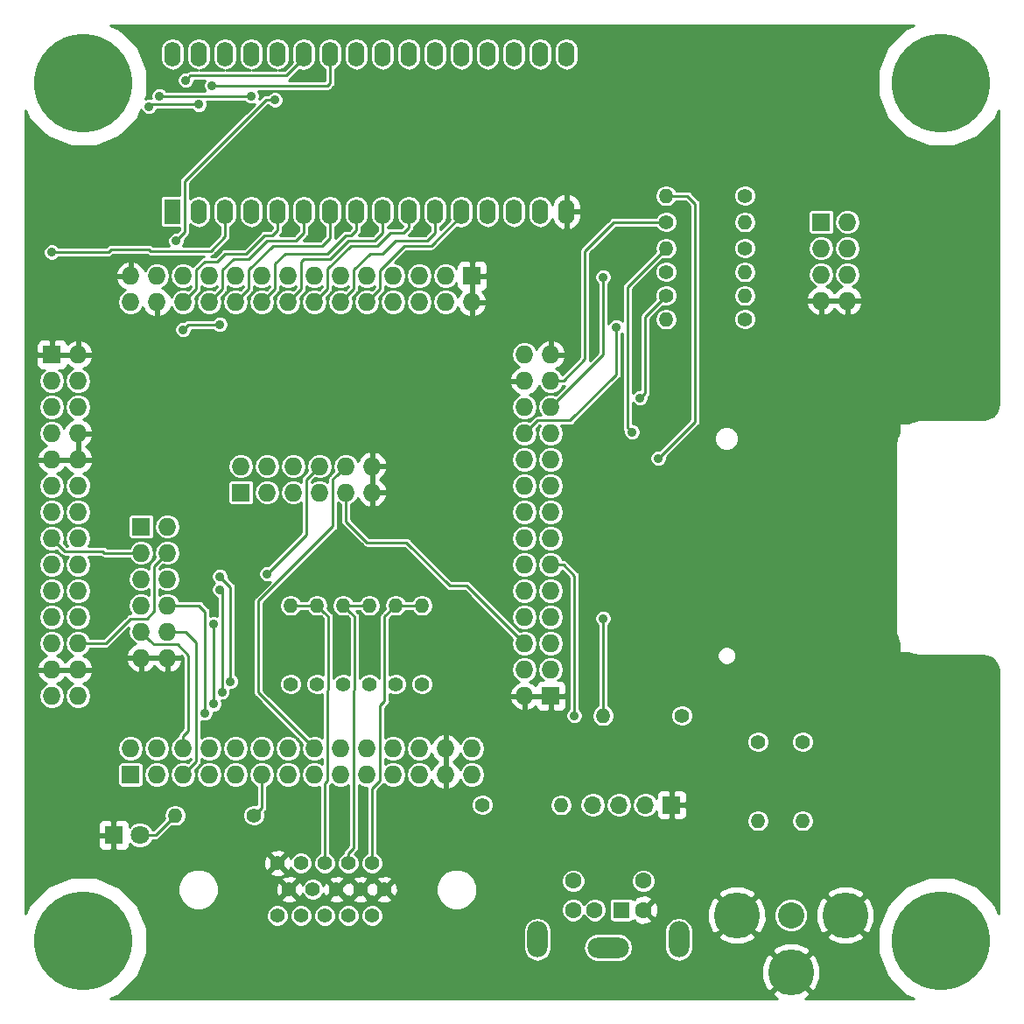
<source format=gbr>
G04 #@! TF.GenerationSoftware,KiCad,Pcbnew,(5.0.2)-1*
G04 #@! TF.CreationDate,2020-03-05T14:29:15-05:00*
G04 #@! TF.ProjectId,EP2C5-DB-TH,45503243-352d-4444-922d-54482e6b6963,X2*
G04 #@! TF.SameCoordinates,Original*
G04 #@! TF.FileFunction,Copper,L2,Bot*
G04 #@! TF.FilePolarity,Positive*
%FSLAX46Y46*%
G04 Gerber Fmt 4.6, Leading zero omitted, Abs format (unit mm)*
G04 Created by KiCad (PCBNEW (5.0.2)-1) date 3/5/2020 2:29:15 PM*
%MOMM*%
%LPD*%
G01*
G04 APERTURE LIST*
G04 #@! TA.AperFunction,ComponentPad*
%ADD10O,1.400000X1.400000*%
G04 #@! TD*
G04 #@! TA.AperFunction,ComponentPad*
%ADD11C,1.400000*%
G04 #@! TD*
G04 #@! TA.AperFunction,ComponentPad*
%ADD12R,1.800000X1.800000*%
G04 #@! TD*
G04 #@! TA.AperFunction,ComponentPad*
%ADD13C,1.800000*%
G04 #@! TD*
G04 #@! TA.AperFunction,ComponentPad*
%ADD14O,2.000000X3.500000*%
G04 #@! TD*
G04 #@! TA.AperFunction,ComponentPad*
%ADD15R,1.600000X1.600000*%
G04 #@! TD*
G04 #@! TA.AperFunction,ComponentPad*
%ADD16C,1.600000*%
G04 #@! TD*
G04 #@! TA.AperFunction,ComponentPad*
%ADD17O,4.000000X2.000000*%
G04 #@! TD*
G04 #@! TA.AperFunction,ComponentPad*
%ADD18C,4.445000*%
G04 #@! TD*
G04 #@! TA.AperFunction,ComponentPad*
%ADD19C,2.540000*%
G04 #@! TD*
G04 #@! TA.AperFunction,ComponentPad*
%ADD20C,9.525000*%
G04 #@! TD*
G04 #@! TA.AperFunction,ComponentPad*
%ADD21R,1.727200X1.727200*%
G04 #@! TD*
G04 #@! TA.AperFunction,ComponentPad*
%ADD22O,1.727200X1.727200*%
G04 #@! TD*
G04 #@! TA.AperFunction,ComponentPad*
%ADD23C,1.397000*%
G04 #@! TD*
G04 #@! TA.AperFunction,ComponentPad*
%ADD24R,1.700000X1.700000*%
G04 #@! TD*
G04 #@! TA.AperFunction,ComponentPad*
%ADD25O,1.700000X1.700000*%
G04 #@! TD*
G04 #@! TA.AperFunction,ComponentPad*
%ADD26R,1.600000X2.400000*%
G04 #@! TD*
G04 #@! TA.AperFunction,ComponentPad*
%ADD27O,1.600000X2.400000*%
G04 #@! TD*
G04 #@! TA.AperFunction,ViaPad*
%ADD28C,0.889000*%
G04 #@! TD*
G04 #@! TA.AperFunction,Conductor*
%ADD29C,0.254000*%
G04 #@! TD*
G04 APERTURE END LIST*
D10*
G04 #@! TO.P,R8,2*
G04 #@! TO.N,/P86*
X66294000Y-77216000D03*
D11*
G04 #@! TO.P,R8,1*
G04 #@! TO.N,VCC*
X73914000Y-77216000D03*
G04 #@! TD*
D12*
G04 #@! TO.P,DS1,1*
G04 #@! TO.N,GND*
X18923000Y-88773000D03*
D13*
G04 #@! TO.P,DS1,2*
G04 #@! TO.N,Net-(DS1-Pad2)*
X21463000Y-88773000D03*
G04 #@! TD*
D14*
G04 #@! TO.P,J7,7*
G04 #@! TO.N,N/C*
X59922000Y-98862000D03*
X73622000Y-98862000D03*
D15*
G04 #@! TO.P,J7,1*
G04 #@! TO.N,/P87*
X68072000Y-96012000D03*
D16*
G04 #@! TO.P,J7,2*
G04 #@! TO.N,N/C*
X65472000Y-96012000D03*
G04 #@! TO.P,J7,3*
G04 #@! TO.N,GND*
X70172000Y-96012000D03*
G04 #@! TO.P,J7,4*
G04 #@! TO.N,VCC*
X63372000Y-96012000D03*
G04 #@! TO.P,J7,5*
G04 #@! TO.N,/P86*
X70172000Y-93212000D03*
G04 #@! TO.P,J7,6*
G04 #@! TO.N,N/C*
X63372000Y-93212000D03*
D17*
G04 #@! TO.P,J7,7*
X66772000Y-99662000D03*
G04 #@! TD*
D18*
G04 #@! TO.P,J2,1*
G04 #@! TO.N,GND*
X84455000Y-102031800D03*
G04 #@! TO.P,J2,2*
X89700100Y-96520000D03*
G04 #@! TO.P,J2,3*
X79209900Y-96520000D03*
D19*
G04 #@! TO.P,J2,4*
G04 #@! TO.N,Net-(J2-Pad4)*
X84455000Y-96520000D03*
G04 #@! TD*
D20*
G04 #@! TO.P,MTG3,1*
G04 #@! TO.N,N/C*
X99000000Y-16000000D03*
G04 #@! TD*
G04 #@! TO.P,MTG1,1*
G04 #@! TO.N,N/C*
X99000000Y-99000000D03*
G04 #@! TD*
D21*
G04 #@! TO.P,P1,1*
G04 #@! TO.N,/P40*
X20574000Y-82931000D03*
D22*
G04 #@! TO.P,P1,2*
G04 #@! TO.N,/P41*
X20574000Y-80391000D03*
G04 #@! TO.P,P1,3*
G04 #@! TO.N,/P42*
X23114000Y-82931000D03*
G04 #@! TO.P,P1,4*
G04 #@! TO.N,/P43*
X23114000Y-80391000D03*
G04 #@! TO.P,P1,5*
G04 #@! TO.N,/P44*
X25654000Y-82931000D03*
G04 #@! TO.P,P1,6*
G04 #@! TO.N,/P45*
X25654000Y-80391000D03*
G04 #@! TO.P,P1,7*
G04 #@! TO.N,/P47*
X28194000Y-82931000D03*
G04 #@! TO.P,P1,8*
G04 #@! TO.N,/P48*
X28194000Y-80391000D03*
G04 #@! TO.P,P1,9*
G04 #@! TO.N,/P51*
X30734000Y-82931000D03*
G04 #@! TO.P,P1,10*
G04 #@! TO.N,/P52*
X30734000Y-80391000D03*
G04 #@! TO.P,P1,11*
G04 #@! TO.N,/P53*
X33274000Y-82931000D03*
G04 #@! TO.P,P1,12*
G04 #@! TO.N,/P55*
X33274000Y-80391000D03*
G04 #@! TO.P,P1,13*
G04 #@! TO.N,N/C*
X35814000Y-82931000D03*
G04 #@! TO.P,P1,14*
G04 #@! TO.N,/P58*
X35814000Y-80391000D03*
G04 #@! TO.P,P1,15*
G04 #@! TO.N,N/C*
X38354000Y-82931000D03*
G04 #@! TO.P,P1,16*
G04 #@! TO.N,/P60*
X38354000Y-80391000D03*
G04 #@! TO.P,P1,17*
G04 #@! TO.N,/P63*
X40894000Y-82931000D03*
G04 #@! TO.P,P1,18*
G04 #@! TO.N,/P64*
X40894000Y-80391000D03*
G04 #@! TO.P,P1,19*
G04 #@! TO.N,/P65*
X43434000Y-82931000D03*
G04 #@! TO.P,P1,20*
G04 #@! TO.N,/P67*
X43434000Y-80391000D03*
G04 #@! TO.P,P1,21*
G04 #@! TO.N,/P69*
X45974000Y-82931000D03*
G04 #@! TO.P,P1,22*
G04 #@! TO.N,/P70*
X45974000Y-80391000D03*
G04 #@! TO.P,P1,23*
G04 #@! TO.N,/P71*
X48514000Y-82931000D03*
G04 #@! TO.P,P1,24*
G04 #@! TO.N,/P72*
X48514000Y-80391000D03*
G04 #@! TO.P,P1,25*
G04 #@! TO.N,GND*
X51054000Y-82931000D03*
G04 #@! TO.P,P1,26*
X51054000Y-80391000D03*
G04 #@! TO.P,P1,27*
G04 #@! TO.N,VCC*
X53594000Y-82931000D03*
G04 #@! TO.P,P1,28*
X53594000Y-80391000D03*
G04 #@! TD*
D21*
G04 #@! TO.P,P2,1*
G04 #@! TO.N,GND*
X61214000Y-75311000D03*
D22*
G04 #@! TO.P,P2,2*
X58674000Y-75311000D03*
G04 #@! TO.P,P2,3*
G04 #@! TO.N,N/C*
X61214000Y-72771000D03*
G04 #@! TO.P,P2,4*
G04 #@! TO.N,/P74*
X58674000Y-72771000D03*
G04 #@! TO.P,P2,5*
G04 #@! TO.N,/P75*
X61214000Y-70231000D03*
G04 #@! TO.P,P2,6*
G04 #@! TO.N,/P76*
X58674000Y-70231000D03*
G04 #@! TO.P,P2,7*
G04 #@! TO.N,N/C*
X61214000Y-67691000D03*
G04 #@! TO.P,P2,8*
X58674000Y-67691000D03*
G04 #@! TO.P,P2,9*
X61214000Y-65151000D03*
G04 #@! TO.P,P2,10*
G04 #@! TO.N,/P86*
X58674000Y-65151000D03*
G04 #@! TO.P,P2,11*
G04 #@! TO.N,/P87*
X61214000Y-62611000D03*
G04 #@! TO.P,P2,12*
G04 #@! TO.N,N/C*
X58674000Y-62611000D03*
G04 #@! TO.P,P2,13*
X61214000Y-60071000D03*
G04 #@! TO.P,P2,14*
X58674000Y-60071000D03*
G04 #@! TO.P,P2,15*
X61214000Y-57531000D03*
G04 #@! TO.P,P2,16*
G04 #@! TO.N,/P92*
X58674000Y-57531000D03*
G04 #@! TO.P,P2,17*
G04 #@! TO.N,/P93*
X61214000Y-54991000D03*
G04 #@! TO.P,P2,18*
G04 #@! TO.N,/P94*
X58674000Y-54991000D03*
G04 #@! TO.P,P2,19*
G04 #@! TO.N,/P96*
X61214000Y-52451000D03*
G04 #@! TO.P,P2,20*
G04 #@! TO.N,/P97*
X58674000Y-52451000D03*
G04 #@! TO.P,P2,21*
G04 #@! TO.N,/P99*
X61214000Y-49911000D03*
G04 #@! TO.P,P2,22*
G04 #@! TO.N,/P100*
X58674000Y-49911000D03*
G04 #@! TO.P,P2,23*
G04 #@! TO.N,/P101*
X61214000Y-47371000D03*
G04 #@! TO.P,P2,24*
G04 #@! TO.N,/P103*
X58674000Y-47371000D03*
G04 #@! TO.P,P2,25*
G04 #@! TO.N,/P104*
X61214000Y-44831000D03*
G04 #@! TO.P,P2,26*
G04 #@! TO.N,GND*
X58674000Y-44831000D03*
G04 #@! TO.P,P2,27*
X61214000Y-42291000D03*
G04 #@! TO.P,P2,28*
G04 #@! TO.N,VCC*
X58674000Y-42291000D03*
G04 #@! TD*
D21*
G04 #@! TO.P,P3,1*
G04 #@! TO.N,GND*
X53594000Y-34671000D03*
D22*
G04 #@! TO.P,P3,2*
X53594000Y-37211000D03*
G04 #@! TO.P,P3,3*
G04 #@! TO.N,/P112*
X51054000Y-34671000D03*
G04 #@! TO.P,P3,4*
G04 #@! TO.N,/P113*
X51054000Y-37211000D03*
G04 #@! TO.P,P3,5*
G04 #@! TO.N,/P114*
X48514000Y-34671000D03*
G04 #@! TO.P,P3,6*
G04 #@! TO.N,/P115*
X48514000Y-37211000D03*
G04 #@! TO.P,P3,7*
G04 #@! TO.N,/P118*
X45974000Y-34671000D03*
G04 #@! TO.P,P3,8*
G04 #@! TO.N,/P119*
X45974000Y-37211000D03*
G04 #@! TO.P,P3,9*
G04 #@! TO.N,/P120*
X43434000Y-34671000D03*
G04 #@! TO.P,P3,10*
G04 #@! TO.N,/P121*
X43434000Y-37211000D03*
G04 #@! TO.P,P3,11*
G04 #@! TO.N,/P122*
X40894000Y-34671000D03*
G04 #@! TO.P,P3,12*
G04 #@! TO.N,/P125*
X40894000Y-37211000D03*
G04 #@! TO.P,P3,13*
G04 #@! TO.N,/P126*
X38354000Y-34671000D03*
G04 #@! TO.P,P3,14*
G04 #@! TO.N,/P129*
X38354000Y-37211000D03*
G04 #@! TO.P,P3,15*
G04 #@! TO.N,/P132*
X35814000Y-34671000D03*
G04 #@! TO.P,P3,16*
G04 #@! TO.N,/P133*
X35814000Y-37211000D03*
G04 #@! TO.P,P3,17*
G04 #@! TO.N,/P134*
X33274000Y-34671000D03*
G04 #@! TO.P,P3,18*
G04 #@! TO.N,/P135*
X33274000Y-37211000D03*
G04 #@! TO.P,P3,19*
G04 #@! TO.N,/P136*
X30734000Y-34671000D03*
G04 #@! TO.P,P3,20*
G04 #@! TO.N,/P137*
X30734000Y-37211000D03*
G04 #@! TO.P,P3,21*
G04 #@! TO.N,/P139*
X28194000Y-34671000D03*
G04 #@! TO.P,P3,22*
G04 #@! TO.N,/P141*
X28194000Y-37211000D03*
G04 #@! TO.P,P3,23*
G04 #@! TO.N,/P142*
X25654000Y-34671000D03*
G04 #@! TO.P,P3,24*
G04 #@! TO.N,/P143*
X25654000Y-37211000D03*
G04 #@! TO.P,P3,25*
G04 #@! TO.N,N/C*
X23114000Y-34671000D03*
G04 #@! TO.P,P3,26*
G04 #@! TO.N,GND*
X23114000Y-37211000D03*
G04 #@! TO.P,P3,27*
X20574000Y-34671000D03*
G04 #@! TO.P,P3,28*
G04 #@! TO.N,VCC*
X20574000Y-37211000D03*
G04 #@! TD*
D21*
G04 #@! TO.P,P4,1*
G04 #@! TO.N,GND*
X12954000Y-42291000D03*
D22*
G04 #@! TO.P,P4,2*
X15494000Y-42291000D03*
G04 #@! TO.P,P4,3*
G04 #@! TO.N,N/C*
X12954000Y-44831000D03*
G04 #@! TO.P,P4,4*
G04 #@! TO.N,/P4*
X15494000Y-44831000D03*
G04 #@! TO.P,P4,5*
G04 #@! TO.N,N/C*
X12954000Y-47371000D03*
G04 #@! TO.P,P4,6*
G04 #@! TO.N,/P8*
X15494000Y-47371000D03*
G04 #@! TO.P,P4,7*
G04 #@! TO.N,N/C*
X12954000Y-49911000D03*
G04 #@! TO.P,P4,8*
G04 #@! TO.N,GND*
X15494000Y-49911000D03*
G04 #@! TO.P,P4,9*
X12954000Y-52451000D03*
G04 #@! TO.P,P4,10*
X15494000Y-52451000D03*
G04 #@! TO.P,P4,11*
G04 #@! TO.N,N/C*
X12954000Y-54991000D03*
G04 #@! TO.P,P4,12*
X15494000Y-54991000D03*
G04 #@! TO.P,P4,13*
X12954000Y-57531000D03*
G04 #@! TO.P,P4,14*
X15494000Y-57531000D03*
G04 #@! TO.P,P4,15*
G04 #@! TO.N,/P25*
X12954000Y-60071000D03*
G04 #@! TO.P,P4,16*
G04 #@! TO.N,/P24*
X15494000Y-60071000D03*
G04 #@! TO.P,P4,17*
G04 #@! TO.N,N/C*
X12954000Y-62611000D03*
G04 #@! TO.P,P4,18*
X15494000Y-62611000D03*
G04 #@! TO.P,P4,19*
X12954000Y-65151000D03*
G04 #@! TO.P,P4,20*
X15494000Y-65151000D03*
G04 #@! TO.P,P4,21*
G04 #@! TO.N,/P30*
X12954000Y-67691000D03*
G04 #@! TO.P,P4,22*
G04 #@! TO.N,/P28*
X15494000Y-67691000D03*
G04 #@! TO.P,P4,23*
G04 #@! TO.N,/P32*
X12954000Y-70231000D03*
G04 #@! TO.P,P4,24*
G04 #@! TO.N,/P31*
X15494000Y-70231000D03*
G04 #@! TO.P,P4,25*
G04 #@! TO.N,GND*
X12954000Y-72771000D03*
G04 #@! TO.P,P4,26*
X15494000Y-72771000D03*
G04 #@! TO.P,P4,27*
G04 #@! TO.N,VCC*
X12954000Y-75311000D03*
G04 #@! TO.P,P4,28*
X15494000Y-75311000D03*
G04 #@! TD*
D21*
G04 #@! TO.P,J6,1*
G04 #@! TO.N,VCC*
X21590000Y-58928000D03*
D22*
G04 #@! TO.P,J6,2*
X24130000Y-58928000D03*
G04 #@! TO.P,J6,3*
G04 #@! TO.N,/P25*
X21590000Y-61468000D03*
G04 #@! TO.P,J6,4*
G04 #@! TO.N,/P31*
X24130000Y-61468000D03*
G04 #@! TO.P,J6,5*
G04 #@! TO.N,/P41*
X21590000Y-64008000D03*
G04 #@! TO.P,J6,6*
G04 #@! TO.N,/P40*
X24130000Y-64008000D03*
G04 #@! TO.P,J6,7*
G04 #@! TO.N,/P43*
X21590000Y-66548000D03*
G04 #@! TO.P,J6,8*
G04 #@! TO.N,/P42*
X24130000Y-66548000D03*
G04 #@! TO.P,J6,9*
G04 #@! TO.N,/P45*
X21590000Y-69088000D03*
G04 #@! TO.P,J6,10*
G04 #@! TO.N,/P44*
X24130000Y-69088000D03*
G04 #@! TO.P,J6,11*
G04 #@! TO.N,GND*
X21590000Y-71628000D03*
G04 #@! TO.P,J6,12*
X24130000Y-71628000D03*
G04 #@! TD*
D21*
G04 #@! TO.P,J5,1*
G04 #@! TO.N,/RTS1*
X87376000Y-29464000D03*
D22*
G04 #@! TO.P,J5,2*
G04 #@! TO.N,/RTS2*
X89916000Y-29464000D03*
G04 #@! TO.P,J5,3*
G04 #@! TO.N,/RX1*
X87376000Y-32004000D03*
G04 #@! TO.P,J5,4*
G04 #@! TO.N,/RX2*
X89916000Y-32004000D03*
G04 #@! TO.P,J5,5*
G04 #@! TO.N,/TX1*
X87376000Y-34544000D03*
G04 #@! TO.P,J5,6*
G04 #@! TO.N,/TX2*
X89916000Y-34544000D03*
G04 #@! TO.P,J5,7*
G04 #@! TO.N,GND*
X87376000Y-37084000D03*
G04 #@! TO.P,J5,8*
X89916000Y-37084000D03*
G04 #@! TD*
D20*
G04 #@! TO.P,MTG2,1*
G04 #@! TO.N,N/C*
X16000000Y-99000000D03*
G04 #@! TD*
D21*
G04 #@! TO.P,J8,1*
G04 #@! TO.N,VCC*
X31242000Y-55626000D03*
D22*
G04 #@! TO.P,J8,2*
X31242000Y-53086000D03*
G04 #@! TO.P,J8,3*
G04 #@! TO.N,/P48*
X33782000Y-55626000D03*
G04 #@! TO.P,J8,4*
G04 #@! TO.N,/P47*
X33782000Y-53086000D03*
G04 #@! TO.P,J8,5*
G04 #@! TO.N,/P52*
X36322000Y-55626000D03*
G04 #@! TO.P,J8,6*
G04 #@! TO.N,/P51*
X36322000Y-53086000D03*
G04 #@! TO.P,J8,7*
G04 #@! TO.N,/P58*
X38862000Y-55626000D03*
G04 #@! TO.P,J8,8*
G04 #@! TO.N,/P55*
X38862000Y-53086000D03*
G04 #@! TO.P,J8,9*
G04 #@! TO.N,/P76*
X41402000Y-55626000D03*
G04 #@! TO.P,J8,10*
G04 #@! TO.N,/P60*
X41402000Y-53086000D03*
G04 #@! TO.P,J8,11*
G04 #@! TO.N,GND*
X43942000Y-55626000D03*
G04 #@! TO.P,J8,12*
X43942000Y-53086000D03*
G04 #@! TD*
D23*
G04 #@! TO.P,J1,3*
G04 #@! TO.N,Net-(J1-Pad3)*
X39357300Y-91493340D03*
G04 #@! TO.P,J1,2*
G04 #@! TO.N,Net-(J1-Pad2)*
X41643300Y-91493340D03*
G04 #@! TO.P,J1,1*
G04 #@! TO.N,Net-(J1-Pad1)*
X43934380Y-91493340D03*
G04 #@! TO.P,J1,4*
G04 #@! TO.N,N/C*
X37063680Y-91493340D03*
G04 #@! TO.P,J1,5*
G04 #@! TO.N,GND*
X34775140Y-91493340D03*
G04 #@! TO.P,J1,9*
G04 #@! TO.N,N/C*
X38209220Y-94033340D03*
G04 #@! TO.P,J1,8*
G04 #@! TO.N,GND*
X40497760Y-94033340D03*
G04 #@! TO.P,J1,7*
X42788840Y-94033340D03*
G04 #@! TO.P,J1,6*
X45079920Y-94033340D03*
G04 #@! TO.P,J1,10*
X35918140Y-94033340D03*
G04 #@! TO.P,J1,11*
G04 #@! TO.N,N/C*
X43934380Y-96573340D03*
G04 #@! TO.P,J1,12*
X41643300Y-96573340D03*
G04 #@! TO.P,J1,13*
G04 #@! TO.N,/P71*
X39354760Y-96570800D03*
G04 #@! TO.P,J1,14*
G04 #@! TO.N,/P72*
X37063680Y-96573340D03*
G04 #@! TO.P,J1,15*
G04 #@! TO.N,N/C*
X34775140Y-96573340D03*
G04 #@! TD*
D20*
G04 #@! TO.P,MTG4,1*
G04 #@! TO.N,N/C*
X16000000Y-16000000D03*
G04 #@! TD*
D24*
G04 #@! TO.P,J3,1*
G04 #@! TO.N,GND*
X72898000Y-85852000D03*
D25*
G04 #@! TO.P,J3,2*
G04 #@! TO.N,VCC*
X70358000Y-85852000D03*
G04 #@! TO.P,J3,3*
G04 #@! TO.N,/P86*
X67818000Y-85852000D03*
G04 #@! TO.P,J3,4*
G04 #@! TO.N,/P87*
X65278000Y-85852000D03*
G04 #@! TD*
D10*
G04 #@! TO.P,R1,2*
G04 #@! TO.N,/RTS1*
X80010000Y-29464000D03*
D11*
G04 #@! TO.P,R1,1*
G04 #@! TO.N,/P104*
X72390000Y-29464000D03*
G04 #@! TD*
G04 #@! TO.P,R2,1*
G04 #@! TO.N,/P103*
X72390000Y-36576000D03*
D10*
G04 #@! TO.P,R2,2*
G04 #@! TO.N,/TX1*
X80010000Y-36576000D03*
G04 #@! TD*
G04 #@! TO.P,R3,2*
G04 #@! TO.N,/RX1*
X80010000Y-34290000D03*
D11*
G04 #@! TO.P,R3,1*
G04 #@! TO.N,/P101*
X72390000Y-34290000D03*
G04 #@! TD*
D10*
G04 #@! TO.P,R4,2*
G04 #@! TO.N,/P100*
X72390000Y-38862000D03*
D11*
G04 #@! TO.P,R4,1*
G04 #@! TO.N,/TX2*
X80010000Y-38862000D03*
G04 #@! TD*
G04 #@! TO.P,R5,1*
G04 #@! TO.N,/RX2*
X80010000Y-32004000D03*
D10*
G04 #@! TO.P,R5,2*
G04 #@! TO.N,/P99*
X72390000Y-32004000D03*
G04 #@! TD*
G04 #@! TO.P,R6,2*
G04 #@! TO.N,/P96*
X72390000Y-26924000D03*
D11*
G04 #@! TO.P,R6,1*
G04 #@! TO.N,/RTS2*
X80010000Y-26924000D03*
G04 #@! TD*
G04 #@! TO.P,R7,1*
G04 #@! TO.N,VCC*
X54610000Y-85852000D03*
D10*
G04 #@! TO.P,R7,2*
G04 #@! TO.N,/P87*
X62230000Y-85852000D03*
G04 #@! TD*
D11*
G04 #@! TO.P,R9,1*
G04 #@! TO.N,/P75*
X85598000Y-79756000D03*
D10*
G04 #@! TO.P,R9,2*
G04 #@! TO.N,Net-(J2-Pad4)*
X85598000Y-87376000D03*
G04 #@! TD*
G04 #@! TO.P,R10,2*
G04 #@! TO.N,Net-(J2-Pad4)*
X81280000Y-87376000D03*
D11*
G04 #@! TO.P,R10,1*
G04 #@! TO.N,/P74*
X81280000Y-79756000D03*
G04 #@! TD*
G04 #@! TO.P,R11,1*
G04 #@! TO.N,/P63*
X36068000Y-74168000D03*
D10*
G04 #@! TO.P,R11,2*
G04 #@! TO.N,Net-(J1-Pad3)*
X36068000Y-66548000D03*
G04 #@! TD*
D11*
G04 #@! TO.P,R12,1*
G04 #@! TO.N,/P64*
X38608000Y-74168000D03*
D10*
G04 #@! TO.P,R12,2*
G04 #@! TO.N,Net-(J1-Pad3)*
X38608000Y-66548000D03*
G04 #@! TD*
D11*
G04 #@! TO.P,R13,1*
G04 #@! TO.N,/P65*
X41148000Y-74168000D03*
D10*
G04 #@! TO.P,R13,2*
G04 #@! TO.N,Net-(J1-Pad2)*
X41148000Y-66548000D03*
G04 #@! TD*
G04 #@! TO.P,R14,2*
G04 #@! TO.N,Net-(J1-Pad2)*
X43688000Y-66548000D03*
D11*
G04 #@! TO.P,R14,1*
G04 #@! TO.N,/P67*
X43688000Y-74168000D03*
G04 #@! TD*
G04 #@! TO.P,R15,1*
G04 #@! TO.N,/P69*
X48768000Y-74168000D03*
D10*
G04 #@! TO.P,R15,2*
G04 #@! TO.N,Net-(J1-Pad1)*
X48768000Y-66548000D03*
G04 #@! TD*
G04 #@! TO.P,R16,2*
G04 #@! TO.N,Net-(J1-Pad1)*
X46228000Y-66548000D03*
D11*
G04 #@! TO.P,R16,1*
G04 #@! TO.N,/P70*
X46228000Y-74168000D03*
G04 #@! TD*
D26*
G04 #@! TO.P,U1,1*
G04 #@! TO.N,N/C*
X24638000Y-28448000D03*
D27*
G04 #@! TO.P,U1,17*
G04 #@! TO.N,/P112*
X62738000Y-13208000D03*
G04 #@! TO.P,U1,2*
G04 #@! TO.N,/P32*
X27178000Y-28448000D03*
G04 #@! TO.P,U1,18*
G04 #@! TO.N,/P114*
X60198000Y-13208000D03*
G04 #@! TO.P,U1,3*
G04 #@! TO.N,/P30*
X29718000Y-28448000D03*
G04 #@! TO.P,U1,19*
G04 #@! TO.N,/P118*
X57658000Y-13208000D03*
G04 #@! TO.P,U1,4*
G04 #@! TO.N,/P28*
X32258000Y-28448000D03*
G04 #@! TO.P,U1,20*
G04 #@! TO.N,/P120*
X55118000Y-13208000D03*
G04 #@! TO.P,U1,5*
G04 #@! TO.N,/P143*
X34798000Y-28448000D03*
G04 #@! TO.P,U1,21*
G04 #@! TO.N,/P122*
X52578000Y-13208000D03*
G04 #@! TO.P,U1,6*
G04 #@! TO.N,/P141*
X37338000Y-28448000D03*
G04 #@! TO.P,U1,22*
G04 #@! TO.N,/P126*
X50038000Y-13208000D03*
G04 #@! TO.P,U1,7*
G04 #@! TO.N,/P137*
X39878000Y-28448000D03*
G04 #@! TO.P,U1,23*
G04 #@! TO.N,/P132*
X47498000Y-13208000D03*
G04 #@! TO.P,U1,8*
G04 #@! TO.N,/P135*
X42418000Y-28448000D03*
G04 #@! TO.P,U1,24*
G04 #@! TO.N,/P134*
X44958000Y-13208000D03*
G04 #@! TO.P,U1,9*
G04 #@! TO.N,/P133*
X44958000Y-28448000D03*
G04 #@! TO.P,U1,25*
G04 #@! TO.N,/P136*
X42418000Y-13208000D03*
G04 #@! TO.P,U1,10*
G04 #@! TO.N,/P129*
X47498000Y-28448000D03*
G04 #@! TO.P,U1,26*
G04 #@! TO.N,/P139*
X39878000Y-13208000D03*
G04 #@! TO.P,U1,11*
G04 #@! TO.N,/P125*
X50038000Y-28448000D03*
G04 #@! TO.P,U1,27*
G04 #@! TO.N,/P142*
X37338000Y-13208000D03*
G04 #@! TO.P,U1,12*
G04 #@! TO.N,/P121*
X52578000Y-28448000D03*
G04 #@! TO.P,U1,28*
G04 #@! TO.N,/P24*
X34798000Y-13208000D03*
G04 #@! TO.P,U1,13*
G04 #@! TO.N,/P119*
X55118000Y-28448000D03*
G04 #@! TO.P,U1,29*
G04 #@! TO.N,/P4*
X32258000Y-13208000D03*
G04 #@! TO.P,U1,14*
G04 #@! TO.N,/P115*
X57658000Y-28448000D03*
G04 #@! TO.P,U1,30*
G04 #@! TO.N,VCC*
X29718000Y-13208000D03*
G04 #@! TO.P,U1,15*
G04 #@! TO.N,/P113*
X60198000Y-28448000D03*
G04 #@! TO.P,U1,31*
G04 #@! TO.N,/P8*
X27178000Y-13208000D03*
G04 #@! TO.P,U1,16*
G04 #@! TO.N,GND*
X62738000Y-28448000D03*
G04 #@! TO.P,U1,32*
G04 #@! TO.N,VCC*
X24638000Y-13208000D03*
G04 #@! TD*
D11*
G04 #@! TO.P,R17,1*
G04 #@! TO.N,/P53*
X32512000Y-86868000D03*
D10*
G04 #@! TO.P,R17,2*
G04 #@! TO.N,Net-(DS1-Pad2)*
X24892000Y-86868000D03*
G04 #@! TD*
D28*
G04 #@! TO.N,GND*
X46609000Y-25654000D03*
X74041000Y-65532000D03*
X73660000Y-58039000D03*
X77216000Y-46990000D03*
X77343000Y-75184000D03*
G04 #@! TO.N,/P139*
X28448000Y-16256000D03*
G04 #@! TO.N,/P142*
X25908000Y-15748000D03*
G04 #@! TO.N,/P8*
X27178000Y-18097500D03*
X22352000Y-18288000D03*
G04 #@! TO.N,/P24*
X24967142Y-31292095D03*
X34544000Y-17653000D03*
G04 #@! TO.N,/P30*
X12954000Y-32385000D03*
G04 #@! TO.N,/P28*
X25654000Y-39878000D03*
X29210000Y-39370000D03*
G04 #@! TO.N,/P4*
X32258000Y-17272000D03*
X23368000Y-17272000D03*
G04 #@! TO.N,/P86*
X66294000Y-67818000D03*
G04 #@! TO.N,/P87*
X63500000Y-77216000D03*
G04 #@! TO.N,/P96*
X71628000Y-52324000D03*
G04 #@! TO.N,/P99*
X69088000Y-49784000D03*
G04 #@! TO.N,/P100*
X67564000Y-39624000D03*
G04 #@! TO.N,/P101*
X66294000Y-34798000D03*
G04 #@! TO.N,/P103*
X69850000Y-46482000D03*
G04 #@! TO.N,/P40*
X30251399Y-73914000D03*
X29210000Y-63754000D03*
G04 #@! TO.N,/P41*
X29425899Y-74930000D03*
X29210000Y-65024000D03*
G04 #@! TO.N,/P42*
X27774899Y-76962000D03*
G04 #@! TO.N,/P43*
X28600399Y-76105351D03*
X28600399Y-68326000D03*
G04 #@! TO.N,/P55*
X33782000Y-63500000D03*
G04 #@! TD*
D29*
G04 #@! TO.N,/P121*
X52578000Y-28848000D02*
X52578000Y-28448000D01*
X49676000Y-31750000D02*
X52578000Y-28848000D01*
X47052990Y-31750000D02*
X49676000Y-31750000D01*
X44678601Y-34124389D02*
X47052990Y-31750000D01*
X44678601Y-35966399D02*
X44678601Y-34124389D01*
X43434000Y-37211000D02*
X44678601Y-35966399D01*
G04 #@! TO.N,/P125*
X42189399Y-34073591D02*
X42189399Y-35915601D01*
X50038000Y-30480000D02*
X49276000Y-31242000D01*
X50038000Y-28448000D02*
X50038000Y-30480000D01*
X49276000Y-31242000D02*
X46228000Y-31242000D01*
X46228000Y-31242000D02*
X44958000Y-32512000D01*
X44958000Y-32512000D02*
X43750990Y-32512000D01*
X42189399Y-35915601D02*
X40894000Y-37211000D01*
X43750990Y-32512000D02*
X42189399Y-34073591D01*
G04 #@! TO.N,/P129*
X39649399Y-35915601D02*
X39649399Y-34010601D01*
X38354000Y-37211000D02*
X39649399Y-35915601D01*
X39649399Y-34010601D02*
X41910000Y-31750000D01*
X41910000Y-31750000D02*
X44450000Y-31750000D01*
X44450000Y-31750000D02*
X45720000Y-30480000D01*
X45720000Y-30480000D02*
X46990000Y-30480000D01*
X47498000Y-29972000D02*
X47498000Y-28448000D01*
X46990000Y-30480000D02*
X47498000Y-29972000D01*
G04 #@! TO.N,/P133*
X37058601Y-35966399D02*
X37058601Y-33299399D01*
X35814000Y-37211000D02*
X37058601Y-35966399D01*
X37058601Y-33299399D02*
X37338000Y-33020000D01*
X37338000Y-33020000D02*
X39878000Y-33020000D01*
X39878000Y-33020000D02*
X41656000Y-31242000D01*
X41656000Y-31242000D02*
X44196000Y-31242000D01*
X44958000Y-30480000D02*
X44958000Y-28448000D01*
X44196000Y-31242000D02*
X44958000Y-30480000D01*
G04 #@! TO.N,/P135*
X34569399Y-35915601D02*
X34569399Y-33502601D01*
X33274000Y-37211000D02*
X34569399Y-35915601D01*
X34569399Y-33502601D02*
X35560000Y-32512000D01*
X35560000Y-32512000D02*
X39624000Y-32512000D01*
X39624000Y-32512000D02*
X41402000Y-30734000D01*
X41402000Y-30734000D02*
X41910000Y-30734000D01*
X42418000Y-30226000D02*
X42418000Y-28448000D01*
X41910000Y-30734000D02*
X42418000Y-30226000D01*
G04 #@! TO.N,/P137*
X32029399Y-34073591D02*
X34352990Y-31750000D01*
X30734000Y-37211000D02*
X32029399Y-35915601D01*
X32029399Y-35915601D02*
X32029399Y-34073591D01*
X34352990Y-31750000D02*
X39116000Y-31750000D01*
X39878000Y-30988000D02*
X39878000Y-28448000D01*
X39116000Y-31750000D02*
X39878000Y-30988000D01*
G04 #@! TO.N,/P139*
X28448000Y-16256000D02*
X39624000Y-16256000D01*
X39878000Y-16002000D02*
X39878000Y-13208000D01*
X39624000Y-16256000D02*
X39878000Y-16002000D01*
G04 #@! TO.N,/P141*
X29489399Y-34073591D02*
X30542990Y-33020000D01*
X28194000Y-37211000D02*
X29489399Y-35915601D01*
X29489399Y-35915601D02*
X29489399Y-34073591D01*
X30542990Y-33020000D02*
X32004000Y-33020000D01*
X32004000Y-33020000D02*
X33782000Y-31242000D01*
X33782000Y-31242000D02*
X36576000Y-31242000D01*
X37338000Y-30480000D02*
X37338000Y-28448000D01*
X36576000Y-31242000D02*
X37338000Y-30480000D01*
G04 #@! TO.N,/P142*
X37338000Y-13608000D02*
X37338000Y-13208000D01*
X35642499Y-15303501D02*
X37338000Y-13608000D01*
X26352499Y-15303501D02*
X35642499Y-15303501D01*
X25908000Y-15748000D02*
X26352499Y-15303501D01*
G04 #@! TO.N,/P143*
X25654000Y-37211000D02*
X26924000Y-35941000D01*
X26924000Y-34098990D02*
X27748990Y-33274000D01*
X26924000Y-35941000D02*
X26924000Y-34098990D01*
X27748990Y-33274000D02*
X28956000Y-33274000D01*
X28956000Y-33274000D02*
X29718000Y-32512000D01*
X29718000Y-32512000D02*
X31750000Y-32512000D01*
X31750000Y-32512000D02*
X33528000Y-30734000D01*
X33528000Y-30734000D02*
X34290000Y-30734000D01*
X34798000Y-30226000D02*
X34798000Y-28448000D01*
X34290000Y-30734000D02*
X34798000Y-30226000D01*
G04 #@! TO.N,/P8*
X27178000Y-18097500D02*
X22542500Y-18097500D01*
X22542500Y-18097500D02*
X22352000Y-18288000D01*
G04 #@! TO.N,/P24*
X25819001Y-30440236D02*
X25819001Y-25488999D01*
X24967142Y-31292095D02*
X25819001Y-30440236D01*
X25819001Y-25488999D02*
X33655000Y-17653000D01*
X33655000Y-17653000D02*
X34544000Y-17653000D01*
G04 #@! TO.N,/P30*
X29718000Y-28448000D02*
X29718000Y-28848000D01*
X29718000Y-28848000D02*
X29718000Y-30861000D01*
X29718000Y-30861000D02*
X28321000Y-32258000D01*
X28321000Y-32258000D02*
X22479000Y-32258000D01*
X22479000Y-32258000D02*
X22352000Y-32131000D01*
X22352000Y-32131000D02*
X18669000Y-32131000D01*
X18415000Y-32385000D02*
X18669000Y-32131000D01*
X12954000Y-32385000D02*
X18415000Y-32385000D01*
G04 #@! TO.N,/P28*
X25654000Y-39878000D02*
X26162000Y-39370000D01*
X26162000Y-39370000D02*
X29210000Y-39370000D01*
G04 #@! TO.N,/P4*
X32258000Y-17272000D02*
X23368000Y-17272000D01*
G04 #@! TO.N,/P86*
X66294000Y-67818000D02*
X66294000Y-77216000D01*
G04 #@! TO.N,/P87*
X63500000Y-63675686D02*
X63500000Y-77216000D01*
X62435314Y-62611000D02*
X63500000Y-63675686D01*
X61214000Y-62611000D02*
X62435314Y-62611000D01*
G04 #@! TO.N,/P96*
X71628000Y-52324000D02*
X75184000Y-48768000D01*
X75184000Y-48768000D02*
X75184000Y-27686000D01*
X74422000Y-26924000D02*
X72390000Y-26924000D01*
X75184000Y-27686000D02*
X74422000Y-26924000D01*
G04 #@! TO.N,/P99*
X71690001Y-32703999D02*
X72390000Y-32004000D01*
X68643501Y-35750499D02*
X71690001Y-32703999D01*
X68643501Y-49339501D02*
X68643501Y-35750499D01*
X69088000Y-49784000D02*
X68643501Y-49339501D01*
G04 #@! TO.N,/P100*
X59918601Y-48666399D02*
X63093601Y-48666399D01*
X58674000Y-49911000D02*
X59918601Y-48666399D01*
X63093601Y-48666399D02*
X67564000Y-44196000D01*
X67564000Y-44196000D02*
X67564000Y-39624000D01*
G04 #@! TO.N,/P101*
X61214000Y-47371000D02*
X66294000Y-42291000D01*
X66294000Y-42291000D02*
X66294000Y-34798000D01*
G04 #@! TO.N,/P103*
X69850000Y-46482000D02*
X70358000Y-45974000D01*
X70358000Y-38608000D02*
X72390000Y-36576000D01*
X70358000Y-45974000D02*
X70358000Y-38608000D01*
G04 #@! TO.N,/P104*
X62435314Y-44831000D02*
X64516000Y-42750314D01*
X61214000Y-44831000D02*
X62435314Y-44831000D01*
X64516000Y-42750314D02*
X64516000Y-32258000D01*
X67310000Y-29464000D02*
X72390000Y-29464000D01*
X64516000Y-32258000D02*
X67310000Y-29464000D01*
G04 #@! TO.N,/P40*
X30251399Y-64843657D02*
X30226000Y-64818258D01*
X30251399Y-73914000D02*
X30251399Y-64843657D01*
X30226000Y-64818258D02*
X30226000Y-64770000D01*
X30226000Y-64770000D02*
X29210000Y-63754000D01*
G04 #@! TO.N,/P41*
X29425899Y-74930000D02*
X29425899Y-65239899D01*
X29425899Y-65239899D02*
X29210000Y-65024000D01*
G04 #@! TO.N,/P42*
X27774899Y-76962000D02*
X27774899Y-67144899D01*
X27178000Y-66548000D02*
X24130000Y-66548000D01*
X27774899Y-67144899D02*
X27178000Y-66548000D01*
G04 #@! TO.N,/P43*
X28600399Y-76105351D02*
X28600399Y-68326000D01*
G04 #@! TO.N,/P44*
X26949399Y-81635601D02*
X26949399Y-70129399D01*
X25654000Y-82931000D02*
X26949399Y-81635601D01*
X25908000Y-69088000D02*
X24130000Y-69088000D01*
X26949399Y-70129399D02*
X25908000Y-69088000D01*
G04 #@! TO.N,/P45*
X25654000Y-79169686D02*
X26162000Y-78661686D01*
X25654000Y-80391000D02*
X25654000Y-79169686D01*
X26162000Y-78661686D02*
X26162000Y-71374000D01*
X22453599Y-69951599D02*
X21590000Y-69088000D01*
X22834601Y-70332601D02*
X22453599Y-69951599D01*
X25120601Y-70332601D02*
X22834601Y-70332601D01*
X26162000Y-71374000D02*
X25120601Y-70332601D01*
G04 #@! TO.N,/P48*
X27940000Y-80645000D02*
X27940000Y-80518000D01*
G04 #@! TO.N,/RTS2*
X89916000Y-29464000D02*
X89916000Y-29591000D01*
G04 #@! TO.N,Net-(J1-Pad3)*
X39307999Y-67247999D02*
X38608000Y-66548000D01*
X39689001Y-67629001D02*
X39307999Y-67247999D01*
X39689001Y-74686881D02*
X39689001Y-67629001D01*
X39598601Y-74777281D02*
X39689001Y-74686881D01*
X39598601Y-83528409D02*
X39598601Y-74777281D01*
X39357300Y-83769710D02*
X39598601Y-83528409D01*
X39357300Y-91493340D02*
X39357300Y-83769710D01*
X36068000Y-66548000D02*
X38608000Y-66548000D01*
G04 #@! TO.N,Net-(J1-Pad2)*
X41847999Y-67247999D02*
X41148000Y-66548000D01*
X42229001Y-67629001D02*
X41847999Y-67247999D01*
X42229001Y-74686881D02*
X42229001Y-67629001D01*
X42138601Y-74777281D02*
X42229001Y-74686881D01*
X42138601Y-90010211D02*
X42138601Y-74777281D01*
X41643300Y-90505512D02*
X42138601Y-90010211D01*
X41643300Y-91493340D02*
X41643300Y-90505512D01*
X41148000Y-66548000D02*
X43688000Y-66548000D01*
G04 #@! TO.N,Net-(J1-Pad1)*
X46228000Y-66548000D02*
X48768000Y-66548000D01*
X45146999Y-75811121D02*
X45146999Y-67629001D01*
X44704000Y-76254120D02*
X45146999Y-75811121D01*
X44704000Y-83503010D02*
X44704000Y-76254120D01*
X43934380Y-91493340D02*
X43934380Y-84272630D01*
X43934380Y-84272630D02*
X44704000Y-83503010D01*
X45146999Y-67629001D02*
X46228000Y-66548000D01*
G04 #@! TO.N,/P52*
X30480000Y-80645000D02*
X30480000Y-80518000D01*
G04 #@! TO.N,/P25*
X14198601Y-61315601D02*
X12954000Y-60071000D01*
X17881601Y-61315601D02*
X14198601Y-61315601D01*
X18034000Y-61468000D02*
X17881601Y-61315601D01*
X21590000Y-61468000D02*
X18034000Y-61468000D01*
G04 #@! TO.N,/P31*
X22162010Y-67818000D02*
X22860000Y-67120010D01*
X22860000Y-62738000D02*
X24130000Y-61468000D01*
X22860000Y-67120010D02*
X22860000Y-62738000D01*
X15494000Y-70231000D02*
X18161000Y-70231000D01*
X18161000Y-70231000D02*
X20574000Y-67818000D01*
X20574000Y-67818000D02*
X22162010Y-67818000D01*
G04 #@! TO.N,/P53*
X33274000Y-86106000D02*
X32512000Y-86868000D01*
X33274000Y-82931000D02*
X33274000Y-86106000D01*
G04 #@! TO.N,/P55*
X37998401Y-53949599D02*
X38862000Y-53086000D01*
X37566601Y-54381399D02*
X37998401Y-53949599D01*
X37566601Y-59715399D02*
X37566601Y-54381399D01*
X33782000Y-63500000D02*
X37566601Y-59715399D01*
G04 #@! TO.N,/P60*
X32956499Y-74993499D02*
X32956499Y-66103501D01*
X38354000Y-80391000D02*
X32956499Y-74993499D01*
X40538401Y-53949599D02*
X41402000Y-53086000D01*
X40157399Y-54330601D02*
X40538401Y-53949599D01*
X40157399Y-58902601D02*
X40157399Y-54330601D01*
X32956499Y-66103501D02*
X40157399Y-58902601D01*
G04 #@! TO.N,/P76*
X58674000Y-70231000D02*
X53086000Y-64643000D01*
X53086000Y-64643000D02*
X51435000Y-64643000D01*
X51435000Y-64643000D02*
X47244000Y-60452000D01*
X47244000Y-60452000D02*
X43434000Y-60452000D01*
X41402000Y-58420000D02*
X41402000Y-55626000D01*
X43434000Y-60452000D02*
X41402000Y-58420000D01*
G04 #@! TO.N,Net-(DS1-Pad2)*
X22987000Y-88773000D02*
X24892000Y-86868000D01*
X21463000Y-88773000D02*
X22987000Y-88773000D01*
G04 #@! TD*
G04 #@! TO.N,GND*
G36*
X95510923Y-10778228D02*
X93778228Y-12510923D01*
X92840500Y-14774799D01*
X92840500Y-17225201D01*
X93778228Y-19489077D01*
X95510923Y-21221772D01*
X97774799Y-22159500D01*
X100225201Y-22159500D01*
X102489077Y-21221772D01*
X104221772Y-19489077D01*
X104569001Y-18650792D01*
X104569000Y-46969296D01*
X104501714Y-47439133D01*
X104318104Y-47842962D01*
X104028532Y-48179027D01*
X103656274Y-48420312D01*
X103216988Y-48551687D01*
X102984006Y-48569000D01*
X96957555Y-48569000D01*
X96941780Y-48572138D01*
X96672441Y-48592153D01*
X96629495Y-48601595D01*
X96585943Y-48607561D01*
X96580888Y-48609039D01*
X96037604Y-48771516D01*
X95984511Y-48796048D01*
X95931108Y-48819936D01*
X95926672Y-48822773D01*
X95849181Y-48873000D01*
X95000000Y-48873000D01*
X94951399Y-48882667D01*
X94910197Y-48910197D01*
X94882667Y-48951399D01*
X94873000Y-49000000D01*
X94873000Y-49853479D01*
X94688040Y-50260277D01*
X94671624Y-50316416D01*
X94654520Y-50372358D01*
X94653742Y-50377567D01*
X94575003Y-50927376D01*
X94569000Y-50957556D01*
X94569001Y-69042445D01*
X94572137Y-69058212D01*
X94592153Y-69327559D01*
X94601593Y-69370493D01*
X94607560Y-69414057D01*
X94609039Y-69419111D01*
X94771516Y-69962396D01*
X94796041Y-70015474D01*
X94819936Y-70068892D01*
X94822773Y-70073328D01*
X94873000Y-70150819D01*
X94873000Y-71000000D01*
X94882667Y-71048601D01*
X94910197Y-71089803D01*
X94951399Y-71117333D01*
X95000000Y-71127000D01*
X95853478Y-71127000D01*
X96260276Y-71311960D01*
X96316428Y-71328380D01*
X96372358Y-71345480D01*
X96377566Y-71346258D01*
X96927372Y-71424996D01*
X96957555Y-71431000D01*
X102969295Y-71431000D01*
X103439133Y-71498286D01*
X103842963Y-71681897D01*
X104179027Y-71971468D01*
X104420312Y-72343727D01*
X104551687Y-72783012D01*
X104569000Y-73015994D01*
X104569001Y-96349208D01*
X104221772Y-95510923D01*
X102489077Y-93778228D01*
X100225201Y-92840500D01*
X97774799Y-92840500D01*
X95510923Y-93778228D01*
X93778228Y-95510923D01*
X92840500Y-97774799D01*
X92840500Y-100225201D01*
X93778228Y-102489077D01*
X95510923Y-104221772D01*
X96349206Y-104569000D01*
X85803033Y-104569000D01*
X86063129Y-104461265D01*
X86311016Y-104067421D01*
X84455000Y-102211405D01*
X82598984Y-104067421D01*
X82846871Y-104461265D01*
X83110189Y-104569000D01*
X18650794Y-104569000D01*
X19489077Y-104221772D01*
X21221772Y-102489077D01*
X21641485Y-101475798D01*
X81595063Y-101475798D01*
X81599991Y-102612572D01*
X82025535Y-103639929D01*
X82419379Y-103887816D01*
X84275395Y-102031800D01*
X84634605Y-102031800D01*
X86490621Y-103887816D01*
X86884465Y-103639929D01*
X87314937Y-102587802D01*
X87310009Y-101451028D01*
X86884465Y-100423671D01*
X86490621Y-100175784D01*
X84634605Y-102031800D01*
X84275395Y-102031800D01*
X82419379Y-100175784D01*
X82025535Y-100423671D01*
X81595063Y-101475798D01*
X21641485Y-101475798D01*
X22159500Y-100225201D01*
X22159500Y-97975987D01*
X58541000Y-97975987D01*
X58541000Y-99748014D01*
X58621128Y-100150839D01*
X58926356Y-100607645D01*
X59383162Y-100912873D01*
X59922000Y-101020055D01*
X60460839Y-100912873D01*
X60917645Y-100607645D01*
X61222873Y-100150839D01*
X61303000Y-99748014D01*
X61303000Y-99662000D01*
X64363945Y-99662000D01*
X64471127Y-100200839D01*
X64776355Y-100657645D01*
X65233161Y-100962873D01*
X65635986Y-101043000D01*
X67908014Y-101043000D01*
X68310839Y-100962873D01*
X68767645Y-100657645D01*
X69072873Y-100200839D01*
X69180055Y-99662000D01*
X69072873Y-99123161D01*
X68767645Y-98666355D01*
X68310839Y-98361127D01*
X67908014Y-98281000D01*
X65635986Y-98281000D01*
X65233161Y-98361127D01*
X64776355Y-98666355D01*
X64471127Y-99123161D01*
X64363945Y-99662000D01*
X61303000Y-99662000D01*
X61303000Y-97975987D01*
X72241000Y-97975987D01*
X72241000Y-99748014D01*
X72321128Y-100150839D01*
X72626356Y-100607645D01*
X73083162Y-100912873D01*
X73622000Y-101020055D01*
X74160839Y-100912873D01*
X74617645Y-100607645D01*
X74922873Y-100150839D01*
X74953636Y-99996179D01*
X82598984Y-99996179D01*
X84455000Y-101852195D01*
X86311016Y-99996179D01*
X86063129Y-99602335D01*
X85011002Y-99171863D01*
X83874228Y-99176791D01*
X82846871Y-99602335D01*
X82598984Y-99996179D01*
X74953636Y-99996179D01*
X75003000Y-99748014D01*
X75003000Y-98555621D01*
X77353884Y-98555621D01*
X77601771Y-98949465D01*
X78653898Y-99379937D01*
X79790672Y-99375009D01*
X80818029Y-98949465D01*
X81065916Y-98555621D01*
X87844084Y-98555621D01*
X88091971Y-98949465D01*
X89144098Y-99379937D01*
X90280872Y-99375009D01*
X91308229Y-98949465D01*
X91556116Y-98555621D01*
X89700100Y-96699605D01*
X87844084Y-98555621D01*
X81065916Y-98555621D01*
X79209900Y-96699605D01*
X77353884Y-98555621D01*
X75003000Y-98555621D01*
X75003000Y-97975986D01*
X74922873Y-97573161D01*
X74617644Y-97116355D01*
X74160838Y-96811127D01*
X73622000Y-96703945D01*
X73083161Y-96811127D01*
X72626355Y-97116356D01*
X72321127Y-97573162D01*
X72241000Y-97975987D01*
X61303000Y-97975987D01*
X61303000Y-97975986D01*
X61222873Y-97573161D01*
X60917644Y-97116355D01*
X60460838Y-96811127D01*
X59922000Y-96703945D01*
X59383161Y-96811127D01*
X58926355Y-97116356D01*
X58621127Y-97573162D01*
X58541000Y-97975987D01*
X22159500Y-97975987D01*
X22159500Y-97774799D01*
X21572898Y-96358614D01*
X33695640Y-96358614D01*
X33695640Y-96788066D01*
X33859984Y-97184828D01*
X34163652Y-97488496D01*
X34560414Y-97652840D01*
X34989866Y-97652840D01*
X35386628Y-97488496D01*
X35690296Y-97184828D01*
X35854640Y-96788066D01*
X35854640Y-96358614D01*
X35984180Y-96358614D01*
X35984180Y-96788066D01*
X36148524Y-97184828D01*
X36452192Y-97488496D01*
X36848954Y-97652840D01*
X37278406Y-97652840D01*
X37675168Y-97488496D01*
X37978836Y-97184828D01*
X38143180Y-96788066D01*
X38143180Y-96358614D01*
X38142128Y-96356074D01*
X38275260Y-96356074D01*
X38275260Y-96785526D01*
X38439604Y-97182288D01*
X38743272Y-97485956D01*
X39140034Y-97650300D01*
X39569486Y-97650300D01*
X39966248Y-97485956D01*
X40269916Y-97182288D01*
X40434260Y-96785526D01*
X40434260Y-96358614D01*
X40563800Y-96358614D01*
X40563800Y-96788066D01*
X40728144Y-97184828D01*
X41031812Y-97488496D01*
X41428574Y-97652840D01*
X41858026Y-97652840D01*
X42254788Y-97488496D01*
X42558456Y-97184828D01*
X42722800Y-96788066D01*
X42722800Y-96358614D01*
X42854880Y-96358614D01*
X42854880Y-96788066D01*
X43019224Y-97184828D01*
X43322892Y-97488496D01*
X43719654Y-97652840D01*
X44149106Y-97652840D01*
X44545868Y-97488496D01*
X44849536Y-97184828D01*
X45013880Y-96788066D01*
X45013880Y-96358614D01*
X44849536Y-95961852D01*
X44545868Y-95658184D01*
X44149106Y-95493840D01*
X43719654Y-95493840D01*
X43322892Y-95658184D01*
X43019224Y-95961852D01*
X42854880Y-96358614D01*
X42722800Y-96358614D01*
X42558456Y-95961852D01*
X42254788Y-95658184D01*
X41858026Y-95493840D01*
X41428574Y-95493840D01*
X41031812Y-95658184D01*
X40728144Y-95961852D01*
X40563800Y-96358614D01*
X40434260Y-96358614D01*
X40434260Y-96356074D01*
X40269916Y-95959312D01*
X39966248Y-95655644D01*
X39569486Y-95491300D01*
X39140034Y-95491300D01*
X38743272Y-95655644D01*
X38439604Y-95959312D01*
X38275260Y-96356074D01*
X38142128Y-96356074D01*
X37978836Y-95961852D01*
X37675168Y-95658184D01*
X37278406Y-95493840D01*
X36848954Y-95493840D01*
X36452192Y-95658184D01*
X36148524Y-95961852D01*
X35984180Y-96358614D01*
X35854640Y-96358614D01*
X35690296Y-95961852D01*
X35386628Y-95658184D01*
X34989866Y-95493840D01*
X34560414Y-95493840D01*
X34163652Y-95658184D01*
X33859984Y-95961852D01*
X33695640Y-96358614D01*
X21572898Y-96358614D01*
X21221772Y-95510923D01*
X19489077Y-93778228D01*
X19153664Y-93639295D01*
X25148740Y-93639295D01*
X25148740Y-94427385D01*
X25450329Y-95155486D01*
X26007594Y-95712751D01*
X26735695Y-96014340D01*
X27523785Y-96014340D01*
X28251886Y-95712751D01*
X28809151Y-95155486D01*
X28887005Y-94967528D01*
X35163557Y-94967528D01*
X35225211Y-95203140D01*
X35725620Y-95379267D01*
X36255339Y-95350488D01*
X36611069Y-95203140D01*
X36672723Y-94967528D01*
X35918140Y-94212945D01*
X35163557Y-94967528D01*
X28887005Y-94967528D01*
X29110740Y-94427385D01*
X29110740Y-93840820D01*
X34572213Y-93840820D01*
X34600992Y-94370539D01*
X34748340Y-94726269D01*
X34983952Y-94787923D01*
X35738535Y-94033340D01*
X36097745Y-94033340D01*
X36852328Y-94787923D01*
X37087940Y-94726269D01*
X37198126Y-94413212D01*
X37294064Y-94644828D01*
X37597732Y-94948496D01*
X37994494Y-95112840D01*
X38423946Y-95112840D01*
X38774760Y-94967528D01*
X39743177Y-94967528D01*
X39804831Y-95203140D01*
X40305240Y-95379267D01*
X40834959Y-95350488D01*
X41190689Y-95203140D01*
X41252343Y-94967528D01*
X42034257Y-94967528D01*
X42095911Y-95203140D01*
X42596320Y-95379267D01*
X43126039Y-95350488D01*
X43481769Y-95203140D01*
X43543423Y-94967528D01*
X44325337Y-94967528D01*
X44386991Y-95203140D01*
X44887400Y-95379267D01*
X45417119Y-95350488D01*
X45772849Y-95203140D01*
X45834503Y-94967528D01*
X45079920Y-94212945D01*
X44325337Y-94967528D01*
X43543423Y-94967528D01*
X42788840Y-94212945D01*
X42034257Y-94967528D01*
X41252343Y-94967528D01*
X40497760Y-94212945D01*
X39743177Y-94967528D01*
X38774760Y-94967528D01*
X38820708Y-94948496D01*
X39124376Y-94644828D01*
X39209301Y-94439801D01*
X39327960Y-94726269D01*
X39563572Y-94787923D01*
X40318155Y-94033340D01*
X40677365Y-94033340D01*
X41431948Y-94787923D01*
X41643300Y-94732617D01*
X41854652Y-94787923D01*
X42609235Y-94033340D01*
X42968445Y-94033340D01*
X43723028Y-94787923D01*
X43934380Y-94732617D01*
X44145732Y-94787923D01*
X44900315Y-94033340D01*
X45259525Y-94033340D01*
X46014108Y-94787923D01*
X46249720Y-94726269D01*
X46425847Y-94225860D01*
X46397068Y-93696141D01*
X46373522Y-93639295D01*
X50137260Y-93639295D01*
X50137260Y-94427385D01*
X50438849Y-95155486D01*
X50996114Y-95712751D01*
X51724215Y-96014340D01*
X52512305Y-96014340D01*
X53085089Y-95777085D01*
X62191000Y-95777085D01*
X62191000Y-96246915D01*
X62370797Y-96680983D01*
X62703017Y-97013203D01*
X63137085Y-97193000D01*
X63606915Y-97193000D01*
X64040983Y-97013203D01*
X64373203Y-96680983D01*
X64422000Y-96563177D01*
X64470797Y-96680983D01*
X64803017Y-97013203D01*
X65237085Y-97193000D01*
X65706915Y-97193000D01*
X66140983Y-97013203D01*
X66473203Y-96680983D01*
X66653000Y-96246915D01*
X66653000Y-95777085D01*
X66473203Y-95343017D01*
X66342186Y-95212000D01*
X66883536Y-95212000D01*
X66883536Y-96812000D01*
X66913106Y-96960659D01*
X66997314Y-97086686D01*
X67123341Y-97170894D01*
X67272000Y-97200464D01*
X68872000Y-97200464D01*
X69020659Y-97170894D01*
X69146686Y-97086686D01*
X69160450Y-97066086D01*
X69228986Y-97134622D01*
X69343861Y-97019747D01*
X69417995Y-97265864D01*
X69955223Y-97458965D01*
X70525454Y-97431778D01*
X70926005Y-97265864D01*
X71000139Y-97019745D01*
X70172000Y-96191605D01*
X70157858Y-96205748D01*
X69978252Y-96026142D01*
X69992395Y-96012000D01*
X70351605Y-96012000D01*
X71179745Y-96840139D01*
X71425864Y-96766005D01*
X71618965Y-96228777D01*
X71606342Y-95963998D01*
X76349963Y-95963998D01*
X76354891Y-97100772D01*
X76780435Y-98128129D01*
X77174279Y-98376016D01*
X79030295Y-96520000D01*
X79389505Y-96520000D01*
X81245521Y-98376016D01*
X81639365Y-98128129D01*
X82069837Y-97076002D01*
X82066004Y-96191596D01*
X82804000Y-96191596D01*
X82804000Y-96848404D01*
X83055350Y-97455216D01*
X83519784Y-97919650D01*
X84126596Y-98171000D01*
X84783404Y-98171000D01*
X85390216Y-97919650D01*
X85854650Y-97455216D01*
X86106000Y-96848404D01*
X86106000Y-96191596D01*
X86011726Y-95963998D01*
X86840163Y-95963998D01*
X86845091Y-97100772D01*
X87270635Y-98128129D01*
X87664479Y-98376016D01*
X89520495Y-96520000D01*
X89879705Y-96520000D01*
X91735721Y-98376016D01*
X92129565Y-98128129D01*
X92560037Y-97076002D01*
X92555109Y-95939228D01*
X92129565Y-94911871D01*
X91735721Y-94663984D01*
X89879705Y-96520000D01*
X89520495Y-96520000D01*
X87664479Y-94663984D01*
X87270635Y-94911871D01*
X86840163Y-95963998D01*
X86011726Y-95963998D01*
X85854650Y-95584784D01*
X85390216Y-95120350D01*
X84783404Y-94869000D01*
X84126596Y-94869000D01*
X83519784Y-95120350D01*
X83055350Y-95584784D01*
X82804000Y-96191596D01*
X82066004Y-96191596D01*
X82064909Y-95939228D01*
X81639365Y-94911871D01*
X81245521Y-94663984D01*
X79389505Y-96520000D01*
X79030295Y-96520000D01*
X77174279Y-94663984D01*
X76780435Y-94911871D01*
X76349963Y-95963998D01*
X71606342Y-95963998D01*
X71591778Y-95658546D01*
X71425864Y-95257995D01*
X71179745Y-95183861D01*
X70351605Y-96012000D01*
X69992395Y-96012000D01*
X69978252Y-95997858D01*
X70157858Y-95818252D01*
X70172000Y-95832395D01*
X71000139Y-95004255D01*
X70926005Y-94758136D01*
X70388777Y-94565035D01*
X69818546Y-94592222D01*
X69417995Y-94758136D01*
X69343861Y-95004253D01*
X69228986Y-94889378D01*
X69160450Y-94957914D01*
X69146686Y-94937314D01*
X69020659Y-94853106D01*
X68872000Y-94823536D01*
X67272000Y-94823536D01*
X67123341Y-94853106D01*
X66997314Y-94937314D01*
X66913106Y-95063341D01*
X66883536Y-95212000D01*
X66342186Y-95212000D01*
X66140983Y-95010797D01*
X65706915Y-94831000D01*
X65237085Y-94831000D01*
X64803017Y-95010797D01*
X64470797Y-95343017D01*
X64422000Y-95460823D01*
X64373203Y-95343017D01*
X64040983Y-95010797D01*
X63606915Y-94831000D01*
X63137085Y-94831000D01*
X62703017Y-95010797D01*
X62370797Y-95343017D01*
X62191000Y-95777085D01*
X53085089Y-95777085D01*
X53240406Y-95712751D01*
X53797671Y-95155486D01*
X54075652Y-94484379D01*
X77353884Y-94484379D01*
X79209900Y-96340395D01*
X81065916Y-94484379D01*
X87844084Y-94484379D01*
X89700100Y-96340395D01*
X91556116Y-94484379D01*
X91308229Y-94090535D01*
X90256102Y-93660063D01*
X89119328Y-93664991D01*
X88091971Y-94090535D01*
X87844084Y-94484379D01*
X81065916Y-94484379D01*
X80818029Y-94090535D01*
X79765902Y-93660063D01*
X78629128Y-93664991D01*
X77601771Y-94090535D01*
X77353884Y-94484379D01*
X54075652Y-94484379D01*
X54099260Y-94427385D01*
X54099260Y-93639295D01*
X53824964Y-92977085D01*
X62191000Y-92977085D01*
X62191000Y-93446915D01*
X62370797Y-93880983D01*
X62703017Y-94213203D01*
X63137085Y-94393000D01*
X63606915Y-94393000D01*
X64040983Y-94213203D01*
X64373203Y-93880983D01*
X64553000Y-93446915D01*
X64553000Y-92977085D01*
X68991000Y-92977085D01*
X68991000Y-93446915D01*
X69170797Y-93880983D01*
X69503017Y-94213203D01*
X69937085Y-94393000D01*
X70406915Y-94393000D01*
X70840983Y-94213203D01*
X71173203Y-93880983D01*
X71353000Y-93446915D01*
X71353000Y-92977085D01*
X71173203Y-92543017D01*
X70840983Y-92210797D01*
X70406915Y-92031000D01*
X69937085Y-92031000D01*
X69503017Y-92210797D01*
X69170797Y-92543017D01*
X68991000Y-92977085D01*
X64553000Y-92977085D01*
X64373203Y-92543017D01*
X64040983Y-92210797D01*
X63606915Y-92031000D01*
X63137085Y-92031000D01*
X62703017Y-92210797D01*
X62370797Y-92543017D01*
X62191000Y-92977085D01*
X53824964Y-92977085D01*
X53797671Y-92911194D01*
X53240406Y-92353929D01*
X52512305Y-92052340D01*
X51724215Y-92052340D01*
X50996114Y-92353929D01*
X50438849Y-92911194D01*
X50137260Y-93639295D01*
X46373522Y-93639295D01*
X46249720Y-93340411D01*
X46014108Y-93278757D01*
X45259525Y-94033340D01*
X44900315Y-94033340D01*
X44145732Y-93278757D01*
X43934380Y-93334063D01*
X43723028Y-93278757D01*
X42968445Y-94033340D01*
X42609235Y-94033340D01*
X41854652Y-93278757D01*
X41643300Y-93334063D01*
X41431948Y-93278757D01*
X40677365Y-94033340D01*
X40318155Y-94033340D01*
X39563572Y-93278757D01*
X39327960Y-93340411D01*
X39218941Y-93650153D01*
X39124376Y-93421852D01*
X38820708Y-93118184D01*
X38774761Y-93099152D01*
X39743177Y-93099152D01*
X40497760Y-93853735D01*
X41252343Y-93099152D01*
X42034257Y-93099152D01*
X42788840Y-93853735D01*
X43543423Y-93099152D01*
X44325337Y-93099152D01*
X45079920Y-93853735D01*
X45834503Y-93099152D01*
X45772849Y-92863540D01*
X45272440Y-92687413D01*
X44742721Y-92716192D01*
X44386991Y-92863540D01*
X44325337Y-93099152D01*
X43543423Y-93099152D01*
X43481769Y-92863540D01*
X42981360Y-92687413D01*
X42451641Y-92716192D01*
X42095911Y-92863540D01*
X42034257Y-93099152D01*
X41252343Y-93099152D01*
X41190689Y-92863540D01*
X40690280Y-92687413D01*
X40160561Y-92716192D01*
X39804831Y-92863540D01*
X39743177Y-93099152D01*
X38774761Y-93099152D01*
X38423946Y-92953840D01*
X37994494Y-92953840D01*
X37597732Y-93118184D01*
X37294064Y-93421852D01*
X37207869Y-93629945D01*
X37087940Y-93340411D01*
X36852328Y-93278757D01*
X36097745Y-94033340D01*
X35738535Y-94033340D01*
X34983952Y-93278757D01*
X34748340Y-93340411D01*
X34572213Y-93840820D01*
X29110740Y-93840820D01*
X29110740Y-93639295D01*
X28887006Y-93099152D01*
X35163557Y-93099152D01*
X35918140Y-93853735D01*
X36672723Y-93099152D01*
X36611069Y-92863540D01*
X36110660Y-92687413D01*
X35580941Y-92716192D01*
X35225211Y-92863540D01*
X35163557Y-93099152D01*
X28887006Y-93099152D01*
X28809151Y-92911194D01*
X28325485Y-92427528D01*
X34020557Y-92427528D01*
X34082211Y-92663140D01*
X34582620Y-92839267D01*
X35112339Y-92810488D01*
X35468069Y-92663140D01*
X35529723Y-92427528D01*
X34775140Y-91672945D01*
X34020557Y-92427528D01*
X28325485Y-92427528D01*
X28251886Y-92353929D01*
X27523785Y-92052340D01*
X26735695Y-92052340D01*
X26007594Y-92353929D01*
X25450329Y-92911194D01*
X25148740Y-93639295D01*
X19153664Y-93639295D01*
X17225201Y-92840500D01*
X14774799Y-92840500D01*
X12510923Y-93778228D01*
X10778228Y-95510923D01*
X10431000Y-96349206D01*
X10431000Y-91300820D01*
X33429213Y-91300820D01*
X33457992Y-91830539D01*
X33605340Y-92186269D01*
X33840952Y-92247923D01*
X34595535Y-91493340D01*
X34954745Y-91493340D01*
X35709328Y-92247923D01*
X35944940Y-92186269D01*
X36053959Y-91876527D01*
X36148524Y-92104828D01*
X36452192Y-92408496D01*
X36848954Y-92572840D01*
X37278406Y-92572840D01*
X37675168Y-92408496D01*
X37978836Y-92104828D01*
X38143180Y-91708066D01*
X38143180Y-91278614D01*
X37978836Y-90881852D01*
X37675168Y-90578184D01*
X37278406Y-90413840D01*
X36848954Y-90413840D01*
X36452192Y-90578184D01*
X36148524Y-90881852D01*
X36063599Y-91086879D01*
X35944940Y-90800411D01*
X35709328Y-90738757D01*
X34954745Y-91493340D01*
X34595535Y-91493340D01*
X33840952Y-90738757D01*
X33605340Y-90800411D01*
X33429213Y-91300820D01*
X10431000Y-91300820D01*
X10431000Y-90559152D01*
X34020557Y-90559152D01*
X34775140Y-91313735D01*
X35529723Y-90559152D01*
X35468069Y-90323540D01*
X34967660Y-90147413D01*
X34437941Y-90176192D01*
X34082211Y-90323540D01*
X34020557Y-90559152D01*
X10431000Y-90559152D01*
X10431000Y-89058750D01*
X17388000Y-89058750D01*
X17388000Y-89799310D01*
X17484673Y-90032699D01*
X17663302Y-90211327D01*
X17896691Y-90308000D01*
X18637250Y-90308000D01*
X18796000Y-90149250D01*
X18796000Y-88900000D01*
X17546750Y-88900000D01*
X17388000Y-89058750D01*
X10431000Y-89058750D01*
X10431000Y-87746690D01*
X17388000Y-87746690D01*
X17388000Y-88487250D01*
X17546750Y-88646000D01*
X18796000Y-88646000D01*
X18796000Y-87396750D01*
X19050000Y-87396750D01*
X19050000Y-88646000D01*
X19070000Y-88646000D01*
X19070000Y-88900000D01*
X19050000Y-88900000D01*
X19050000Y-90149250D01*
X19208750Y-90308000D01*
X19949309Y-90308000D01*
X20182698Y-90211327D01*
X20361327Y-90032699D01*
X20458000Y-89799310D01*
X20458000Y-89579607D01*
X20737372Y-89858979D01*
X21208193Y-90054000D01*
X21717807Y-90054000D01*
X22188628Y-89858979D01*
X22548979Y-89498628D01*
X22639124Y-89281000D01*
X22936972Y-89281000D01*
X22987000Y-89290951D01*
X23037028Y-89281000D01*
X23037032Y-89281000D01*
X23185212Y-89251525D01*
X23353247Y-89139247D01*
X23381588Y-89096832D01*
X24571912Y-87906509D01*
X24785531Y-87949000D01*
X24998469Y-87949000D01*
X25313785Y-87886280D01*
X25671358Y-87647358D01*
X25910280Y-87289785D01*
X25994178Y-86868000D01*
X25951408Y-86652976D01*
X31431000Y-86652976D01*
X31431000Y-87083024D01*
X31595572Y-87480337D01*
X31899663Y-87784428D01*
X32296976Y-87949000D01*
X32727024Y-87949000D01*
X33124337Y-87784428D01*
X33428428Y-87480337D01*
X33593000Y-87083024D01*
X33593000Y-86652976D01*
X33549782Y-86548639D01*
X33597835Y-86500586D01*
X33640247Y-86472247D01*
X33668586Y-86429835D01*
X33668588Y-86429833D01*
X33752525Y-86304212D01*
X33762182Y-86255663D01*
X33782000Y-86156032D01*
X33782000Y-86156028D01*
X33791951Y-86106000D01*
X33782000Y-86055972D01*
X33782000Y-84088432D01*
X34171306Y-83828306D01*
X34446387Y-83416619D01*
X34542983Y-82931000D01*
X34545017Y-82931000D01*
X34641613Y-83416619D01*
X34916694Y-83828306D01*
X35328381Y-84103387D01*
X35691419Y-84175600D01*
X35936581Y-84175600D01*
X36299619Y-84103387D01*
X36711306Y-83828306D01*
X36986387Y-83416619D01*
X37082983Y-82931000D01*
X36986387Y-82445381D01*
X36711306Y-82033694D01*
X36299619Y-81758613D01*
X35936581Y-81686400D01*
X35691419Y-81686400D01*
X35328381Y-81758613D01*
X34916694Y-82033694D01*
X34641613Y-82445381D01*
X34545017Y-82931000D01*
X34542983Y-82931000D01*
X34446387Y-82445381D01*
X34171306Y-82033694D01*
X33759619Y-81758613D01*
X33396581Y-81686400D01*
X33151419Y-81686400D01*
X32788381Y-81758613D01*
X32376694Y-82033694D01*
X32101613Y-82445381D01*
X32005017Y-82931000D01*
X32101613Y-83416619D01*
X32376694Y-83828306D01*
X32766000Y-84088433D01*
X32766001Y-85803145D01*
X32727024Y-85787000D01*
X32296976Y-85787000D01*
X31899663Y-85951572D01*
X31595572Y-86255663D01*
X31431000Y-86652976D01*
X25951408Y-86652976D01*
X25910280Y-86446215D01*
X25671358Y-86088642D01*
X25313785Y-85849720D01*
X24998469Y-85787000D01*
X24785531Y-85787000D01*
X24470215Y-85849720D01*
X24112642Y-86088642D01*
X23873720Y-86446215D01*
X23789822Y-86868000D01*
X23853491Y-87188088D01*
X22776580Y-88265000D01*
X22639124Y-88265000D01*
X22548979Y-88047372D01*
X22188628Y-87687021D01*
X21717807Y-87492000D01*
X21208193Y-87492000D01*
X20737372Y-87687021D01*
X20458000Y-87966393D01*
X20458000Y-87746690D01*
X20361327Y-87513301D01*
X20182698Y-87334673D01*
X19949309Y-87238000D01*
X19208750Y-87238000D01*
X19050000Y-87396750D01*
X18796000Y-87396750D01*
X18637250Y-87238000D01*
X17896691Y-87238000D01*
X17663302Y-87334673D01*
X17484673Y-87513301D01*
X17388000Y-87746690D01*
X10431000Y-87746690D01*
X10431000Y-82067400D01*
X19321936Y-82067400D01*
X19321936Y-83794600D01*
X19351506Y-83943259D01*
X19435714Y-84069286D01*
X19561741Y-84153494D01*
X19710400Y-84183064D01*
X21437600Y-84183064D01*
X21586259Y-84153494D01*
X21712286Y-84069286D01*
X21796494Y-83943259D01*
X21826064Y-83794600D01*
X21826064Y-82931000D01*
X21845017Y-82931000D01*
X21941613Y-83416619D01*
X22216694Y-83828306D01*
X22628381Y-84103387D01*
X22991419Y-84175600D01*
X23236581Y-84175600D01*
X23599619Y-84103387D01*
X24011306Y-83828306D01*
X24286387Y-83416619D01*
X24382983Y-82931000D01*
X24286387Y-82445381D01*
X24011306Y-82033694D01*
X23599619Y-81758613D01*
X23236581Y-81686400D01*
X22991419Y-81686400D01*
X22628381Y-81758613D01*
X22216694Y-82033694D01*
X21941613Y-82445381D01*
X21845017Y-82931000D01*
X21826064Y-82931000D01*
X21826064Y-82067400D01*
X21796494Y-81918741D01*
X21712286Y-81792714D01*
X21586259Y-81708506D01*
X21437600Y-81678936D01*
X19710400Y-81678936D01*
X19561741Y-81708506D01*
X19435714Y-81792714D01*
X19351506Y-81918741D01*
X19321936Y-82067400D01*
X10431000Y-82067400D01*
X10431000Y-80391000D01*
X19305017Y-80391000D01*
X19401613Y-80876619D01*
X19676694Y-81288306D01*
X20088381Y-81563387D01*
X20451419Y-81635600D01*
X20696581Y-81635600D01*
X21059619Y-81563387D01*
X21471306Y-81288306D01*
X21746387Y-80876619D01*
X21842983Y-80391000D01*
X21845017Y-80391000D01*
X21941613Y-80876619D01*
X22216694Y-81288306D01*
X22628381Y-81563387D01*
X22991419Y-81635600D01*
X23236581Y-81635600D01*
X23599619Y-81563387D01*
X24011306Y-81288306D01*
X24286387Y-80876619D01*
X24382983Y-80391000D01*
X24286387Y-79905381D01*
X24011306Y-79493694D01*
X23599619Y-79218613D01*
X23236581Y-79146400D01*
X22991419Y-79146400D01*
X22628381Y-79218613D01*
X22216694Y-79493694D01*
X21941613Y-79905381D01*
X21845017Y-80391000D01*
X21842983Y-80391000D01*
X21746387Y-79905381D01*
X21471306Y-79493694D01*
X21059619Y-79218613D01*
X20696581Y-79146400D01*
X20451419Y-79146400D01*
X20088381Y-79218613D01*
X19676694Y-79493694D01*
X19401613Y-79905381D01*
X19305017Y-80391000D01*
X10431000Y-80391000D01*
X10431000Y-73130026D01*
X11499042Y-73130026D01*
X11671312Y-73545947D01*
X12065510Y-73977821D01*
X12443730Y-74155084D01*
X12056694Y-74413694D01*
X11781613Y-74825381D01*
X11685017Y-75311000D01*
X11781613Y-75796619D01*
X12056694Y-76208306D01*
X12468381Y-76483387D01*
X12831419Y-76555600D01*
X13076581Y-76555600D01*
X13439619Y-76483387D01*
X13851306Y-76208306D01*
X14126387Y-75796619D01*
X14222983Y-75311000D01*
X14126387Y-74825381D01*
X13851306Y-74413694D01*
X13464270Y-74155084D01*
X13842490Y-73977821D01*
X14224000Y-73559848D01*
X14605510Y-73977821D01*
X14983730Y-74155084D01*
X14596694Y-74413694D01*
X14321613Y-74825381D01*
X14225017Y-75311000D01*
X14321613Y-75796619D01*
X14596694Y-76208306D01*
X15008381Y-76483387D01*
X15371419Y-76555600D01*
X15616581Y-76555600D01*
X15979619Y-76483387D01*
X16391306Y-76208306D01*
X16666387Y-75796619D01*
X16762983Y-75311000D01*
X16666387Y-74825381D01*
X16391306Y-74413694D01*
X16004270Y-74155084D01*
X16382490Y-73977821D01*
X16776688Y-73545947D01*
X16948958Y-73130026D01*
X16827817Y-72898000D01*
X15621000Y-72898000D01*
X15621000Y-72918000D01*
X15367000Y-72918000D01*
X15367000Y-72898000D01*
X13081000Y-72898000D01*
X13081000Y-72918000D01*
X12827000Y-72918000D01*
X12827000Y-72898000D01*
X11620183Y-72898000D01*
X11499042Y-73130026D01*
X10431000Y-73130026D01*
X10431000Y-72411974D01*
X11499042Y-72411974D01*
X11620183Y-72644000D01*
X12827000Y-72644000D01*
X12827000Y-72624000D01*
X13081000Y-72624000D01*
X13081000Y-72644000D01*
X15367000Y-72644000D01*
X15367000Y-72624000D01*
X15621000Y-72624000D01*
X15621000Y-72644000D01*
X16827817Y-72644000D01*
X16948958Y-72411974D01*
X16776688Y-71996053D01*
X16768449Y-71987026D01*
X20135042Y-71987026D01*
X20307312Y-72402947D01*
X20701510Y-72834821D01*
X21230973Y-73082968D01*
X21463000Y-72962469D01*
X21463000Y-71755000D01*
X21717000Y-71755000D01*
X21717000Y-72962469D01*
X21949027Y-73082968D01*
X22478490Y-72834821D01*
X22860000Y-72416848D01*
X23241510Y-72834821D01*
X23770973Y-73082968D01*
X24003000Y-72962469D01*
X24003000Y-71755000D01*
X24257000Y-71755000D01*
X24257000Y-72962469D01*
X24489027Y-73082968D01*
X25018490Y-72834821D01*
X25412688Y-72402947D01*
X25584958Y-71987026D01*
X25463817Y-71755000D01*
X24257000Y-71755000D01*
X24003000Y-71755000D01*
X21717000Y-71755000D01*
X21463000Y-71755000D01*
X20256183Y-71755000D01*
X20135042Y-71987026D01*
X16768449Y-71987026D01*
X16382490Y-71564179D01*
X16004270Y-71386916D01*
X16391306Y-71128306D01*
X16651432Y-70739000D01*
X18110972Y-70739000D01*
X18161000Y-70748951D01*
X18211028Y-70739000D01*
X18211032Y-70739000D01*
X18359212Y-70709525D01*
X18527247Y-70597247D01*
X18555588Y-70554832D01*
X20395160Y-68715260D01*
X20321017Y-69088000D01*
X20417613Y-69573619D01*
X20692694Y-69985306D01*
X21079730Y-70243916D01*
X20701510Y-70421179D01*
X20307312Y-70853053D01*
X20135042Y-71268974D01*
X20256183Y-71501000D01*
X21463000Y-71501000D01*
X21463000Y-71481000D01*
X21717000Y-71481000D01*
X21717000Y-71501000D01*
X24003000Y-71501000D01*
X24003000Y-71481000D01*
X24257000Y-71481000D01*
X24257000Y-71501000D01*
X25463817Y-71501000D01*
X25500438Y-71430858D01*
X25654001Y-71584421D01*
X25654000Y-78451266D01*
X25330166Y-78775100D01*
X25287754Y-78803439D01*
X25259415Y-78845851D01*
X25259412Y-78845854D01*
X25175475Y-78971475D01*
X25136049Y-79169686D01*
X25146001Y-79219718D01*
X25146001Y-79233567D01*
X24756694Y-79493694D01*
X24481613Y-79905381D01*
X24385017Y-80391000D01*
X24481613Y-80876619D01*
X24756694Y-81288306D01*
X25168381Y-81563387D01*
X25531419Y-81635600D01*
X25776581Y-81635600D01*
X26139619Y-81563387D01*
X26441399Y-81361744D01*
X26441399Y-81425180D01*
X26113218Y-81753361D01*
X25776581Y-81686400D01*
X25531419Y-81686400D01*
X25168381Y-81758613D01*
X24756694Y-82033694D01*
X24481613Y-82445381D01*
X24385017Y-82931000D01*
X24481613Y-83416619D01*
X24756694Y-83828306D01*
X25168381Y-84103387D01*
X25531419Y-84175600D01*
X25776581Y-84175600D01*
X26139619Y-84103387D01*
X26551306Y-83828306D01*
X26826387Y-83416619D01*
X26922983Y-82931000D01*
X26925017Y-82931000D01*
X27021613Y-83416619D01*
X27296694Y-83828306D01*
X27708381Y-84103387D01*
X28071419Y-84175600D01*
X28316581Y-84175600D01*
X28679619Y-84103387D01*
X29091306Y-83828306D01*
X29366387Y-83416619D01*
X29462983Y-82931000D01*
X29465017Y-82931000D01*
X29561613Y-83416619D01*
X29836694Y-83828306D01*
X30248381Y-84103387D01*
X30611419Y-84175600D01*
X30856581Y-84175600D01*
X31219619Y-84103387D01*
X31631306Y-83828306D01*
X31906387Y-83416619D01*
X32002983Y-82931000D01*
X31906387Y-82445381D01*
X31631306Y-82033694D01*
X31219619Y-81758613D01*
X30856581Y-81686400D01*
X30611419Y-81686400D01*
X30248381Y-81758613D01*
X29836694Y-82033694D01*
X29561613Y-82445381D01*
X29465017Y-82931000D01*
X29462983Y-82931000D01*
X29366387Y-82445381D01*
X29091306Y-82033694D01*
X28679619Y-81758613D01*
X28316581Y-81686400D01*
X28071419Y-81686400D01*
X27708381Y-81758613D01*
X27296694Y-82033694D01*
X27021613Y-82445381D01*
X26925017Y-82931000D01*
X26922983Y-82931000D01*
X26831639Y-82471782D01*
X27273235Y-82030186D01*
X27315646Y-82001848D01*
X27343985Y-81959436D01*
X27343987Y-81959434D01*
X27427924Y-81833813D01*
X27442882Y-81758613D01*
X27457399Y-81685633D01*
X27457399Y-81685629D01*
X27467350Y-81635601D01*
X27457399Y-81585573D01*
X27457399Y-81395686D01*
X27708381Y-81563387D01*
X28071419Y-81635600D01*
X28316581Y-81635600D01*
X28679619Y-81563387D01*
X29091306Y-81288306D01*
X29366387Y-80876619D01*
X29462983Y-80391000D01*
X29465017Y-80391000D01*
X29561613Y-80876619D01*
X29836694Y-81288306D01*
X30248381Y-81563387D01*
X30611419Y-81635600D01*
X30856581Y-81635600D01*
X31219619Y-81563387D01*
X31631306Y-81288306D01*
X31906387Y-80876619D01*
X32002983Y-80391000D01*
X32005017Y-80391000D01*
X32101613Y-80876619D01*
X32376694Y-81288306D01*
X32788381Y-81563387D01*
X33151419Y-81635600D01*
X33396581Y-81635600D01*
X33759619Y-81563387D01*
X34171306Y-81288306D01*
X34446387Y-80876619D01*
X34542983Y-80391000D01*
X34545017Y-80391000D01*
X34641613Y-80876619D01*
X34916694Y-81288306D01*
X35328381Y-81563387D01*
X35691419Y-81635600D01*
X35936581Y-81635600D01*
X36299619Y-81563387D01*
X36711306Y-81288306D01*
X36986387Y-80876619D01*
X37082983Y-80391000D01*
X36986387Y-79905381D01*
X36711306Y-79493694D01*
X36299619Y-79218613D01*
X35936581Y-79146400D01*
X35691419Y-79146400D01*
X35328381Y-79218613D01*
X34916694Y-79493694D01*
X34641613Y-79905381D01*
X34545017Y-80391000D01*
X34542983Y-80391000D01*
X34446387Y-79905381D01*
X34171306Y-79493694D01*
X33759619Y-79218613D01*
X33396581Y-79146400D01*
X33151419Y-79146400D01*
X32788381Y-79218613D01*
X32376694Y-79493694D01*
X32101613Y-79905381D01*
X32005017Y-80391000D01*
X32002983Y-80391000D01*
X31906387Y-79905381D01*
X31631306Y-79493694D01*
X31219619Y-79218613D01*
X30856581Y-79146400D01*
X30611419Y-79146400D01*
X30248381Y-79218613D01*
X29836694Y-79493694D01*
X29561613Y-79905381D01*
X29465017Y-80391000D01*
X29462983Y-80391000D01*
X29366387Y-79905381D01*
X29091306Y-79493694D01*
X28679619Y-79218613D01*
X28316581Y-79146400D01*
X28071419Y-79146400D01*
X27708381Y-79218613D01*
X27457399Y-79386314D01*
X27457399Y-77724002D01*
X27610697Y-77787500D01*
X27939101Y-77787500D01*
X28242507Y-77661826D01*
X28474725Y-77429608D01*
X28600399Y-77126202D01*
X28600399Y-76930851D01*
X28764601Y-76930851D01*
X29068007Y-76805177D01*
X29300225Y-76572959D01*
X29425899Y-76269553D01*
X29425899Y-75941149D01*
X29349001Y-75755500D01*
X29590101Y-75755500D01*
X29893507Y-75629826D01*
X30125725Y-75397608D01*
X30251399Y-75094202D01*
X30251399Y-74765798D01*
X30240506Y-74739500D01*
X30415601Y-74739500D01*
X30719007Y-74613826D01*
X30951225Y-74381608D01*
X31076899Y-74078202D01*
X31076899Y-73749798D01*
X30951225Y-73446392D01*
X30759399Y-73254566D01*
X30759399Y-66103501D01*
X32438548Y-66103501D01*
X32448500Y-66153534D01*
X32448499Y-74943471D01*
X32438548Y-74993499D01*
X32448499Y-75043527D01*
X32448499Y-75043530D01*
X32468390Y-75143528D01*
X32477974Y-75191710D01*
X32520802Y-75255806D01*
X32590252Y-75359746D01*
X32632667Y-75388087D01*
X37176361Y-79931782D01*
X37085017Y-80391000D01*
X37181613Y-80876619D01*
X37456694Y-81288306D01*
X37868381Y-81563387D01*
X38231419Y-81635600D01*
X38476581Y-81635600D01*
X38839619Y-81563387D01*
X39090601Y-81395686D01*
X39090601Y-81926314D01*
X38839619Y-81758613D01*
X38476581Y-81686400D01*
X38231419Y-81686400D01*
X37868381Y-81758613D01*
X37456694Y-82033694D01*
X37181613Y-82445381D01*
X37085017Y-82931000D01*
X37181613Y-83416619D01*
X37456694Y-83828306D01*
X37868381Y-84103387D01*
X38231419Y-84175600D01*
X38476581Y-84175600D01*
X38839619Y-84103387D01*
X38849301Y-84096918D01*
X38849300Y-90535318D01*
X38745812Y-90578184D01*
X38442144Y-90881852D01*
X38277800Y-91278614D01*
X38277800Y-91708066D01*
X38442144Y-92104828D01*
X38745812Y-92408496D01*
X39142574Y-92572840D01*
X39572026Y-92572840D01*
X39968788Y-92408496D01*
X40272456Y-92104828D01*
X40436800Y-91708066D01*
X40436800Y-91278614D01*
X40272456Y-90881852D01*
X39968788Y-90578184D01*
X39865300Y-90535318D01*
X39865300Y-83980130D01*
X39922434Y-83922996D01*
X39964848Y-83894656D01*
X40005327Y-83834075D01*
X40408381Y-84103387D01*
X40771419Y-84175600D01*
X41016581Y-84175600D01*
X41379619Y-84103387D01*
X41630601Y-83935686D01*
X41630601Y-89799791D01*
X41319466Y-90110926D01*
X41277054Y-90139265D01*
X41248715Y-90181677D01*
X41248712Y-90181680D01*
X41164775Y-90307301D01*
X41125349Y-90505512D01*
X41131584Y-90536857D01*
X41031812Y-90578184D01*
X40728144Y-90881852D01*
X40563800Y-91278614D01*
X40563800Y-91708066D01*
X40728144Y-92104828D01*
X41031812Y-92408496D01*
X41428574Y-92572840D01*
X41858026Y-92572840D01*
X42254788Y-92408496D01*
X42558456Y-92104828D01*
X42722800Y-91708066D01*
X42722800Y-91278614D01*
X42558456Y-90881852D01*
X42271918Y-90595314D01*
X42462434Y-90404798D01*
X42504848Y-90376458D01*
X42617126Y-90208423D01*
X42646601Y-90060243D01*
X42646601Y-90060240D01*
X42656552Y-90010212D01*
X42646601Y-89960184D01*
X42646601Y-83901744D01*
X42948381Y-84103387D01*
X43311419Y-84175600D01*
X43435729Y-84175600D01*
X43416429Y-84272630D01*
X43426381Y-84322663D01*
X43426380Y-90535318D01*
X43322892Y-90578184D01*
X43019224Y-90881852D01*
X42854880Y-91278614D01*
X42854880Y-91708066D01*
X43019224Y-92104828D01*
X43322892Y-92408496D01*
X43719654Y-92572840D01*
X44149106Y-92572840D01*
X44545868Y-92408496D01*
X44849536Y-92104828D01*
X45013880Y-91708066D01*
X45013880Y-91278614D01*
X44849536Y-90881852D01*
X44545868Y-90578184D01*
X44442380Y-90535318D01*
X44442380Y-87376000D01*
X80177822Y-87376000D01*
X80261720Y-87797785D01*
X80500642Y-88155358D01*
X80858215Y-88394280D01*
X81173531Y-88457000D01*
X81386469Y-88457000D01*
X81701785Y-88394280D01*
X82059358Y-88155358D01*
X82298280Y-87797785D01*
X82382178Y-87376000D01*
X84495822Y-87376000D01*
X84579720Y-87797785D01*
X84818642Y-88155358D01*
X85176215Y-88394280D01*
X85491531Y-88457000D01*
X85704469Y-88457000D01*
X86019785Y-88394280D01*
X86377358Y-88155358D01*
X86616280Y-87797785D01*
X86700178Y-87376000D01*
X86616280Y-86954215D01*
X86377358Y-86596642D01*
X86019785Y-86357720D01*
X85704469Y-86295000D01*
X85491531Y-86295000D01*
X85176215Y-86357720D01*
X84818642Y-86596642D01*
X84579720Y-86954215D01*
X84495822Y-87376000D01*
X82382178Y-87376000D01*
X82298280Y-86954215D01*
X82059358Y-86596642D01*
X81701785Y-86357720D01*
X81386469Y-86295000D01*
X81173531Y-86295000D01*
X80858215Y-86357720D01*
X80500642Y-86596642D01*
X80261720Y-86954215D01*
X80177822Y-87376000D01*
X44442380Y-87376000D01*
X44442380Y-85636976D01*
X53529000Y-85636976D01*
X53529000Y-86067024D01*
X53693572Y-86464337D01*
X53997663Y-86768428D01*
X54394976Y-86933000D01*
X54825024Y-86933000D01*
X55222337Y-86768428D01*
X55526428Y-86464337D01*
X55691000Y-86067024D01*
X55691000Y-85852000D01*
X61127822Y-85852000D01*
X61211720Y-86273785D01*
X61450642Y-86631358D01*
X61808215Y-86870280D01*
X62123531Y-86933000D01*
X62336469Y-86933000D01*
X62651785Y-86870280D01*
X63009358Y-86631358D01*
X63248280Y-86273785D01*
X63332178Y-85852000D01*
X64022884Y-85852000D01*
X64118424Y-86332312D01*
X64390499Y-86739501D01*
X64797688Y-87011576D01*
X65156761Y-87083000D01*
X65399239Y-87083000D01*
X65758312Y-87011576D01*
X66165501Y-86739501D01*
X66437576Y-86332312D01*
X66533116Y-85852000D01*
X66562884Y-85852000D01*
X66658424Y-86332312D01*
X66930499Y-86739501D01*
X67337688Y-87011576D01*
X67696761Y-87083000D01*
X67939239Y-87083000D01*
X68298312Y-87011576D01*
X68705501Y-86739501D01*
X68977576Y-86332312D01*
X69073116Y-85852000D01*
X69102884Y-85852000D01*
X69198424Y-86332312D01*
X69470499Y-86739501D01*
X69877688Y-87011576D01*
X70236761Y-87083000D01*
X70479239Y-87083000D01*
X70838312Y-87011576D01*
X71245501Y-86739501D01*
X71413000Y-86488821D01*
X71413000Y-86828309D01*
X71509673Y-87061698D01*
X71688301Y-87240327D01*
X71921690Y-87337000D01*
X72612250Y-87337000D01*
X72771000Y-87178250D01*
X72771000Y-85979000D01*
X73025000Y-85979000D01*
X73025000Y-87178250D01*
X73183750Y-87337000D01*
X73874310Y-87337000D01*
X74107699Y-87240327D01*
X74286327Y-87061698D01*
X74383000Y-86828309D01*
X74383000Y-86137750D01*
X74224250Y-85979000D01*
X73025000Y-85979000D01*
X72771000Y-85979000D01*
X72751000Y-85979000D01*
X72751000Y-85725000D01*
X72771000Y-85725000D01*
X72771000Y-84525750D01*
X73025000Y-84525750D01*
X73025000Y-85725000D01*
X74224250Y-85725000D01*
X74383000Y-85566250D01*
X74383000Y-84875691D01*
X74286327Y-84642302D01*
X74107699Y-84463673D01*
X73874310Y-84367000D01*
X73183750Y-84367000D01*
X73025000Y-84525750D01*
X72771000Y-84525750D01*
X72612250Y-84367000D01*
X71921690Y-84367000D01*
X71688301Y-84463673D01*
X71509673Y-84642302D01*
X71413000Y-84875691D01*
X71413000Y-85215179D01*
X71245501Y-84964499D01*
X70838312Y-84692424D01*
X70479239Y-84621000D01*
X70236761Y-84621000D01*
X69877688Y-84692424D01*
X69470499Y-84964499D01*
X69198424Y-85371688D01*
X69102884Y-85852000D01*
X69073116Y-85852000D01*
X68977576Y-85371688D01*
X68705501Y-84964499D01*
X68298312Y-84692424D01*
X67939239Y-84621000D01*
X67696761Y-84621000D01*
X67337688Y-84692424D01*
X66930499Y-84964499D01*
X66658424Y-85371688D01*
X66562884Y-85852000D01*
X66533116Y-85852000D01*
X66437576Y-85371688D01*
X66165501Y-84964499D01*
X65758312Y-84692424D01*
X65399239Y-84621000D01*
X65156761Y-84621000D01*
X64797688Y-84692424D01*
X64390499Y-84964499D01*
X64118424Y-85371688D01*
X64022884Y-85852000D01*
X63332178Y-85852000D01*
X63248280Y-85430215D01*
X63009358Y-85072642D01*
X62651785Y-84833720D01*
X62336469Y-84771000D01*
X62123531Y-84771000D01*
X61808215Y-84833720D01*
X61450642Y-85072642D01*
X61211720Y-85430215D01*
X61127822Y-85852000D01*
X55691000Y-85852000D01*
X55691000Y-85636976D01*
X55526428Y-85239663D01*
X55222337Y-84935572D01*
X54825024Y-84771000D01*
X54394976Y-84771000D01*
X53997663Y-84935572D01*
X53693572Y-85239663D01*
X53529000Y-85636976D01*
X44442380Y-85636976D01*
X44442380Y-84483050D01*
X45027835Y-83897595D01*
X45070247Y-83869257D01*
X45091154Y-83837968D01*
X45488381Y-84103387D01*
X45851419Y-84175600D01*
X46096581Y-84175600D01*
X46459619Y-84103387D01*
X46871306Y-83828306D01*
X47146387Y-83416619D01*
X47242983Y-82931000D01*
X47146387Y-82445381D01*
X46871306Y-82033694D01*
X46459619Y-81758613D01*
X46096581Y-81686400D01*
X45851419Y-81686400D01*
X45488381Y-81758613D01*
X45212000Y-81943285D01*
X45212000Y-81378715D01*
X45488381Y-81563387D01*
X45851419Y-81635600D01*
X46096581Y-81635600D01*
X46459619Y-81563387D01*
X46871306Y-81288306D01*
X47146387Y-80876619D01*
X47242983Y-80391000D01*
X47245017Y-80391000D01*
X47341613Y-80876619D01*
X47616694Y-81288306D01*
X48028381Y-81563387D01*
X48391419Y-81635600D01*
X48636581Y-81635600D01*
X48999619Y-81563387D01*
X49411306Y-81288306D01*
X49669916Y-80901270D01*
X49847179Y-81279490D01*
X50265152Y-81661000D01*
X49847179Y-82042510D01*
X49669916Y-82420730D01*
X49411306Y-82033694D01*
X48999619Y-81758613D01*
X48636581Y-81686400D01*
X48391419Y-81686400D01*
X48028381Y-81758613D01*
X47616694Y-82033694D01*
X47341613Y-82445381D01*
X47245017Y-82931000D01*
X47341613Y-83416619D01*
X47616694Y-83828306D01*
X48028381Y-84103387D01*
X48391419Y-84175600D01*
X48636581Y-84175600D01*
X48999619Y-84103387D01*
X49411306Y-83828306D01*
X49669916Y-83441270D01*
X49847179Y-83819490D01*
X50279053Y-84213688D01*
X50694974Y-84385958D01*
X50927000Y-84264817D01*
X50927000Y-83058000D01*
X50907000Y-83058000D01*
X50907000Y-82804000D01*
X50927000Y-82804000D01*
X50927000Y-80518000D01*
X50907000Y-80518000D01*
X50907000Y-80264000D01*
X50927000Y-80264000D01*
X50927000Y-79057183D01*
X51181000Y-79057183D01*
X51181000Y-80264000D01*
X51201000Y-80264000D01*
X51201000Y-80518000D01*
X51181000Y-80518000D01*
X51181000Y-82804000D01*
X51201000Y-82804000D01*
X51201000Y-83058000D01*
X51181000Y-83058000D01*
X51181000Y-84264817D01*
X51413026Y-84385958D01*
X51828947Y-84213688D01*
X52260821Y-83819490D01*
X52438084Y-83441270D01*
X52696694Y-83828306D01*
X53108381Y-84103387D01*
X53471419Y-84175600D01*
X53716581Y-84175600D01*
X54079619Y-84103387D01*
X54491306Y-83828306D01*
X54766387Y-83416619D01*
X54862983Y-82931000D01*
X54766387Y-82445381D01*
X54491306Y-82033694D01*
X54079619Y-81758613D01*
X53716581Y-81686400D01*
X53471419Y-81686400D01*
X53108381Y-81758613D01*
X52696694Y-82033694D01*
X52438084Y-82420730D01*
X52260821Y-82042510D01*
X51842848Y-81661000D01*
X52260821Y-81279490D01*
X52438084Y-80901270D01*
X52696694Y-81288306D01*
X53108381Y-81563387D01*
X53471419Y-81635600D01*
X53716581Y-81635600D01*
X54079619Y-81563387D01*
X54491306Y-81288306D01*
X54766387Y-80876619D01*
X54862983Y-80391000D01*
X54766387Y-79905381D01*
X54522899Y-79540976D01*
X80199000Y-79540976D01*
X80199000Y-79971024D01*
X80363572Y-80368337D01*
X80667663Y-80672428D01*
X81064976Y-80837000D01*
X81495024Y-80837000D01*
X81892337Y-80672428D01*
X82196428Y-80368337D01*
X82361000Y-79971024D01*
X82361000Y-79540976D01*
X84517000Y-79540976D01*
X84517000Y-79971024D01*
X84681572Y-80368337D01*
X84985663Y-80672428D01*
X85382976Y-80837000D01*
X85813024Y-80837000D01*
X86210337Y-80672428D01*
X86514428Y-80368337D01*
X86679000Y-79971024D01*
X86679000Y-79540976D01*
X86514428Y-79143663D01*
X86210337Y-78839572D01*
X85813024Y-78675000D01*
X85382976Y-78675000D01*
X84985663Y-78839572D01*
X84681572Y-79143663D01*
X84517000Y-79540976D01*
X82361000Y-79540976D01*
X82196428Y-79143663D01*
X81892337Y-78839572D01*
X81495024Y-78675000D01*
X81064976Y-78675000D01*
X80667663Y-78839572D01*
X80363572Y-79143663D01*
X80199000Y-79540976D01*
X54522899Y-79540976D01*
X54491306Y-79493694D01*
X54079619Y-79218613D01*
X53716581Y-79146400D01*
X53471419Y-79146400D01*
X53108381Y-79218613D01*
X52696694Y-79493694D01*
X52438084Y-79880730D01*
X52260821Y-79502510D01*
X51828947Y-79108312D01*
X51413026Y-78936042D01*
X51181000Y-79057183D01*
X50927000Y-79057183D01*
X50694974Y-78936042D01*
X50279053Y-79108312D01*
X49847179Y-79502510D01*
X49669916Y-79880730D01*
X49411306Y-79493694D01*
X48999619Y-79218613D01*
X48636581Y-79146400D01*
X48391419Y-79146400D01*
X48028381Y-79218613D01*
X47616694Y-79493694D01*
X47341613Y-79905381D01*
X47245017Y-80391000D01*
X47242983Y-80391000D01*
X47146387Y-79905381D01*
X46871306Y-79493694D01*
X46459619Y-79218613D01*
X46096581Y-79146400D01*
X45851419Y-79146400D01*
X45488381Y-79218613D01*
X45212000Y-79403285D01*
X45212000Y-76464540D01*
X45470834Y-76205707D01*
X45513246Y-76177368D01*
X45541585Y-76134956D01*
X45541587Y-76134954D01*
X45625524Y-76009333D01*
X45625524Y-76009332D01*
X45654999Y-75861153D01*
X45654999Y-75861150D01*
X45664950Y-75811122D01*
X45654999Y-75761094D01*
X45654999Y-75670026D01*
X57219042Y-75670026D01*
X57391312Y-76085947D01*
X57785510Y-76517821D01*
X58314973Y-76765968D01*
X58547000Y-76645469D01*
X58547000Y-75438000D01*
X58801000Y-75438000D01*
X58801000Y-76645469D01*
X59033027Y-76765968D01*
X59562490Y-76517821D01*
X59729471Y-76334881D01*
X59812073Y-76534299D01*
X59990702Y-76712927D01*
X60224091Y-76809600D01*
X60928250Y-76809600D01*
X61087000Y-76650850D01*
X61087000Y-75438000D01*
X61341000Y-75438000D01*
X61341000Y-76650850D01*
X61499750Y-76809600D01*
X62203909Y-76809600D01*
X62437298Y-76712927D01*
X62615927Y-76534299D01*
X62712600Y-76300910D01*
X62712600Y-75596750D01*
X62553850Y-75438000D01*
X61341000Y-75438000D01*
X61087000Y-75438000D01*
X58801000Y-75438000D01*
X58547000Y-75438000D01*
X57340183Y-75438000D01*
X57219042Y-75670026D01*
X45654999Y-75670026D01*
X45654999Y-75100721D01*
X46012976Y-75249000D01*
X46443024Y-75249000D01*
X46840337Y-75084428D01*
X47144428Y-74780337D01*
X47309000Y-74383024D01*
X47309000Y-73952976D01*
X47687000Y-73952976D01*
X47687000Y-74383024D01*
X47851572Y-74780337D01*
X48155663Y-75084428D01*
X48552976Y-75249000D01*
X48983024Y-75249000D01*
X49380337Y-75084428D01*
X49512791Y-74951974D01*
X57219042Y-74951974D01*
X57340183Y-75184000D01*
X58547000Y-75184000D01*
X58547000Y-75164000D01*
X58801000Y-75164000D01*
X58801000Y-75184000D01*
X61087000Y-75184000D01*
X61087000Y-75164000D01*
X61341000Y-75164000D01*
X61341000Y-75184000D01*
X62553850Y-75184000D01*
X62712600Y-75025250D01*
X62712600Y-74321090D01*
X62615927Y-74087701D01*
X62437298Y-73909073D01*
X62203909Y-73812400D01*
X61895655Y-73812400D01*
X62111306Y-73668306D01*
X62386387Y-73256619D01*
X62482983Y-72771000D01*
X62386387Y-72285381D01*
X62111306Y-71873694D01*
X61699619Y-71598613D01*
X61336581Y-71526400D01*
X61091419Y-71526400D01*
X60728381Y-71598613D01*
X60316694Y-71873694D01*
X60041613Y-72285381D01*
X59945017Y-72771000D01*
X60041613Y-73256619D01*
X60316694Y-73668306D01*
X60532345Y-73812400D01*
X60224091Y-73812400D01*
X59990702Y-73909073D01*
X59812073Y-74087701D01*
X59729471Y-74287119D01*
X59562490Y-74104179D01*
X59184270Y-73926916D01*
X59571306Y-73668306D01*
X59846387Y-73256619D01*
X59942983Y-72771000D01*
X59846387Y-72285381D01*
X59571306Y-71873694D01*
X59159619Y-71598613D01*
X58796581Y-71526400D01*
X58551419Y-71526400D01*
X58188381Y-71598613D01*
X57776694Y-71873694D01*
X57501613Y-72285381D01*
X57405017Y-72771000D01*
X57501613Y-73256619D01*
X57776694Y-73668306D01*
X58163730Y-73926916D01*
X57785510Y-74104179D01*
X57391312Y-74536053D01*
X57219042Y-74951974D01*
X49512791Y-74951974D01*
X49684428Y-74780337D01*
X49849000Y-74383024D01*
X49849000Y-73952976D01*
X49684428Y-73555663D01*
X49380337Y-73251572D01*
X48983024Y-73087000D01*
X48552976Y-73087000D01*
X48155663Y-73251572D01*
X47851572Y-73555663D01*
X47687000Y-73952976D01*
X47309000Y-73952976D01*
X47144428Y-73555663D01*
X46840337Y-73251572D01*
X46443024Y-73087000D01*
X46012976Y-73087000D01*
X45654999Y-73235279D01*
X45654999Y-67839421D01*
X45907912Y-67586509D01*
X46121531Y-67629000D01*
X46334469Y-67629000D01*
X46649785Y-67566280D01*
X47007358Y-67327358D01*
X47188673Y-67056000D01*
X47807327Y-67056000D01*
X47988642Y-67327358D01*
X48346215Y-67566280D01*
X48661531Y-67629000D01*
X48874469Y-67629000D01*
X49189785Y-67566280D01*
X49547358Y-67327358D01*
X49786280Y-66969785D01*
X49870178Y-66548000D01*
X49786280Y-66126215D01*
X49547358Y-65768642D01*
X49189785Y-65529720D01*
X48874469Y-65467000D01*
X48661531Y-65467000D01*
X48346215Y-65529720D01*
X47988642Y-65768642D01*
X47807327Y-66040000D01*
X47188673Y-66040000D01*
X47007358Y-65768642D01*
X46649785Y-65529720D01*
X46334469Y-65467000D01*
X46121531Y-65467000D01*
X45806215Y-65529720D01*
X45448642Y-65768642D01*
X45209720Y-66126215D01*
X45125822Y-66548000D01*
X45189491Y-66868088D01*
X44823165Y-67234415D01*
X44780753Y-67262754D01*
X44752414Y-67305166D01*
X44752411Y-67305169D01*
X44668474Y-67430790D01*
X44629048Y-67629001D01*
X44639000Y-67679034D01*
X44638999Y-73639125D01*
X44604428Y-73555663D01*
X44300337Y-73251572D01*
X43903024Y-73087000D01*
X43472976Y-73087000D01*
X43075663Y-73251572D01*
X42771572Y-73555663D01*
X42737001Y-73639125D01*
X42737001Y-67679028D01*
X42746952Y-67629000D01*
X42737001Y-67578972D01*
X42737001Y-67578969D01*
X42707526Y-67430789D01*
X42623589Y-67305168D01*
X42623587Y-67305166D01*
X42595248Y-67262754D01*
X42552836Y-67234415D01*
X42374420Y-67056000D01*
X42727327Y-67056000D01*
X42908642Y-67327358D01*
X43266215Y-67566280D01*
X43581531Y-67629000D01*
X43794469Y-67629000D01*
X44109785Y-67566280D01*
X44467358Y-67327358D01*
X44706280Y-66969785D01*
X44790178Y-66548000D01*
X44706280Y-66126215D01*
X44467358Y-65768642D01*
X44109785Y-65529720D01*
X43794469Y-65467000D01*
X43581531Y-65467000D01*
X43266215Y-65529720D01*
X42908642Y-65768642D01*
X42727327Y-66040000D01*
X42108673Y-66040000D01*
X41927358Y-65768642D01*
X41569785Y-65529720D01*
X41254469Y-65467000D01*
X41041531Y-65467000D01*
X40726215Y-65529720D01*
X40368642Y-65768642D01*
X40129720Y-66126215D01*
X40045822Y-66548000D01*
X40129720Y-66969785D01*
X40368642Y-67327358D01*
X40726215Y-67566280D01*
X41041531Y-67629000D01*
X41254469Y-67629000D01*
X41468088Y-67586509D01*
X41524166Y-67642587D01*
X41524169Y-67642589D01*
X41721002Y-67839423D01*
X41721001Y-73235279D01*
X41363024Y-73087000D01*
X40932976Y-73087000D01*
X40535663Y-73251572D01*
X40231572Y-73555663D01*
X40197001Y-73639125D01*
X40197001Y-67679028D01*
X40206952Y-67629000D01*
X40197001Y-67578972D01*
X40197001Y-67578969D01*
X40167526Y-67430789D01*
X40083589Y-67305168D01*
X40083587Y-67305166D01*
X40055248Y-67262754D01*
X40012836Y-67234415D01*
X39702589Y-66924169D01*
X39702587Y-66924166D01*
X39646509Y-66868088D01*
X39710178Y-66548000D01*
X39626280Y-66126215D01*
X39387358Y-65768642D01*
X39029785Y-65529720D01*
X38714469Y-65467000D01*
X38501531Y-65467000D01*
X38186215Y-65529720D01*
X37828642Y-65768642D01*
X37647327Y-66040000D01*
X37028673Y-66040000D01*
X36847358Y-65768642D01*
X36489785Y-65529720D01*
X36174469Y-65467000D01*
X35961531Y-65467000D01*
X35646215Y-65529720D01*
X35288642Y-65768642D01*
X35049720Y-66126215D01*
X34965822Y-66548000D01*
X35049720Y-66969785D01*
X35288642Y-67327358D01*
X35646215Y-67566280D01*
X35961531Y-67629000D01*
X36174469Y-67629000D01*
X36489785Y-67566280D01*
X36847358Y-67327358D01*
X37028673Y-67056000D01*
X37647327Y-67056000D01*
X37828642Y-67327358D01*
X38186215Y-67566280D01*
X38501531Y-67629000D01*
X38714469Y-67629000D01*
X38928088Y-67586509D01*
X38984166Y-67642587D01*
X38984169Y-67642589D01*
X39181002Y-67839423D01*
X39181001Y-73235279D01*
X38823024Y-73087000D01*
X38392976Y-73087000D01*
X37995663Y-73251572D01*
X37691572Y-73555663D01*
X37527000Y-73952976D01*
X37527000Y-74383024D01*
X37691572Y-74780337D01*
X37995663Y-75084428D01*
X38392976Y-75249000D01*
X38823024Y-75249000D01*
X39090602Y-75138166D01*
X39090601Y-79386314D01*
X38839619Y-79218613D01*
X38476581Y-79146400D01*
X38231419Y-79146400D01*
X37894782Y-79213361D01*
X33464499Y-74783079D01*
X33464499Y-73952976D01*
X34987000Y-73952976D01*
X34987000Y-74383024D01*
X35151572Y-74780337D01*
X35455663Y-75084428D01*
X35852976Y-75249000D01*
X36283024Y-75249000D01*
X36680337Y-75084428D01*
X36984428Y-74780337D01*
X37149000Y-74383024D01*
X37149000Y-73952976D01*
X36984428Y-73555663D01*
X36680337Y-73251572D01*
X36283024Y-73087000D01*
X35852976Y-73087000D01*
X35455663Y-73251572D01*
X35151572Y-73555663D01*
X34987000Y-73952976D01*
X33464499Y-73952976D01*
X33464499Y-66313921D01*
X40481232Y-59297188D01*
X40523646Y-59268848D01*
X40635924Y-59100813D01*
X40665399Y-58952633D01*
X40665399Y-58952630D01*
X40675350Y-58902602D01*
X40665399Y-58852574D01*
X40665399Y-56630686D01*
X40894001Y-56783433D01*
X40894000Y-58369972D01*
X40884049Y-58420000D01*
X40894000Y-58470028D01*
X40894000Y-58470031D01*
X40907193Y-58536354D01*
X40923475Y-58618211D01*
X40981059Y-58704391D01*
X41035753Y-58786247D01*
X41078168Y-58814588D01*
X43039414Y-60775835D01*
X43067753Y-60818247D01*
X43110165Y-60846586D01*
X43110167Y-60846588D01*
X43221552Y-60921013D01*
X43235788Y-60930525D01*
X43383968Y-60960000D01*
X43383972Y-60960000D01*
X43434000Y-60969951D01*
X43484028Y-60960000D01*
X47033580Y-60960000D01*
X51040414Y-64966835D01*
X51068753Y-65009247D01*
X51111165Y-65037586D01*
X51111167Y-65037588D01*
X51236788Y-65121525D01*
X51384968Y-65151000D01*
X51384971Y-65151000D01*
X51434999Y-65160951D01*
X51485027Y-65151000D01*
X52875580Y-65151000D01*
X57496362Y-69771782D01*
X57405017Y-70231000D01*
X57501613Y-70716619D01*
X57776694Y-71128306D01*
X58188381Y-71403387D01*
X58551419Y-71475600D01*
X58796581Y-71475600D01*
X59159619Y-71403387D01*
X59571306Y-71128306D01*
X59846387Y-70716619D01*
X59942983Y-70231000D01*
X59945017Y-70231000D01*
X60041613Y-70716619D01*
X60316694Y-71128306D01*
X60728381Y-71403387D01*
X61091419Y-71475600D01*
X61336581Y-71475600D01*
X61699619Y-71403387D01*
X62111306Y-71128306D01*
X62386387Y-70716619D01*
X62482983Y-70231000D01*
X62386387Y-69745381D01*
X62111306Y-69333694D01*
X61699619Y-69058613D01*
X61336581Y-68986400D01*
X61091419Y-68986400D01*
X60728381Y-69058613D01*
X60316694Y-69333694D01*
X60041613Y-69745381D01*
X59945017Y-70231000D01*
X59942983Y-70231000D01*
X59846387Y-69745381D01*
X59571306Y-69333694D01*
X59159619Y-69058613D01*
X58796581Y-68986400D01*
X58551419Y-68986400D01*
X58214782Y-69053362D01*
X56852420Y-67691000D01*
X57405017Y-67691000D01*
X57501613Y-68176619D01*
X57776694Y-68588306D01*
X58188381Y-68863387D01*
X58551419Y-68935600D01*
X58796581Y-68935600D01*
X59159619Y-68863387D01*
X59571306Y-68588306D01*
X59846387Y-68176619D01*
X59942983Y-67691000D01*
X59945017Y-67691000D01*
X60041613Y-68176619D01*
X60316694Y-68588306D01*
X60728381Y-68863387D01*
X61091419Y-68935600D01*
X61336581Y-68935600D01*
X61699619Y-68863387D01*
X62111306Y-68588306D01*
X62386387Y-68176619D01*
X62482983Y-67691000D01*
X62386387Y-67205381D01*
X62111306Y-66793694D01*
X61699619Y-66518613D01*
X61336581Y-66446400D01*
X61091419Y-66446400D01*
X60728381Y-66518613D01*
X60316694Y-66793694D01*
X60041613Y-67205381D01*
X59945017Y-67691000D01*
X59942983Y-67691000D01*
X59846387Y-67205381D01*
X59571306Y-66793694D01*
X59159619Y-66518613D01*
X58796581Y-66446400D01*
X58551419Y-66446400D01*
X58188381Y-66518613D01*
X57776694Y-66793694D01*
X57501613Y-67205381D01*
X57405017Y-67691000D01*
X56852420Y-67691000D01*
X54312420Y-65151000D01*
X57405017Y-65151000D01*
X57501613Y-65636619D01*
X57776694Y-66048306D01*
X58188381Y-66323387D01*
X58551419Y-66395600D01*
X58796581Y-66395600D01*
X59159619Y-66323387D01*
X59571306Y-66048306D01*
X59846387Y-65636619D01*
X59942983Y-65151000D01*
X59945017Y-65151000D01*
X60041613Y-65636619D01*
X60316694Y-66048306D01*
X60728381Y-66323387D01*
X61091419Y-66395600D01*
X61336581Y-66395600D01*
X61699619Y-66323387D01*
X62111306Y-66048306D01*
X62386387Y-65636619D01*
X62482983Y-65151000D01*
X62386387Y-64665381D01*
X62111306Y-64253694D01*
X61699619Y-63978613D01*
X61336581Y-63906400D01*
X61091419Y-63906400D01*
X60728381Y-63978613D01*
X60316694Y-64253694D01*
X60041613Y-64665381D01*
X59945017Y-65151000D01*
X59942983Y-65151000D01*
X59846387Y-64665381D01*
X59571306Y-64253694D01*
X59159619Y-63978613D01*
X58796581Y-63906400D01*
X58551419Y-63906400D01*
X58188381Y-63978613D01*
X57776694Y-64253694D01*
X57501613Y-64665381D01*
X57405017Y-65151000D01*
X54312420Y-65151000D01*
X53480587Y-64319167D01*
X53452247Y-64276753D01*
X53284212Y-64164475D01*
X53136032Y-64135000D01*
X53136028Y-64135000D01*
X53086000Y-64125049D01*
X53035972Y-64135000D01*
X51645421Y-64135000D01*
X50121421Y-62611000D01*
X57405017Y-62611000D01*
X57501613Y-63096619D01*
X57776694Y-63508306D01*
X58188381Y-63783387D01*
X58551419Y-63855600D01*
X58796581Y-63855600D01*
X59159619Y-63783387D01*
X59571306Y-63508306D01*
X59846387Y-63096619D01*
X59942983Y-62611000D01*
X59945017Y-62611000D01*
X60041613Y-63096619D01*
X60316694Y-63508306D01*
X60728381Y-63783387D01*
X61091419Y-63855600D01*
X61336581Y-63855600D01*
X61699619Y-63783387D01*
X62111306Y-63508306D01*
X62312737Y-63206843D01*
X62992000Y-63886106D01*
X62992001Y-76556565D01*
X62800174Y-76748392D01*
X62674500Y-77051798D01*
X62674500Y-77380202D01*
X62800174Y-77683608D01*
X63032392Y-77915826D01*
X63335798Y-78041500D01*
X63664202Y-78041500D01*
X63967608Y-77915826D01*
X64199826Y-77683608D01*
X64325500Y-77380202D01*
X64325500Y-77216000D01*
X65191822Y-77216000D01*
X65275720Y-77637785D01*
X65514642Y-77995358D01*
X65872215Y-78234280D01*
X66187531Y-78297000D01*
X66400469Y-78297000D01*
X66715785Y-78234280D01*
X67073358Y-77995358D01*
X67312280Y-77637785D01*
X67396178Y-77216000D01*
X67353408Y-77000976D01*
X72833000Y-77000976D01*
X72833000Y-77431024D01*
X72997572Y-77828337D01*
X73301663Y-78132428D01*
X73698976Y-78297000D01*
X74129024Y-78297000D01*
X74526337Y-78132428D01*
X74830428Y-77828337D01*
X74995000Y-77431024D01*
X74995000Y-77000976D01*
X74830428Y-76603663D01*
X74526337Y-76299572D01*
X74129024Y-76135000D01*
X73698976Y-76135000D01*
X73301663Y-76299572D01*
X72997572Y-76603663D01*
X72833000Y-77000976D01*
X67353408Y-77000976D01*
X67312280Y-76794215D01*
X67073358Y-76436642D01*
X66802000Y-76255327D01*
X66802000Y-71226813D01*
X77301000Y-71226813D01*
X77301000Y-71597187D01*
X77442737Y-71939369D01*
X77704631Y-72201263D01*
X78046813Y-72343000D01*
X78417187Y-72343000D01*
X78759369Y-72201263D01*
X79021263Y-71939369D01*
X79163000Y-71597187D01*
X79163000Y-71226813D01*
X79021263Y-70884631D01*
X78759369Y-70622737D01*
X78417187Y-70481000D01*
X78046813Y-70481000D01*
X77704631Y-70622737D01*
X77442737Y-70884631D01*
X77301000Y-71226813D01*
X66802000Y-71226813D01*
X66802000Y-68477434D01*
X66993826Y-68285608D01*
X67119500Y-67982202D01*
X67119500Y-67653798D01*
X66993826Y-67350392D01*
X66761608Y-67118174D01*
X66458202Y-66992500D01*
X66129798Y-66992500D01*
X65826392Y-67118174D01*
X65594174Y-67350392D01*
X65468500Y-67653798D01*
X65468500Y-67982202D01*
X65594174Y-68285608D01*
X65786000Y-68477434D01*
X65786001Y-76255326D01*
X65514642Y-76436642D01*
X65275720Y-76794215D01*
X65191822Y-77216000D01*
X64325500Y-77216000D01*
X64325500Y-77051798D01*
X64199826Y-76748392D01*
X64008000Y-76556566D01*
X64008000Y-63725713D01*
X64017951Y-63675685D01*
X64008000Y-63625655D01*
X64008000Y-63625654D01*
X63978525Y-63477474D01*
X63866247Y-63309439D01*
X63823833Y-63281099D01*
X62829902Y-62287168D01*
X62801561Y-62244753D01*
X62633526Y-62132475D01*
X62485346Y-62103000D01*
X62485342Y-62103000D01*
X62435314Y-62093049D01*
X62385286Y-62103000D01*
X62371432Y-62103000D01*
X62111306Y-61713694D01*
X61699619Y-61438613D01*
X61336581Y-61366400D01*
X61091419Y-61366400D01*
X60728381Y-61438613D01*
X60316694Y-61713694D01*
X60041613Y-62125381D01*
X59945017Y-62611000D01*
X59942983Y-62611000D01*
X59846387Y-62125381D01*
X59571306Y-61713694D01*
X59159619Y-61438613D01*
X58796581Y-61366400D01*
X58551419Y-61366400D01*
X58188381Y-61438613D01*
X57776694Y-61713694D01*
X57501613Y-62125381D01*
X57405017Y-62611000D01*
X50121421Y-62611000D01*
X47638587Y-60128167D01*
X47610247Y-60085753D01*
X47588168Y-60071000D01*
X57405017Y-60071000D01*
X57501613Y-60556619D01*
X57776694Y-60968306D01*
X58188381Y-61243387D01*
X58551419Y-61315600D01*
X58796581Y-61315600D01*
X59159619Y-61243387D01*
X59571306Y-60968306D01*
X59846387Y-60556619D01*
X59942983Y-60071000D01*
X59945017Y-60071000D01*
X60041613Y-60556619D01*
X60316694Y-60968306D01*
X60728381Y-61243387D01*
X61091419Y-61315600D01*
X61336581Y-61315600D01*
X61699619Y-61243387D01*
X62111306Y-60968306D01*
X62386387Y-60556619D01*
X62482983Y-60071000D01*
X62386387Y-59585381D01*
X62111306Y-59173694D01*
X61699619Y-58898613D01*
X61336581Y-58826400D01*
X61091419Y-58826400D01*
X60728381Y-58898613D01*
X60316694Y-59173694D01*
X60041613Y-59585381D01*
X59945017Y-60071000D01*
X59942983Y-60071000D01*
X59846387Y-59585381D01*
X59571306Y-59173694D01*
X59159619Y-58898613D01*
X58796581Y-58826400D01*
X58551419Y-58826400D01*
X58188381Y-58898613D01*
X57776694Y-59173694D01*
X57501613Y-59585381D01*
X57405017Y-60071000D01*
X47588168Y-60071000D01*
X47442212Y-59973475D01*
X47294032Y-59944000D01*
X47294028Y-59944000D01*
X47244000Y-59934049D01*
X47193972Y-59944000D01*
X43644421Y-59944000D01*
X41910000Y-58209580D01*
X41910000Y-57531000D01*
X57405017Y-57531000D01*
X57501613Y-58016619D01*
X57776694Y-58428306D01*
X58188381Y-58703387D01*
X58551419Y-58775600D01*
X58796581Y-58775600D01*
X59159619Y-58703387D01*
X59571306Y-58428306D01*
X59846387Y-58016619D01*
X59942983Y-57531000D01*
X59945017Y-57531000D01*
X60041613Y-58016619D01*
X60316694Y-58428306D01*
X60728381Y-58703387D01*
X61091419Y-58775600D01*
X61336581Y-58775600D01*
X61699619Y-58703387D01*
X62111306Y-58428306D01*
X62386387Y-58016619D01*
X62482983Y-57531000D01*
X62386387Y-57045381D01*
X62111306Y-56633694D01*
X61699619Y-56358613D01*
X61336581Y-56286400D01*
X61091419Y-56286400D01*
X60728381Y-56358613D01*
X60316694Y-56633694D01*
X60041613Y-57045381D01*
X59945017Y-57531000D01*
X59942983Y-57531000D01*
X59846387Y-57045381D01*
X59571306Y-56633694D01*
X59159619Y-56358613D01*
X58796581Y-56286400D01*
X58551419Y-56286400D01*
X58188381Y-56358613D01*
X57776694Y-56633694D01*
X57501613Y-57045381D01*
X57405017Y-57531000D01*
X41910000Y-57531000D01*
X41910000Y-56783432D01*
X42299306Y-56523306D01*
X42557916Y-56136270D01*
X42735179Y-56514490D01*
X43167053Y-56908688D01*
X43582974Y-57080958D01*
X43815000Y-56959817D01*
X43815000Y-55753000D01*
X44069000Y-55753000D01*
X44069000Y-56959817D01*
X44301026Y-57080958D01*
X44716947Y-56908688D01*
X45148821Y-56514490D01*
X45396968Y-55985027D01*
X45276469Y-55753000D01*
X44069000Y-55753000D01*
X43815000Y-55753000D01*
X43795000Y-55753000D01*
X43795000Y-55499000D01*
X43815000Y-55499000D01*
X43815000Y-53213000D01*
X44069000Y-53213000D01*
X44069000Y-55499000D01*
X45276469Y-55499000D01*
X45396968Y-55266973D01*
X45267626Y-54991000D01*
X57405017Y-54991000D01*
X57501613Y-55476619D01*
X57776694Y-55888306D01*
X58188381Y-56163387D01*
X58551419Y-56235600D01*
X58796581Y-56235600D01*
X59159619Y-56163387D01*
X59571306Y-55888306D01*
X59846387Y-55476619D01*
X59942983Y-54991000D01*
X59945017Y-54991000D01*
X60041613Y-55476619D01*
X60316694Y-55888306D01*
X60728381Y-56163387D01*
X61091419Y-56235600D01*
X61336581Y-56235600D01*
X61699619Y-56163387D01*
X62111306Y-55888306D01*
X62386387Y-55476619D01*
X62482983Y-54991000D01*
X62386387Y-54505381D01*
X62111306Y-54093694D01*
X61699619Y-53818613D01*
X61336581Y-53746400D01*
X61091419Y-53746400D01*
X60728381Y-53818613D01*
X60316694Y-54093694D01*
X60041613Y-54505381D01*
X59945017Y-54991000D01*
X59942983Y-54991000D01*
X59846387Y-54505381D01*
X59571306Y-54093694D01*
X59159619Y-53818613D01*
X58796581Y-53746400D01*
X58551419Y-53746400D01*
X58188381Y-53818613D01*
X57776694Y-54093694D01*
X57501613Y-54505381D01*
X57405017Y-54991000D01*
X45267626Y-54991000D01*
X45148821Y-54737510D01*
X44730848Y-54356000D01*
X45148821Y-53974490D01*
X45396968Y-53445027D01*
X45276469Y-53213000D01*
X44069000Y-53213000D01*
X43815000Y-53213000D01*
X43795000Y-53213000D01*
X43795000Y-52959000D01*
X43815000Y-52959000D01*
X43815000Y-51752183D01*
X44069000Y-51752183D01*
X44069000Y-52959000D01*
X45276469Y-52959000D01*
X45396968Y-52726973D01*
X45267626Y-52451000D01*
X57405017Y-52451000D01*
X57501613Y-52936619D01*
X57776694Y-53348306D01*
X58188381Y-53623387D01*
X58551419Y-53695600D01*
X58796581Y-53695600D01*
X59159619Y-53623387D01*
X59571306Y-53348306D01*
X59846387Y-52936619D01*
X59942983Y-52451000D01*
X59945017Y-52451000D01*
X60041613Y-52936619D01*
X60316694Y-53348306D01*
X60728381Y-53623387D01*
X61091419Y-53695600D01*
X61336581Y-53695600D01*
X61699619Y-53623387D01*
X62111306Y-53348306D01*
X62386387Y-52936619D01*
X62482983Y-52451000D01*
X62425060Y-52159798D01*
X70802500Y-52159798D01*
X70802500Y-52488202D01*
X70928174Y-52791608D01*
X71160392Y-53023826D01*
X71463798Y-53149500D01*
X71792202Y-53149500D01*
X72095608Y-53023826D01*
X72327826Y-52791608D01*
X72453500Y-52488202D01*
X72453500Y-52216920D01*
X74493335Y-50177085D01*
X77051000Y-50177085D01*
X77051000Y-50646915D01*
X77230797Y-51080983D01*
X77563017Y-51413203D01*
X77997085Y-51593000D01*
X78466915Y-51593000D01*
X78900983Y-51413203D01*
X79233203Y-51080983D01*
X79413000Y-50646915D01*
X79413000Y-50177085D01*
X79233203Y-49743017D01*
X78900983Y-49410797D01*
X78466915Y-49231000D01*
X77997085Y-49231000D01*
X77563017Y-49410797D01*
X77230797Y-49743017D01*
X77051000Y-50177085D01*
X74493335Y-50177085D01*
X75507833Y-49162587D01*
X75550247Y-49134247D01*
X75662525Y-48966212D01*
X75692000Y-48818032D01*
X75692000Y-48818029D01*
X75701951Y-48768001D01*
X75692000Y-48717973D01*
X75692000Y-38646976D01*
X78929000Y-38646976D01*
X78929000Y-39077024D01*
X79093572Y-39474337D01*
X79397663Y-39778428D01*
X79794976Y-39943000D01*
X80225024Y-39943000D01*
X80622337Y-39778428D01*
X80926428Y-39474337D01*
X81091000Y-39077024D01*
X81091000Y-38646976D01*
X80926428Y-38249663D01*
X80622337Y-37945572D01*
X80225024Y-37781000D01*
X79794976Y-37781000D01*
X79397663Y-37945572D01*
X79093572Y-38249663D01*
X78929000Y-38646976D01*
X75692000Y-38646976D01*
X75692000Y-36576000D01*
X78907822Y-36576000D01*
X78991720Y-36997785D01*
X79230642Y-37355358D01*
X79588215Y-37594280D01*
X79903531Y-37657000D01*
X80116469Y-37657000D01*
X80431785Y-37594280D01*
X80658153Y-37443026D01*
X85921042Y-37443026D01*
X86093312Y-37858947D01*
X86487510Y-38290821D01*
X87016973Y-38538968D01*
X87249000Y-38418469D01*
X87249000Y-37211000D01*
X87503000Y-37211000D01*
X87503000Y-38418469D01*
X87735027Y-38538968D01*
X88264490Y-38290821D01*
X88646000Y-37872848D01*
X89027510Y-38290821D01*
X89556973Y-38538968D01*
X89789000Y-38418469D01*
X89789000Y-37211000D01*
X90043000Y-37211000D01*
X90043000Y-38418469D01*
X90275027Y-38538968D01*
X90804490Y-38290821D01*
X91198688Y-37858947D01*
X91370958Y-37443026D01*
X91249817Y-37211000D01*
X90043000Y-37211000D01*
X89789000Y-37211000D01*
X87503000Y-37211000D01*
X87249000Y-37211000D01*
X86042183Y-37211000D01*
X85921042Y-37443026D01*
X80658153Y-37443026D01*
X80789358Y-37355358D01*
X81028280Y-36997785D01*
X81082545Y-36724974D01*
X85921042Y-36724974D01*
X86042183Y-36957000D01*
X87249000Y-36957000D01*
X87249000Y-36937000D01*
X87503000Y-36937000D01*
X87503000Y-36957000D01*
X89789000Y-36957000D01*
X89789000Y-36937000D01*
X90043000Y-36937000D01*
X90043000Y-36957000D01*
X91249817Y-36957000D01*
X91370958Y-36724974D01*
X91198688Y-36309053D01*
X90804490Y-35877179D01*
X90426270Y-35699916D01*
X90813306Y-35441306D01*
X91088387Y-35029619D01*
X91184983Y-34544000D01*
X91088387Y-34058381D01*
X90813306Y-33646694D01*
X90401619Y-33371613D01*
X90038581Y-33299400D01*
X89793419Y-33299400D01*
X89430381Y-33371613D01*
X89018694Y-33646694D01*
X88743613Y-34058381D01*
X88647017Y-34544000D01*
X88743613Y-35029619D01*
X89018694Y-35441306D01*
X89405730Y-35699916D01*
X89027510Y-35877179D01*
X88646000Y-36295152D01*
X88264490Y-35877179D01*
X87886270Y-35699916D01*
X88273306Y-35441306D01*
X88548387Y-35029619D01*
X88644983Y-34544000D01*
X88548387Y-34058381D01*
X88273306Y-33646694D01*
X87861619Y-33371613D01*
X87498581Y-33299400D01*
X87253419Y-33299400D01*
X86890381Y-33371613D01*
X86478694Y-33646694D01*
X86203613Y-34058381D01*
X86107017Y-34544000D01*
X86203613Y-35029619D01*
X86478694Y-35441306D01*
X86865730Y-35699916D01*
X86487510Y-35877179D01*
X86093312Y-36309053D01*
X85921042Y-36724974D01*
X81082545Y-36724974D01*
X81112178Y-36576000D01*
X81028280Y-36154215D01*
X80789358Y-35796642D01*
X80431785Y-35557720D01*
X80116469Y-35495000D01*
X79903531Y-35495000D01*
X79588215Y-35557720D01*
X79230642Y-35796642D01*
X78991720Y-36154215D01*
X78907822Y-36576000D01*
X75692000Y-36576000D01*
X75692000Y-34290000D01*
X78907822Y-34290000D01*
X78991720Y-34711785D01*
X79230642Y-35069358D01*
X79588215Y-35308280D01*
X79903531Y-35371000D01*
X80116469Y-35371000D01*
X80431785Y-35308280D01*
X80789358Y-35069358D01*
X81028280Y-34711785D01*
X81112178Y-34290000D01*
X81028280Y-33868215D01*
X80789358Y-33510642D01*
X80431785Y-33271720D01*
X80116469Y-33209000D01*
X79903531Y-33209000D01*
X79588215Y-33271720D01*
X79230642Y-33510642D01*
X78991720Y-33868215D01*
X78907822Y-34290000D01*
X75692000Y-34290000D01*
X75692000Y-31788976D01*
X78929000Y-31788976D01*
X78929000Y-32219024D01*
X79093572Y-32616337D01*
X79397663Y-32920428D01*
X79794976Y-33085000D01*
X80225024Y-33085000D01*
X80622337Y-32920428D01*
X80926428Y-32616337D01*
X81091000Y-32219024D01*
X81091000Y-32004000D01*
X86107017Y-32004000D01*
X86203613Y-32489619D01*
X86478694Y-32901306D01*
X86890381Y-33176387D01*
X87253419Y-33248600D01*
X87498581Y-33248600D01*
X87861619Y-33176387D01*
X88273306Y-32901306D01*
X88548387Y-32489619D01*
X88644983Y-32004000D01*
X88647017Y-32004000D01*
X88743613Y-32489619D01*
X89018694Y-32901306D01*
X89430381Y-33176387D01*
X89793419Y-33248600D01*
X90038581Y-33248600D01*
X90401619Y-33176387D01*
X90813306Y-32901306D01*
X91088387Y-32489619D01*
X91184983Y-32004000D01*
X91088387Y-31518381D01*
X90813306Y-31106694D01*
X90401619Y-30831613D01*
X90038581Y-30759400D01*
X89793419Y-30759400D01*
X89430381Y-30831613D01*
X89018694Y-31106694D01*
X88743613Y-31518381D01*
X88647017Y-32004000D01*
X88644983Y-32004000D01*
X88548387Y-31518381D01*
X88273306Y-31106694D01*
X87861619Y-30831613D01*
X87498581Y-30759400D01*
X87253419Y-30759400D01*
X86890381Y-30831613D01*
X86478694Y-31106694D01*
X86203613Y-31518381D01*
X86107017Y-32004000D01*
X81091000Y-32004000D01*
X81091000Y-31788976D01*
X80926428Y-31391663D01*
X80622337Y-31087572D01*
X80225024Y-30923000D01*
X79794976Y-30923000D01*
X79397663Y-31087572D01*
X79093572Y-31391663D01*
X78929000Y-31788976D01*
X75692000Y-31788976D01*
X75692000Y-29464000D01*
X78907822Y-29464000D01*
X78991720Y-29885785D01*
X79230642Y-30243358D01*
X79588215Y-30482280D01*
X79903531Y-30545000D01*
X80116469Y-30545000D01*
X80431785Y-30482280D01*
X80789358Y-30243358D01*
X81028280Y-29885785D01*
X81112178Y-29464000D01*
X81028280Y-29042215D01*
X80789358Y-28684642D01*
X80663281Y-28600400D01*
X86123936Y-28600400D01*
X86123936Y-30327600D01*
X86153506Y-30476259D01*
X86237714Y-30602286D01*
X86363741Y-30686494D01*
X86512400Y-30716064D01*
X88239600Y-30716064D01*
X88388259Y-30686494D01*
X88514286Y-30602286D01*
X88598494Y-30476259D01*
X88628064Y-30327600D01*
X88628064Y-29464000D01*
X88647017Y-29464000D01*
X88743613Y-29949619D01*
X89018694Y-30361306D01*
X89430381Y-30636387D01*
X89793419Y-30708600D01*
X90038581Y-30708600D01*
X90401619Y-30636387D01*
X90813306Y-30361306D01*
X91088387Y-29949619D01*
X91184983Y-29464000D01*
X91088387Y-28978381D01*
X90813306Y-28566694D01*
X90401619Y-28291613D01*
X90038581Y-28219400D01*
X89793419Y-28219400D01*
X89430381Y-28291613D01*
X89018694Y-28566694D01*
X88743613Y-28978381D01*
X88647017Y-29464000D01*
X88628064Y-29464000D01*
X88628064Y-28600400D01*
X88598494Y-28451741D01*
X88514286Y-28325714D01*
X88388259Y-28241506D01*
X88239600Y-28211936D01*
X86512400Y-28211936D01*
X86363741Y-28241506D01*
X86237714Y-28325714D01*
X86153506Y-28451741D01*
X86123936Y-28600400D01*
X80663281Y-28600400D01*
X80431785Y-28445720D01*
X80116469Y-28383000D01*
X79903531Y-28383000D01*
X79588215Y-28445720D01*
X79230642Y-28684642D01*
X78991720Y-29042215D01*
X78907822Y-29464000D01*
X75692000Y-29464000D01*
X75692000Y-27736028D01*
X75701951Y-27686000D01*
X75692000Y-27635972D01*
X75692000Y-27635968D01*
X75662525Y-27487788D01*
X75578588Y-27362167D01*
X75578586Y-27362165D01*
X75550247Y-27319753D01*
X75507835Y-27291414D01*
X74925397Y-26708976D01*
X78929000Y-26708976D01*
X78929000Y-27139024D01*
X79093572Y-27536337D01*
X79397663Y-27840428D01*
X79794976Y-28005000D01*
X80225024Y-28005000D01*
X80622337Y-27840428D01*
X80926428Y-27536337D01*
X81091000Y-27139024D01*
X81091000Y-26708976D01*
X80926428Y-26311663D01*
X80622337Y-26007572D01*
X80225024Y-25843000D01*
X79794976Y-25843000D01*
X79397663Y-26007572D01*
X79093572Y-26311663D01*
X78929000Y-26708976D01*
X74925397Y-26708976D01*
X74816588Y-26600168D01*
X74788247Y-26557753D01*
X74620212Y-26445475D01*
X74472032Y-26416000D01*
X74472028Y-26416000D01*
X74422000Y-26406049D01*
X74371972Y-26416000D01*
X73350673Y-26416000D01*
X73169358Y-26144642D01*
X72811785Y-25905720D01*
X72496469Y-25843000D01*
X72283531Y-25843000D01*
X71968215Y-25905720D01*
X71610642Y-26144642D01*
X71371720Y-26502215D01*
X71287822Y-26924000D01*
X71371720Y-27345785D01*
X71610642Y-27703358D01*
X71968215Y-27942280D01*
X72283531Y-28005000D01*
X72496469Y-28005000D01*
X72811785Y-27942280D01*
X73169358Y-27703358D01*
X73350673Y-27432000D01*
X74211580Y-27432000D01*
X74676001Y-27896422D01*
X74676000Y-48557580D01*
X71735080Y-51498500D01*
X71463798Y-51498500D01*
X71160392Y-51624174D01*
X70928174Y-51856392D01*
X70802500Y-52159798D01*
X62425060Y-52159798D01*
X62386387Y-51965381D01*
X62111306Y-51553694D01*
X61699619Y-51278613D01*
X61336581Y-51206400D01*
X61091419Y-51206400D01*
X60728381Y-51278613D01*
X60316694Y-51553694D01*
X60041613Y-51965381D01*
X59945017Y-52451000D01*
X59942983Y-52451000D01*
X59846387Y-51965381D01*
X59571306Y-51553694D01*
X59159619Y-51278613D01*
X58796581Y-51206400D01*
X58551419Y-51206400D01*
X58188381Y-51278613D01*
X57776694Y-51553694D01*
X57501613Y-51965381D01*
X57405017Y-52451000D01*
X45267626Y-52451000D01*
X45148821Y-52197510D01*
X44716947Y-51803312D01*
X44301026Y-51631042D01*
X44069000Y-51752183D01*
X43815000Y-51752183D01*
X43582974Y-51631042D01*
X43167053Y-51803312D01*
X42735179Y-52197510D01*
X42557916Y-52575730D01*
X42299306Y-52188694D01*
X41887619Y-51913613D01*
X41524581Y-51841400D01*
X41279419Y-51841400D01*
X40916381Y-51913613D01*
X40504694Y-52188694D01*
X40229613Y-52600381D01*
X40133017Y-53086000D01*
X40224362Y-53545218D01*
X40214571Y-53555009D01*
X40214568Y-53555011D01*
X39833564Y-53936015D01*
X39791153Y-53964354D01*
X39762814Y-54006766D01*
X39762811Y-54006769D01*
X39678874Y-54132390D01*
X39639448Y-54330601D01*
X39649400Y-54380634D01*
X39649400Y-54655257D01*
X39347619Y-54453613D01*
X38984581Y-54381400D01*
X38739419Y-54381400D01*
X38376381Y-54453613D01*
X38074601Y-54655256D01*
X38074601Y-54591819D01*
X38402782Y-54263638D01*
X38739419Y-54330600D01*
X38984581Y-54330600D01*
X39347619Y-54258387D01*
X39759306Y-53983306D01*
X40034387Y-53571619D01*
X40130983Y-53086000D01*
X40034387Y-52600381D01*
X39759306Y-52188694D01*
X39347619Y-51913613D01*
X38984581Y-51841400D01*
X38739419Y-51841400D01*
X38376381Y-51913613D01*
X37964694Y-52188694D01*
X37689613Y-52600381D01*
X37593017Y-53086000D01*
X37684362Y-53545218D01*
X37242767Y-53986813D01*
X37200355Y-54015152D01*
X37172016Y-54057564D01*
X37172013Y-54057567D01*
X37088076Y-54183188D01*
X37048650Y-54381399D01*
X37058602Y-54431432D01*
X37058602Y-54621315D01*
X36807619Y-54453613D01*
X36444581Y-54381400D01*
X36199419Y-54381400D01*
X35836381Y-54453613D01*
X35424694Y-54728694D01*
X35149613Y-55140381D01*
X35053017Y-55626000D01*
X35149613Y-56111619D01*
X35424694Y-56523306D01*
X35836381Y-56798387D01*
X36199419Y-56870600D01*
X36444581Y-56870600D01*
X36807619Y-56798387D01*
X37058602Y-56630685D01*
X37058601Y-59504978D01*
X33889080Y-62674500D01*
X33617798Y-62674500D01*
X33314392Y-62800174D01*
X33082174Y-63032392D01*
X32956500Y-63335798D01*
X32956500Y-63664202D01*
X33082174Y-63967608D01*
X33314392Y-64199826D01*
X33617798Y-64325500D01*
X33946202Y-64325500D01*
X34065491Y-64276089D01*
X32632665Y-65708915D01*
X32590253Y-65737254D01*
X32561914Y-65779666D01*
X32561911Y-65779669D01*
X32477974Y-65905290D01*
X32438548Y-66103501D01*
X30759399Y-66103501D01*
X30759399Y-64893685D01*
X30769350Y-64843657D01*
X30759399Y-64793629D01*
X30759399Y-64793625D01*
X30729924Y-64645445D01*
X30714620Y-64622542D01*
X30704525Y-64571789D01*
X30704525Y-64571788D01*
X30620588Y-64446167D01*
X30620585Y-64446164D01*
X30592247Y-64403753D01*
X30549835Y-64375414D01*
X30035500Y-63861080D01*
X30035500Y-63589798D01*
X29909826Y-63286392D01*
X29677608Y-63054174D01*
X29374202Y-62928500D01*
X29045798Y-62928500D01*
X28742392Y-63054174D01*
X28510174Y-63286392D01*
X28384500Y-63589798D01*
X28384500Y-63918202D01*
X28510174Y-64221608D01*
X28677566Y-64389000D01*
X28510174Y-64556392D01*
X28384500Y-64859798D01*
X28384500Y-65188202D01*
X28510174Y-65491608D01*
X28742392Y-65723826D01*
X28917900Y-65796523D01*
X28917900Y-67563998D01*
X28764601Y-67500500D01*
X28436197Y-67500500D01*
X28282899Y-67563998D01*
X28282899Y-67194927D01*
X28292850Y-67144899D01*
X28282899Y-67094871D01*
X28282899Y-67094867D01*
X28253424Y-66946687D01*
X28191099Y-66853411D01*
X28169487Y-66821066D01*
X28169485Y-66821064D01*
X28141146Y-66778652D01*
X28098734Y-66750313D01*
X27572588Y-66224168D01*
X27544247Y-66181753D01*
X27376212Y-66069475D01*
X27228032Y-66040000D01*
X27228028Y-66040000D01*
X27178000Y-66030049D01*
X27127972Y-66040000D01*
X25287432Y-66040000D01*
X25027306Y-65650694D01*
X24615619Y-65375613D01*
X24252581Y-65303400D01*
X24007419Y-65303400D01*
X23644381Y-65375613D01*
X23368000Y-65560285D01*
X23368000Y-64995715D01*
X23644381Y-65180387D01*
X24007419Y-65252600D01*
X24252581Y-65252600D01*
X24615619Y-65180387D01*
X25027306Y-64905306D01*
X25302387Y-64493619D01*
X25398983Y-64008000D01*
X25302387Y-63522381D01*
X25027306Y-63110694D01*
X24615619Y-62835613D01*
X24252581Y-62763400D01*
X24007419Y-62763400D01*
X23644381Y-62835613D01*
X23368000Y-63020285D01*
X23368000Y-62948420D01*
X23670782Y-62645638D01*
X24007419Y-62712600D01*
X24252581Y-62712600D01*
X24615619Y-62640387D01*
X25027306Y-62365306D01*
X25302387Y-61953619D01*
X25398983Y-61468000D01*
X25302387Y-60982381D01*
X25027306Y-60570694D01*
X24615619Y-60295613D01*
X24252581Y-60223400D01*
X24007419Y-60223400D01*
X23644381Y-60295613D01*
X23232694Y-60570694D01*
X22957613Y-60982381D01*
X22861017Y-61468000D01*
X22952362Y-61927218D01*
X22536166Y-62343414D01*
X22493754Y-62371753D01*
X22465415Y-62414165D01*
X22465412Y-62414168D01*
X22381475Y-62539789D01*
X22342049Y-62738000D01*
X22352001Y-62788033D01*
X22352001Y-63020286D01*
X22075619Y-62835613D01*
X21712581Y-62763400D01*
X21467419Y-62763400D01*
X21104381Y-62835613D01*
X20692694Y-63110694D01*
X20417613Y-63522381D01*
X20321017Y-64008000D01*
X20417613Y-64493619D01*
X20692694Y-64905306D01*
X21104381Y-65180387D01*
X21467419Y-65252600D01*
X21712581Y-65252600D01*
X22075619Y-65180387D01*
X22352000Y-64995714D01*
X22352000Y-65560285D01*
X22075619Y-65375613D01*
X21712581Y-65303400D01*
X21467419Y-65303400D01*
X21104381Y-65375613D01*
X20692694Y-65650694D01*
X20417613Y-66062381D01*
X20321017Y-66548000D01*
X20417613Y-67033619D01*
X20598953Y-67305013D01*
X20573999Y-67300049D01*
X20523971Y-67310000D01*
X20523968Y-67310000D01*
X20375788Y-67339475D01*
X20207753Y-67451753D01*
X20179412Y-67494168D01*
X17950580Y-69723000D01*
X16651432Y-69723000D01*
X16391306Y-69333694D01*
X15979619Y-69058613D01*
X15616581Y-68986400D01*
X15371419Y-68986400D01*
X15008381Y-69058613D01*
X14596694Y-69333694D01*
X14321613Y-69745381D01*
X14225017Y-70231000D01*
X14321613Y-70716619D01*
X14596694Y-71128306D01*
X14983730Y-71386916D01*
X14605510Y-71564179D01*
X14224000Y-71982152D01*
X13842490Y-71564179D01*
X13464270Y-71386916D01*
X13851306Y-71128306D01*
X14126387Y-70716619D01*
X14222983Y-70231000D01*
X14126387Y-69745381D01*
X13851306Y-69333694D01*
X13439619Y-69058613D01*
X13076581Y-68986400D01*
X12831419Y-68986400D01*
X12468381Y-69058613D01*
X12056694Y-69333694D01*
X11781613Y-69745381D01*
X11685017Y-70231000D01*
X11781613Y-70716619D01*
X12056694Y-71128306D01*
X12443730Y-71386916D01*
X12065510Y-71564179D01*
X11671312Y-71996053D01*
X11499042Y-72411974D01*
X10431000Y-72411974D01*
X10431000Y-67691000D01*
X11685017Y-67691000D01*
X11781613Y-68176619D01*
X12056694Y-68588306D01*
X12468381Y-68863387D01*
X12831419Y-68935600D01*
X13076581Y-68935600D01*
X13439619Y-68863387D01*
X13851306Y-68588306D01*
X14126387Y-68176619D01*
X14222983Y-67691000D01*
X14225017Y-67691000D01*
X14321613Y-68176619D01*
X14596694Y-68588306D01*
X15008381Y-68863387D01*
X15371419Y-68935600D01*
X15616581Y-68935600D01*
X15979619Y-68863387D01*
X16391306Y-68588306D01*
X16666387Y-68176619D01*
X16762983Y-67691000D01*
X16666387Y-67205381D01*
X16391306Y-66793694D01*
X15979619Y-66518613D01*
X15616581Y-66446400D01*
X15371419Y-66446400D01*
X15008381Y-66518613D01*
X14596694Y-66793694D01*
X14321613Y-67205381D01*
X14225017Y-67691000D01*
X14222983Y-67691000D01*
X14126387Y-67205381D01*
X13851306Y-66793694D01*
X13439619Y-66518613D01*
X13076581Y-66446400D01*
X12831419Y-66446400D01*
X12468381Y-66518613D01*
X12056694Y-66793694D01*
X11781613Y-67205381D01*
X11685017Y-67691000D01*
X10431000Y-67691000D01*
X10431000Y-65151000D01*
X11685017Y-65151000D01*
X11781613Y-65636619D01*
X12056694Y-66048306D01*
X12468381Y-66323387D01*
X12831419Y-66395600D01*
X13076581Y-66395600D01*
X13439619Y-66323387D01*
X13851306Y-66048306D01*
X14126387Y-65636619D01*
X14222983Y-65151000D01*
X14225017Y-65151000D01*
X14321613Y-65636619D01*
X14596694Y-66048306D01*
X15008381Y-66323387D01*
X15371419Y-66395600D01*
X15616581Y-66395600D01*
X15979619Y-66323387D01*
X16391306Y-66048306D01*
X16666387Y-65636619D01*
X16762983Y-65151000D01*
X16666387Y-64665381D01*
X16391306Y-64253694D01*
X15979619Y-63978613D01*
X15616581Y-63906400D01*
X15371419Y-63906400D01*
X15008381Y-63978613D01*
X14596694Y-64253694D01*
X14321613Y-64665381D01*
X14225017Y-65151000D01*
X14222983Y-65151000D01*
X14126387Y-64665381D01*
X13851306Y-64253694D01*
X13439619Y-63978613D01*
X13076581Y-63906400D01*
X12831419Y-63906400D01*
X12468381Y-63978613D01*
X12056694Y-64253694D01*
X11781613Y-64665381D01*
X11685017Y-65151000D01*
X10431000Y-65151000D01*
X10431000Y-62611000D01*
X11685017Y-62611000D01*
X11781613Y-63096619D01*
X12056694Y-63508306D01*
X12468381Y-63783387D01*
X12831419Y-63855600D01*
X13076581Y-63855600D01*
X13439619Y-63783387D01*
X13851306Y-63508306D01*
X14126387Y-63096619D01*
X14222983Y-62611000D01*
X14126387Y-62125381D01*
X13851306Y-61713694D01*
X13439619Y-61438613D01*
X13076581Y-61366400D01*
X12831419Y-61366400D01*
X12468381Y-61438613D01*
X12056694Y-61713694D01*
X11781613Y-62125381D01*
X11685017Y-62611000D01*
X10431000Y-62611000D01*
X10431000Y-60071000D01*
X11685017Y-60071000D01*
X11781613Y-60556619D01*
X12056694Y-60968306D01*
X12468381Y-61243387D01*
X12831419Y-61315600D01*
X13076581Y-61315600D01*
X13413218Y-61248639D01*
X13804015Y-61639436D01*
X13832354Y-61681848D01*
X13874766Y-61710187D01*
X13874768Y-61710189D01*
X13939887Y-61753699D01*
X14000389Y-61794126D01*
X14148569Y-61823601D01*
X14148573Y-61823601D01*
X14198601Y-61833552D01*
X14248629Y-61823601D01*
X14523256Y-61823601D01*
X14321613Y-62125381D01*
X14225017Y-62611000D01*
X14321613Y-63096619D01*
X14596694Y-63508306D01*
X15008381Y-63783387D01*
X15371419Y-63855600D01*
X15616581Y-63855600D01*
X15979619Y-63783387D01*
X16391306Y-63508306D01*
X16666387Y-63096619D01*
X16762983Y-62611000D01*
X16666387Y-62125381D01*
X16464744Y-61823601D01*
X17660640Y-61823601D01*
X17667753Y-61834247D01*
X17835788Y-61946525D01*
X17983968Y-61976000D01*
X17983972Y-61976000D01*
X18034000Y-61985951D01*
X18084028Y-61976000D01*
X20432568Y-61976000D01*
X20692694Y-62365306D01*
X21104381Y-62640387D01*
X21467419Y-62712600D01*
X21712581Y-62712600D01*
X22075619Y-62640387D01*
X22487306Y-62365306D01*
X22762387Y-61953619D01*
X22858983Y-61468000D01*
X22762387Y-60982381D01*
X22487306Y-60570694D01*
X22075619Y-60295613D01*
X21712581Y-60223400D01*
X21467419Y-60223400D01*
X21104381Y-60295613D01*
X20692694Y-60570694D01*
X20432568Y-60960000D01*
X18254961Y-60960000D01*
X18247848Y-60949354D01*
X18079813Y-60837076D01*
X17931633Y-60807601D01*
X17931629Y-60807601D01*
X17881601Y-60797650D01*
X17831573Y-60807601D01*
X16498686Y-60807601D01*
X16666387Y-60556619D01*
X16762983Y-60071000D01*
X16666387Y-59585381D01*
X16391306Y-59173694D01*
X15979619Y-58898613D01*
X15616581Y-58826400D01*
X15371419Y-58826400D01*
X15008381Y-58898613D01*
X14596694Y-59173694D01*
X14321613Y-59585381D01*
X14225017Y-60071000D01*
X14321613Y-60556619D01*
X14489314Y-60807601D01*
X14409022Y-60807601D01*
X14131639Y-60530218D01*
X14222983Y-60071000D01*
X14126387Y-59585381D01*
X13851306Y-59173694D01*
X13439619Y-58898613D01*
X13076581Y-58826400D01*
X12831419Y-58826400D01*
X12468381Y-58898613D01*
X12056694Y-59173694D01*
X11781613Y-59585381D01*
X11685017Y-60071000D01*
X10431000Y-60071000D01*
X10431000Y-57531000D01*
X11685017Y-57531000D01*
X11781613Y-58016619D01*
X12056694Y-58428306D01*
X12468381Y-58703387D01*
X12831419Y-58775600D01*
X13076581Y-58775600D01*
X13439619Y-58703387D01*
X13851306Y-58428306D01*
X14126387Y-58016619D01*
X14222983Y-57531000D01*
X14225017Y-57531000D01*
X14321613Y-58016619D01*
X14596694Y-58428306D01*
X15008381Y-58703387D01*
X15371419Y-58775600D01*
X15616581Y-58775600D01*
X15979619Y-58703387D01*
X16391306Y-58428306D01*
X16634460Y-58064400D01*
X20337936Y-58064400D01*
X20337936Y-59791600D01*
X20367506Y-59940259D01*
X20451714Y-60066286D01*
X20577741Y-60150494D01*
X20726400Y-60180064D01*
X22453600Y-60180064D01*
X22602259Y-60150494D01*
X22728286Y-60066286D01*
X22812494Y-59940259D01*
X22842064Y-59791600D01*
X22842064Y-58928000D01*
X22861017Y-58928000D01*
X22957613Y-59413619D01*
X23232694Y-59825306D01*
X23644381Y-60100387D01*
X24007419Y-60172600D01*
X24252581Y-60172600D01*
X24615619Y-60100387D01*
X25027306Y-59825306D01*
X25302387Y-59413619D01*
X25398983Y-58928000D01*
X25302387Y-58442381D01*
X25027306Y-58030694D01*
X24615619Y-57755613D01*
X24252581Y-57683400D01*
X24007419Y-57683400D01*
X23644381Y-57755613D01*
X23232694Y-58030694D01*
X22957613Y-58442381D01*
X22861017Y-58928000D01*
X22842064Y-58928000D01*
X22842064Y-58064400D01*
X22812494Y-57915741D01*
X22728286Y-57789714D01*
X22602259Y-57705506D01*
X22453600Y-57675936D01*
X20726400Y-57675936D01*
X20577741Y-57705506D01*
X20451714Y-57789714D01*
X20367506Y-57915741D01*
X20337936Y-58064400D01*
X16634460Y-58064400D01*
X16666387Y-58016619D01*
X16762983Y-57531000D01*
X16666387Y-57045381D01*
X16391306Y-56633694D01*
X15979619Y-56358613D01*
X15616581Y-56286400D01*
X15371419Y-56286400D01*
X15008381Y-56358613D01*
X14596694Y-56633694D01*
X14321613Y-57045381D01*
X14225017Y-57531000D01*
X14222983Y-57531000D01*
X14126387Y-57045381D01*
X13851306Y-56633694D01*
X13439619Y-56358613D01*
X13076581Y-56286400D01*
X12831419Y-56286400D01*
X12468381Y-56358613D01*
X12056694Y-56633694D01*
X11781613Y-57045381D01*
X11685017Y-57531000D01*
X10431000Y-57531000D01*
X10431000Y-52810026D01*
X11499042Y-52810026D01*
X11671312Y-53225947D01*
X12065510Y-53657821D01*
X12443730Y-53835084D01*
X12056694Y-54093694D01*
X11781613Y-54505381D01*
X11685017Y-54991000D01*
X11781613Y-55476619D01*
X12056694Y-55888306D01*
X12468381Y-56163387D01*
X12831419Y-56235600D01*
X13076581Y-56235600D01*
X13439619Y-56163387D01*
X13851306Y-55888306D01*
X14126387Y-55476619D01*
X14222983Y-54991000D01*
X14126387Y-54505381D01*
X13851306Y-54093694D01*
X13464270Y-53835084D01*
X13842490Y-53657821D01*
X14224000Y-53239848D01*
X14605510Y-53657821D01*
X14983730Y-53835084D01*
X14596694Y-54093694D01*
X14321613Y-54505381D01*
X14225017Y-54991000D01*
X14321613Y-55476619D01*
X14596694Y-55888306D01*
X15008381Y-56163387D01*
X15371419Y-56235600D01*
X15616581Y-56235600D01*
X15979619Y-56163387D01*
X16391306Y-55888306D01*
X16666387Y-55476619D01*
X16762983Y-54991000D01*
X16717512Y-54762400D01*
X29989936Y-54762400D01*
X29989936Y-56489600D01*
X30019506Y-56638259D01*
X30103714Y-56764286D01*
X30229741Y-56848494D01*
X30378400Y-56878064D01*
X32105600Y-56878064D01*
X32254259Y-56848494D01*
X32380286Y-56764286D01*
X32464494Y-56638259D01*
X32494064Y-56489600D01*
X32494064Y-55626000D01*
X32513017Y-55626000D01*
X32609613Y-56111619D01*
X32884694Y-56523306D01*
X33296381Y-56798387D01*
X33659419Y-56870600D01*
X33904581Y-56870600D01*
X34267619Y-56798387D01*
X34679306Y-56523306D01*
X34954387Y-56111619D01*
X35050983Y-55626000D01*
X34954387Y-55140381D01*
X34679306Y-54728694D01*
X34267619Y-54453613D01*
X33904581Y-54381400D01*
X33659419Y-54381400D01*
X33296381Y-54453613D01*
X32884694Y-54728694D01*
X32609613Y-55140381D01*
X32513017Y-55626000D01*
X32494064Y-55626000D01*
X32494064Y-54762400D01*
X32464494Y-54613741D01*
X32380286Y-54487714D01*
X32254259Y-54403506D01*
X32105600Y-54373936D01*
X30378400Y-54373936D01*
X30229741Y-54403506D01*
X30103714Y-54487714D01*
X30019506Y-54613741D01*
X29989936Y-54762400D01*
X16717512Y-54762400D01*
X16666387Y-54505381D01*
X16391306Y-54093694D01*
X16004270Y-53835084D01*
X16382490Y-53657821D01*
X16776688Y-53225947D01*
X16834652Y-53086000D01*
X29973017Y-53086000D01*
X30069613Y-53571619D01*
X30344694Y-53983306D01*
X30756381Y-54258387D01*
X31119419Y-54330600D01*
X31364581Y-54330600D01*
X31727619Y-54258387D01*
X32139306Y-53983306D01*
X32414387Y-53571619D01*
X32510983Y-53086000D01*
X32513017Y-53086000D01*
X32609613Y-53571619D01*
X32884694Y-53983306D01*
X33296381Y-54258387D01*
X33659419Y-54330600D01*
X33904581Y-54330600D01*
X34267619Y-54258387D01*
X34679306Y-53983306D01*
X34954387Y-53571619D01*
X35050983Y-53086000D01*
X35053017Y-53086000D01*
X35149613Y-53571619D01*
X35424694Y-53983306D01*
X35836381Y-54258387D01*
X36199419Y-54330600D01*
X36444581Y-54330600D01*
X36807619Y-54258387D01*
X37219306Y-53983306D01*
X37494387Y-53571619D01*
X37590983Y-53086000D01*
X37494387Y-52600381D01*
X37219306Y-52188694D01*
X36807619Y-51913613D01*
X36444581Y-51841400D01*
X36199419Y-51841400D01*
X35836381Y-51913613D01*
X35424694Y-52188694D01*
X35149613Y-52600381D01*
X35053017Y-53086000D01*
X35050983Y-53086000D01*
X34954387Y-52600381D01*
X34679306Y-52188694D01*
X34267619Y-51913613D01*
X33904581Y-51841400D01*
X33659419Y-51841400D01*
X33296381Y-51913613D01*
X32884694Y-52188694D01*
X32609613Y-52600381D01*
X32513017Y-53086000D01*
X32510983Y-53086000D01*
X32414387Y-52600381D01*
X32139306Y-52188694D01*
X31727619Y-51913613D01*
X31364581Y-51841400D01*
X31119419Y-51841400D01*
X30756381Y-51913613D01*
X30344694Y-52188694D01*
X30069613Y-52600381D01*
X29973017Y-53086000D01*
X16834652Y-53086000D01*
X16948958Y-52810026D01*
X16827817Y-52578000D01*
X15621000Y-52578000D01*
X15621000Y-52598000D01*
X15367000Y-52598000D01*
X15367000Y-52578000D01*
X13081000Y-52578000D01*
X13081000Y-52598000D01*
X12827000Y-52598000D01*
X12827000Y-52578000D01*
X11620183Y-52578000D01*
X11499042Y-52810026D01*
X10431000Y-52810026D01*
X10431000Y-52091974D01*
X11499042Y-52091974D01*
X11620183Y-52324000D01*
X12827000Y-52324000D01*
X12827000Y-52304000D01*
X13081000Y-52304000D01*
X13081000Y-52324000D01*
X15367000Y-52324000D01*
X15367000Y-50038000D01*
X15621000Y-50038000D01*
X15621000Y-52324000D01*
X16827817Y-52324000D01*
X16948958Y-52091974D01*
X16776688Y-51676053D01*
X16382490Y-51244179D01*
X16247687Y-51181000D01*
X16382490Y-51117821D01*
X16776688Y-50685947D01*
X16948958Y-50270026D01*
X16827817Y-50038000D01*
X15621000Y-50038000D01*
X15367000Y-50038000D01*
X15347000Y-50038000D01*
X15347000Y-49784000D01*
X15367000Y-49784000D01*
X15367000Y-49764000D01*
X15621000Y-49764000D01*
X15621000Y-49784000D01*
X16827817Y-49784000D01*
X16948958Y-49551974D01*
X16776688Y-49136053D01*
X16382490Y-48704179D01*
X16004270Y-48526916D01*
X16391306Y-48268306D01*
X16666387Y-47856619D01*
X16762983Y-47371000D01*
X16666387Y-46885381D01*
X16391306Y-46473694D01*
X15979619Y-46198613D01*
X15616581Y-46126400D01*
X15371419Y-46126400D01*
X15008381Y-46198613D01*
X14596694Y-46473694D01*
X14321613Y-46885381D01*
X14225017Y-47371000D01*
X14321613Y-47856619D01*
X14596694Y-48268306D01*
X14983730Y-48526916D01*
X14605510Y-48704179D01*
X14211312Y-49136053D01*
X14104835Y-49393126D01*
X13851306Y-49013694D01*
X13439619Y-48738613D01*
X13076581Y-48666400D01*
X12831419Y-48666400D01*
X12468381Y-48738613D01*
X12056694Y-49013694D01*
X11781613Y-49425381D01*
X11685017Y-49911000D01*
X11781613Y-50396619D01*
X12056694Y-50808306D01*
X12443730Y-51066916D01*
X12065510Y-51244179D01*
X11671312Y-51676053D01*
X11499042Y-52091974D01*
X10431000Y-52091974D01*
X10431000Y-47371000D01*
X11685017Y-47371000D01*
X11781613Y-47856619D01*
X12056694Y-48268306D01*
X12468381Y-48543387D01*
X12831419Y-48615600D01*
X13076581Y-48615600D01*
X13439619Y-48543387D01*
X13851306Y-48268306D01*
X14126387Y-47856619D01*
X14222983Y-47371000D01*
X14126387Y-46885381D01*
X13851306Y-46473694D01*
X13439619Y-46198613D01*
X13076581Y-46126400D01*
X12831419Y-46126400D01*
X12468381Y-46198613D01*
X12056694Y-46473694D01*
X11781613Y-46885381D01*
X11685017Y-47371000D01*
X10431000Y-47371000D01*
X10431000Y-42576750D01*
X11455400Y-42576750D01*
X11455400Y-43280910D01*
X11552073Y-43514299D01*
X11730702Y-43692927D01*
X11964091Y-43789600D01*
X12272345Y-43789600D01*
X12056694Y-43933694D01*
X11781613Y-44345381D01*
X11685017Y-44831000D01*
X11781613Y-45316619D01*
X12056694Y-45728306D01*
X12468381Y-46003387D01*
X12831419Y-46075600D01*
X13076581Y-46075600D01*
X13439619Y-46003387D01*
X13851306Y-45728306D01*
X14126387Y-45316619D01*
X14222983Y-44831000D01*
X14126387Y-44345381D01*
X13851306Y-43933694D01*
X13635655Y-43789600D01*
X13943909Y-43789600D01*
X14177298Y-43692927D01*
X14355927Y-43514299D01*
X14438529Y-43314881D01*
X14605510Y-43497821D01*
X14983730Y-43675084D01*
X14596694Y-43933694D01*
X14321613Y-44345381D01*
X14225017Y-44831000D01*
X14321613Y-45316619D01*
X14596694Y-45728306D01*
X15008381Y-46003387D01*
X15371419Y-46075600D01*
X15616581Y-46075600D01*
X15979619Y-46003387D01*
X16391306Y-45728306D01*
X16666387Y-45316619D01*
X16762983Y-44831000D01*
X16691569Y-44471974D01*
X57219042Y-44471974D01*
X57340183Y-44704000D01*
X58547000Y-44704000D01*
X58547000Y-44684000D01*
X58801000Y-44684000D01*
X58801000Y-44704000D01*
X58821000Y-44704000D01*
X58821000Y-44958000D01*
X58801000Y-44958000D01*
X58801000Y-44978000D01*
X58547000Y-44978000D01*
X58547000Y-44958000D01*
X57340183Y-44958000D01*
X57219042Y-45190026D01*
X57391312Y-45605947D01*
X57785510Y-46037821D01*
X58163730Y-46215084D01*
X57776694Y-46473694D01*
X57501613Y-46885381D01*
X57405017Y-47371000D01*
X57501613Y-47856619D01*
X57776694Y-48268306D01*
X58188381Y-48543387D01*
X58551419Y-48615600D01*
X58796581Y-48615600D01*
X59159619Y-48543387D01*
X59571306Y-48268306D01*
X59846387Y-47856619D01*
X59942983Y-47371000D01*
X59846387Y-46885381D01*
X59571306Y-46473694D01*
X59184270Y-46215084D01*
X59562490Y-46037821D01*
X59956688Y-45605947D01*
X60063165Y-45348874D01*
X60316694Y-45728306D01*
X60728381Y-46003387D01*
X61091419Y-46075600D01*
X61336581Y-46075600D01*
X61699619Y-46003387D01*
X62111306Y-45728306D01*
X62371432Y-45339000D01*
X62385286Y-45339000D01*
X62435314Y-45348951D01*
X62485342Y-45339000D01*
X62485346Y-45339000D01*
X62538066Y-45328513D01*
X61673218Y-46193362D01*
X61336581Y-46126400D01*
X61091419Y-46126400D01*
X60728381Y-46198613D01*
X60316694Y-46473694D01*
X60041613Y-46885381D01*
X59945017Y-47371000D01*
X60041613Y-47856619D01*
X60243256Y-48158399D01*
X59968629Y-48158399D01*
X59918601Y-48148448D01*
X59868573Y-48158399D01*
X59868569Y-48158399D01*
X59720389Y-48187874D01*
X59663647Y-48225788D01*
X59594768Y-48271811D01*
X59594766Y-48271813D01*
X59552354Y-48300152D01*
X59524015Y-48342564D01*
X59133218Y-48733361D01*
X58796581Y-48666400D01*
X58551419Y-48666400D01*
X58188381Y-48738613D01*
X57776694Y-49013694D01*
X57501613Y-49425381D01*
X57405017Y-49911000D01*
X57501613Y-50396619D01*
X57776694Y-50808306D01*
X58188381Y-51083387D01*
X58551419Y-51155600D01*
X58796581Y-51155600D01*
X59159619Y-51083387D01*
X59571306Y-50808306D01*
X59846387Y-50396619D01*
X59942983Y-49911000D01*
X59851639Y-49451782D01*
X60129022Y-49174399D01*
X60209314Y-49174399D01*
X60041613Y-49425381D01*
X59945017Y-49911000D01*
X60041613Y-50396619D01*
X60316694Y-50808306D01*
X60728381Y-51083387D01*
X61091419Y-51155600D01*
X61336581Y-51155600D01*
X61699619Y-51083387D01*
X62111306Y-50808306D01*
X62386387Y-50396619D01*
X62482983Y-49911000D01*
X62386387Y-49425381D01*
X62218686Y-49174399D01*
X63043573Y-49174399D01*
X63093601Y-49184350D01*
X63143629Y-49174399D01*
X63143633Y-49174399D01*
X63291813Y-49144924D01*
X63459848Y-49032646D01*
X63488189Y-48990231D01*
X67887836Y-44590585D01*
X67930247Y-44562247D01*
X67958586Y-44519835D01*
X67958588Y-44519833D01*
X68042525Y-44394212D01*
X68056690Y-44323000D01*
X68072000Y-44246032D01*
X68072000Y-44246028D01*
X68081951Y-44196000D01*
X68072000Y-44145972D01*
X68072000Y-40283434D01*
X68135502Y-40219932D01*
X68135501Y-49289473D01*
X68125550Y-49339501D01*
X68135501Y-49389529D01*
X68135501Y-49389532D01*
X68150669Y-49465784D01*
X68164976Y-49537712D01*
X68234070Y-49641118D01*
X68262500Y-49683667D01*
X68262500Y-49948202D01*
X68388174Y-50251608D01*
X68620392Y-50483826D01*
X68923798Y-50609500D01*
X69252202Y-50609500D01*
X69555608Y-50483826D01*
X69787826Y-50251608D01*
X69913500Y-49948202D01*
X69913500Y-49619798D01*
X69787826Y-49316392D01*
X69555608Y-49084174D01*
X69252202Y-48958500D01*
X69151501Y-48958500D01*
X69151501Y-46950935D01*
X69382392Y-47181826D01*
X69685798Y-47307500D01*
X70014202Y-47307500D01*
X70317608Y-47181826D01*
X70549826Y-46949608D01*
X70675500Y-46646202D01*
X70675500Y-46374920D01*
X70681833Y-46368587D01*
X70724247Y-46340247D01*
X70836525Y-46172212D01*
X70866000Y-46024032D01*
X70866000Y-46024028D01*
X70875951Y-45974001D01*
X70866000Y-45923974D01*
X70866000Y-38862000D01*
X71287822Y-38862000D01*
X71371720Y-39283785D01*
X71610642Y-39641358D01*
X71968215Y-39880280D01*
X72283531Y-39943000D01*
X72496469Y-39943000D01*
X72811785Y-39880280D01*
X73169358Y-39641358D01*
X73408280Y-39283785D01*
X73492178Y-38862000D01*
X73408280Y-38440215D01*
X73169358Y-38082642D01*
X72811785Y-37843720D01*
X72496469Y-37781000D01*
X72283531Y-37781000D01*
X71968215Y-37843720D01*
X71610642Y-38082642D01*
X71371720Y-38440215D01*
X71287822Y-38862000D01*
X70866000Y-38862000D01*
X70866000Y-38818420D01*
X72070639Y-37613782D01*
X72174976Y-37657000D01*
X72605024Y-37657000D01*
X73002337Y-37492428D01*
X73306428Y-37188337D01*
X73471000Y-36791024D01*
X73471000Y-36360976D01*
X73306428Y-35963663D01*
X73002337Y-35659572D01*
X72605024Y-35495000D01*
X72174976Y-35495000D01*
X71777663Y-35659572D01*
X71473572Y-35963663D01*
X71309000Y-36360976D01*
X71309000Y-36791024D01*
X71352218Y-36895361D01*
X70034166Y-38213414D01*
X69991754Y-38241753D01*
X69963415Y-38284165D01*
X69963412Y-38284168D01*
X69879475Y-38409789D01*
X69840049Y-38608000D01*
X69850001Y-38658033D01*
X69850000Y-45656500D01*
X69685798Y-45656500D01*
X69382392Y-45782174D01*
X69151501Y-46013065D01*
X69151501Y-35960919D01*
X71037444Y-34074976D01*
X71309000Y-34074976D01*
X71309000Y-34505024D01*
X71473572Y-34902337D01*
X71777663Y-35206428D01*
X72174976Y-35371000D01*
X72605024Y-35371000D01*
X73002337Y-35206428D01*
X73306428Y-34902337D01*
X73471000Y-34505024D01*
X73471000Y-34074976D01*
X73306428Y-33677663D01*
X73002337Y-33373572D01*
X72605024Y-33209000D01*
X72174976Y-33209000D01*
X71777663Y-33373572D01*
X71473572Y-33677663D01*
X71309000Y-34074976D01*
X71037444Y-34074976D01*
X72069912Y-33042509D01*
X72283531Y-33085000D01*
X72496469Y-33085000D01*
X72811785Y-33022280D01*
X73169358Y-32783358D01*
X73408280Y-32425785D01*
X73492178Y-32004000D01*
X73408280Y-31582215D01*
X73169358Y-31224642D01*
X72811785Y-30985720D01*
X72496469Y-30923000D01*
X72283531Y-30923000D01*
X71968215Y-30985720D01*
X71610642Y-31224642D01*
X71371720Y-31582215D01*
X71287822Y-32004000D01*
X71351491Y-32324088D01*
X68319667Y-35355913D01*
X68277255Y-35384252D01*
X68248916Y-35426664D01*
X68248913Y-35426667D01*
X68164976Y-35552288D01*
X68125550Y-35750499D01*
X68135502Y-35800532D01*
X68135502Y-39028068D01*
X68031608Y-38924174D01*
X67728202Y-38798500D01*
X67399798Y-38798500D01*
X67096392Y-38924174D01*
X66864174Y-39156392D01*
X66802000Y-39306494D01*
X66802000Y-35457434D01*
X66993826Y-35265608D01*
X67119500Y-34962202D01*
X67119500Y-34633798D01*
X66993826Y-34330392D01*
X66761608Y-34098174D01*
X66458202Y-33972500D01*
X66129798Y-33972500D01*
X65826392Y-34098174D01*
X65594174Y-34330392D01*
X65468500Y-34633798D01*
X65468500Y-34962202D01*
X65594174Y-35265608D01*
X65786001Y-35457435D01*
X65786000Y-42080579D01*
X65013513Y-42853066D01*
X65024000Y-42800346D01*
X65024000Y-42800343D01*
X65033951Y-42750315D01*
X65024000Y-42700287D01*
X65024000Y-32468420D01*
X67520421Y-29972000D01*
X71430354Y-29972000D01*
X71473572Y-30076337D01*
X71777663Y-30380428D01*
X72174976Y-30545000D01*
X72605024Y-30545000D01*
X73002337Y-30380428D01*
X73306428Y-30076337D01*
X73471000Y-29679024D01*
X73471000Y-29248976D01*
X73306428Y-28851663D01*
X73002337Y-28547572D01*
X72605024Y-28383000D01*
X72174976Y-28383000D01*
X71777663Y-28547572D01*
X71473572Y-28851663D01*
X71430354Y-28956000D01*
X67360028Y-28956000D01*
X67310000Y-28946049D01*
X67259972Y-28956000D01*
X67259968Y-28956000D01*
X67111788Y-28985475D01*
X66986167Y-29069412D01*
X66986165Y-29069414D01*
X66943753Y-29097753D01*
X66915414Y-29140165D01*
X64192166Y-31863414D01*
X64149754Y-31891753D01*
X64121415Y-31934165D01*
X64121412Y-31934168D01*
X64037475Y-32059789D01*
X63998049Y-32258000D01*
X64008001Y-32308033D01*
X64008000Y-42539894D01*
X62312737Y-44235157D01*
X62111306Y-43933694D01*
X61724270Y-43675084D01*
X62102490Y-43497821D01*
X62496688Y-43065947D01*
X62668958Y-42650026D01*
X62547817Y-42418000D01*
X61341000Y-42418000D01*
X61341000Y-42438000D01*
X61087000Y-42438000D01*
X61087000Y-42418000D01*
X61067000Y-42418000D01*
X61067000Y-42164000D01*
X61087000Y-42164000D01*
X61087000Y-40956531D01*
X61341000Y-40956531D01*
X61341000Y-42164000D01*
X62547817Y-42164000D01*
X62668958Y-41931974D01*
X62496688Y-41516053D01*
X62102490Y-41084179D01*
X61573027Y-40836032D01*
X61341000Y-40956531D01*
X61087000Y-40956531D01*
X60854973Y-40836032D01*
X60325510Y-41084179D01*
X59931312Y-41516053D01*
X59824835Y-41773126D01*
X59571306Y-41393694D01*
X59159619Y-41118613D01*
X58796581Y-41046400D01*
X58551419Y-41046400D01*
X58188381Y-41118613D01*
X57776694Y-41393694D01*
X57501613Y-41805381D01*
X57405017Y-42291000D01*
X57501613Y-42776619D01*
X57776694Y-43188306D01*
X58163730Y-43446916D01*
X57785510Y-43624179D01*
X57391312Y-44056053D01*
X57219042Y-44471974D01*
X16691569Y-44471974D01*
X16666387Y-44345381D01*
X16391306Y-43933694D01*
X16004270Y-43675084D01*
X16382490Y-43497821D01*
X16776688Y-43065947D01*
X16948958Y-42650026D01*
X16827817Y-42418000D01*
X15621000Y-42418000D01*
X15621000Y-42438000D01*
X15367000Y-42438000D01*
X15367000Y-42418000D01*
X13081000Y-42418000D01*
X13081000Y-42438000D01*
X12827000Y-42438000D01*
X12827000Y-42418000D01*
X11614150Y-42418000D01*
X11455400Y-42576750D01*
X10431000Y-42576750D01*
X10431000Y-41301090D01*
X11455400Y-41301090D01*
X11455400Y-42005250D01*
X11614150Y-42164000D01*
X12827000Y-42164000D01*
X12827000Y-40951150D01*
X13081000Y-40951150D01*
X13081000Y-42164000D01*
X15367000Y-42164000D01*
X15367000Y-40956531D01*
X15621000Y-40956531D01*
X15621000Y-42164000D01*
X16827817Y-42164000D01*
X16948958Y-41931974D01*
X16776688Y-41516053D01*
X16382490Y-41084179D01*
X15853027Y-40836032D01*
X15621000Y-40956531D01*
X15367000Y-40956531D01*
X15134973Y-40836032D01*
X14605510Y-41084179D01*
X14438529Y-41267119D01*
X14355927Y-41067701D01*
X14177298Y-40889073D01*
X13943909Y-40792400D01*
X13239750Y-40792400D01*
X13081000Y-40951150D01*
X12827000Y-40951150D01*
X12668250Y-40792400D01*
X11964091Y-40792400D01*
X11730702Y-40889073D01*
X11552073Y-41067701D01*
X11455400Y-41301090D01*
X10431000Y-41301090D01*
X10431000Y-39713798D01*
X24828500Y-39713798D01*
X24828500Y-40042202D01*
X24954174Y-40345608D01*
X25186392Y-40577826D01*
X25489798Y-40703500D01*
X25818202Y-40703500D01*
X26121608Y-40577826D01*
X26353826Y-40345608D01*
X26479500Y-40042202D01*
X26479500Y-39878000D01*
X28550566Y-39878000D01*
X28742392Y-40069826D01*
X29045798Y-40195500D01*
X29374202Y-40195500D01*
X29677608Y-40069826D01*
X29909826Y-39837608D01*
X30035500Y-39534202D01*
X30035500Y-39205798D01*
X29909826Y-38902392D01*
X29677608Y-38670174D01*
X29374202Y-38544500D01*
X29045798Y-38544500D01*
X28742392Y-38670174D01*
X28550566Y-38862000D01*
X26212026Y-38862000D01*
X26161999Y-38852049D01*
X26111972Y-38862000D01*
X26111968Y-38862000D01*
X25963788Y-38891475D01*
X25795753Y-39003753D01*
X25767412Y-39046168D01*
X25761080Y-39052500D01*
X25489798Y-39052500D01*
X25186392Y-39178174D01*
X24954174Y-39410392D01*
X24828500Y-39713798D01*
X10431000Y-39713798D01*
X10431000Y-34311973D01*
X19119032Y-34311973D01*
X19239531Y-34544000D01*
X20447000Y-34544000D01*
X20447000Y-33337183D01*
X20214974Y-33216042D01*
X19799053Y-33388312D01*
X19367179Y-33782510D01*
X19119032Y-34311973D01*
X10431000Y-34311973D01*
X10431000Y-18650794D01*
X10778228Y-19489077D01*
X12510923Y-21221772D01*
X14774799Y-22159500D01*
X17225201Y-22159500D01*
X19489077Y-21221772D01*
X21221772Y-19489077D01*
X21588880Y-18602801D01*
X21652174Y-18755608D01*
X21884392Y-18987826D01*
X22187798Y-19113500D01*
X22516202Y-19113500D01*
X22819608Y-18987826D01*
X23051826Y-18755608D01*
X23114002Y-18605500D01*
X26518566Y-18605500D01*
X26710392Y-18797326D01*
X27013798Y-18923000D01*
X27342202Y-18923000D01*
X27645608Y-18797326D01*
X27877826Y-18565108D01*
X28003500Y-18261702D01*
X28003500Y-17933298D01*
X27940002Y-17780000D01*
X31598566Y-17780000D01*
X31790392Y-17971826D01*
X32093798Y-18097500D01*
X32422202Y-18097500D01*
X32541489Y-18048090D01*
X25495167Y-25094413D01*
X25452755Y-25122752D01*
X25424416Y-25165164D01*
X25424413Y-25165167D01*
X25340476Y-25290788D01*
X25301050Y-25488999D01*
X25311002Y-25539032D01*
X25311002Y-26859536D01*
X23838000Y-26859536D01*
X23689341Y-26889106D01*
X23563314Y-26973314D01*
X23479106Y-27099341D01*
X23449536Y-27248000D01*
X23449536Y-29648000D01*
X23479106Y-29796659D01*
X23563314Y-29922686D01*
X23689341Y-30006894D01*
X23838000Y-30036464D01*
X25311001Y-30036464D01*
X25311001Y-30229816D01*
X25074222Y-30466595D01*
X24802940Y-30466595D01*
X24499534Y-30592269D01*
X24267316Y-30824487D01*
X24141642Y-31127893D01*
X24141642Y-31456297D01*
X24263297Y-31750000D01*
X22696168Y-31750000D01*
X22550212Y-31652475D01*
X22402032Y-31623000D01*
X22402028Y-31623000D01*
X22352000Y-31613049D01*
X22301972Y-31623000D01*
X18719027Y-31623000D01*
X18668999Y-31613049D01*
X18618971Y-31623000D01*
X18618968Y-31623000D01*
X18470788Y-31652475D01*
X18368945Y-31720525D01*
X18302753Y-31764753D01*
X18274412Y-31807168D01*
X18204580Y-31877000D01*
X13613434Y-31877000D01*
X13421608Y-31685174D01*
X13118202Y-31559500D01*
X12789798Y-31559500D01*
X12486392Y-31685174D01*
X12254174Y-31917392D01*
X12128500Y-32220798D01*
X12128500Y-32549202D01*
X12254174Y-32852608D01*
X12486392Y-33084826D01*
X12789798Y-33210500D01*
X13118202Y-33210500D01*
X13421608Y-33084826D01*
X13613434Y-32893000D01*
X18364972Y-32893000D01*
X18415000Y-32902951D01*
X18465028Y-32893000D01*
X18465032Y-32893000D01*
X18613212Y-32863525D01*
X18781247Y-32751247D01*
X18809588Y-32708832D01*
X18879420Y-32639000D01*
X22134832Y-32639000D01*
X22280788Y-32736525D01*
X22428968Y-32766000D01*
X22428971Y-32766000D01*
X22478999Y-32775951D01*
X22529027Y-32766000D01*
X27698958Y-32766000D01*
X27550778Y-32795475D01*
X27425157Y-32879412D01*
X27425155Y-32879414D01*
X27382743Y-32907753D01*
X27354404Y-32950165D01*
X26600166Y-33704404D01*
X26557754Y-33732743D01*
X26536847Y-33764033D01*
X26139619Y-33498613D01*
X25776581Y-33426400D01*
X25531419Y-33426400D01*
X25168381Y-33498613D01*
X24756694Y-33773694D01*
X24481613Y-34185381D01*
X24385017Y-34671000D01*
X24481613Y-35156619D01*
X24756694Y-35568306D01*
X25168381Y-35843387D01*
X25531419Y-35915600D01*
X25776581Y-35915600D01*
X26139619Y-35843387D01*
X26416000Y-35658715D01*
X26416000Y-35730579D01*
X26113218Y-36033361D01*
X25776581Y-35966400D01*
X25531419Y-35966400D01*
X25168381Y-36038613D01*
X24756694Y-36313694D01*
X24498084Y-36700730D01*
X24320821Y-36322510D01*
X23888947Y-35928312D01*
X23631874Y-35821835D01*
X24011306Y-35568306D01*
X24286387Y-35156619D01*
X24382983Y-34671000D01*
X24286387Y-34185381D01*
X24011306Y-33773694D01*
X23599619Y-33498613D01*
X23236581Y-33426400D01*
X22991419Y-33426400D01*
X22628381Y-33498613D01*
X22216694Y-33773694D01*
X21958084Y-34160730D01*
X21780821Y-33782510D01*
X21348947Y-33388312D01*
X20933026Y-33216042D01*
X20701000Y-33337183D01*
X20701000Y-34544000D01*
X20721000Y-34544000D01*
X20721000Y-34798000D01*
X20701000Y-34798000D01*
X20701000Y-34818000D01*
X20447000Y-34818000D01*
X20447000Y-34798000D01*
X19239531Y-34798000D01*
X19119032Y-35030027D01*
X19367179Y-35559490D01*
X19799053Y-35953688D01*
X20056126Y-36060165D01*
X19676694Y-36313694D01*
X19401613Y-36725381D01*
X19305017Y-37211000D01*
X19401613Y-37696619D01*
X19676694Y-38108306D01*
X20088381Y-38383387D01*
X20451419Y-38455600D01*
X20696581Y-38455600D01*
X21059619Y-38383387D01*
X21471306Y-38108306D01*
X21729916Y-37721270D01*
X21907179Y-38099490D01*
X22339053Y-38493688D01*
X22754974Y-38665958D01*
X22987000Y-38544817D01*
X22987000Y-37338000D01*
X22967000Y-37338000D01*
X22967000Y-37084000D01*
X22987000Y-37084000D01*
X22987000Y-37064000D01*
X23241000Y-37064000D01*
X23241000Y-37084000D01*
X23261000Y-37084000D01*
X23261000Y-37338000D01*
X23241000Y-37338000D01*
X23241000Y-38544817D01*
X23473026Y-38665958D01*
X23888947Y-38493688D01*
X24320821Y-38099490D01*
X24498084Y-37721270D01*
X24756694Y-38108306D01*
X25168381Y-38383387D01*
X25531419Y-38455600D01*
X25776581Y-38455600D01*
X26139619Y-38383387D01*
X26551306Y-38108306D01*
X26826387Y-37696619D01*
X26922983Y-37211000D01*
X26831639Y-36751782D01*
X27247836Y-36335585D01*
X27290247Y-36307247D01*
X27318586Y-36264835D01*
X27318588Y-36264833D01*
X27402525Y-36139212D01*
X27422535Y-36038613D01*
X27432000Y-35991032D01*
X27432000Y-35991029D01*
X27441951Y-35941001D01*
X27432000Y-35890973D01*
X27432000Y-35658715D01*
X27708381Y-35843387D01*
X28071419Y-35915600D01*
X28316581Y-35915600D01*
X28679619Y-35843387D01*
X28981399Y-35641744D01*
X28981399Y-35705180D01*
X28653218Y-36033361D01*
X28316581Y-35966400D01*
X28071419Y-35966400D01*
X27708381Y-36038613D01*
X27296694Y-36313694D01*
X27021613Y-36725381D01*
X26925017Y-37211000D01*
X27021613Y-37696619D01*
X27296694Y-38108306D01*
X27708381Y-38383387D01*
X28071419Y-38455600D01*
X28316581Y-38455600D01*
X28679619Y-38383387D01*
X29091306Y-38108306D01*
X29366387Y-37696619D01*
X29462983Y-37211000D01*
X29371639Y-36751782D01*
X29813235Y-36310186D01*
X29855646Y-36281848D01*
X29883985Y-36239436D01*
X29883987Y-36239434D01*
X29967924Y-36113813D01*
X29982882Y-36038613D01*
X29997399Y-35965633D01*
X29997399Y-35965629D01*
X30007350Y-35915601D01*
X29997399Y-35865573D01*
X29997399Y-35675686D01*
X30248381Y-35843387D01*
X30611419Y-35915600D01*
X30856581Y-35915600D01*
X31219619Y-35843387D01*
X31521399Y-35641744D01*
X31521399Y-35705180D01*
X31193218Y-36033361D01*
X30856581Y-35966400D01*
X30611419Y-35966400D01*
X30248381Y-36038613D01*
X29836694Y-36313694D01*
X29561613Y-36725381D01*
X29465017Y-37211000D01*
X29561613Y-37696619D01*
X29836694Y-38108306D01*
X30248381Y-38383387D01*
X30611419Y-38455600D01*
X30856581Y-38455600D01*
X31219619Y-38383387D01*
X31631306Y-38108306D01*
X31906387Y-37696619D01*
X32002983Y-37211000D01*
X31911639Y-36751782D01*
X32353235Y-36310186D01*
X32395646Y-36281848D01*
X32423985Y-36239436D01*
X32423987Y-36239434D01*
X32507924Y-36113813D01*
X32522882Y-36038613D01*
X32537399Y-35965633D01*
X32537399Y-35965629D01*
X32547350Y-35915601D01*
X32537399Y-35865573D01*
X32537399Y-35675686D01*
X32788381Y-35843387D01*
X33151419Y-35915600D01*
X33396581Y-35915600D01*
X33759619Y-35843387D01*
X34061399Y-35641744D01*
X34061399Y-35705180D01*
X33733218Y-36033361D01*
X33396581Y-35966400D01*
X33151419Y-35966400D01*
X32788381Y-36038613D01*
X32376694Y-36313694D01*
X32101613Y-36725381D01*
X32005017Y-37211000D01*
X32101613Y-37696619D01*
X32376694Y-38108306D01*
X32788381Y-38383387D01*
X33151419Y-38455600D01*
X33396581Y-38455600D01*
X33759619Y-38383387D01*
X34171306Y-38108306D01*
X34446387Y-37696619D01*
X34542983Y-37211000D01*
X34451639Y-36751782D01*
X34893235Y-36310186D01*
X34935646Y-36281848D01*
X34963985Y-36239436D01*
X34963987Y-36239434D01*
X35047924Y-36113813D01*
X35062882Y-36038613D01*
X35077399Y-35965633D01*
X35077399Y-35965629D01*
X35087350Y-35915601D01*
X35077399Y-35865573D01*
X35077399Y-35675686D01*
X35328381Y-35843387D01*
X35691419Y-35915600D01*
X35936581Y-35915600D01*
X36299619Y-35843387D01*
X36550601Y-35675686D01*
X36550601Y-35755978D01*
X36273218Y-36033361D01*
X35936581Y-35966400D01*
X35691419Y-35966400D01*
X35328381Y-36038613D01*
X34916694Y-36313694D01*
X34641613Y-36725381D01*
X34545017Y-37211000D01*
X34641613Y-37696619D01*
X34916694Y-38108306D01*
X35328381Y-38383387D01*
X35691419Y-38455600D01*
X35936581Y-38455600D01*
X36299619Y-38383387D01*
X36711306Y-38108306D01*
X36986387Y-37696619D01*
X37082983Y-37211000D01*
X36991639Y-36751782D01*
X37382437Y-36360984D01*
X37424848Y-36332646D01*
X37453187Y-36290234D01*
X37453189Y-36290232D01*
X37506963Y-36209753D01*
X37537126Y-36164611D01*
X37566601Y-36016431D01*
X37566601Y-36016427D01*
X37576552Y-35966399D01*
X37566601Y-35916371D01*
X37566601Y-35641744D01*
X37868381Y-35843387D01*
X38231419Y-35915600D01*
X38476581Y-35915600D01*
X38839619Y-35843387D01*
X39141399Y-35641744D01*
X39141399Y-35705180D01*
X38813218Y-36033361D01*
X38476581Y-35966400D01*
X38231419Y-35966400D01*
X37868381Y-36038613D01*
X37456694Y-36313694D01*
X37181613Y-36725381D01*
X37085017Y-37211000D01*
X37181613Y-37696619D01*
X37456694Y-38108306D01*
X37868381Y-38383387D01*
X38231419Y-38455600D01*
X38476581Y-38455600D01*
X38839619Y-38383387D01*
X39251306Y-38108306D01*
X39526387Y-37696619D01*
X39622983Y-37211000D01*
X39531639Y-36751782D01*
X39973235Y-36310186D01*
X40015646Y-36281848D01*
X40043985Y-36239436D01*
X40043987Y-36239434D01*
X40127924Y-36113813D01*
X40142882Y-36038613D01*
X40157399Y-35965633D01*
X40157399Y-35965629D01*
X40167350Y-35915601D01*
X40157399Y-35865573D01*
X40157399Y-35675686D01*
X40408381Y-35843387D01*
X40771419Y-35915600D01*
X41016581Y-35915600D01*
X41379619Y-35843387D01*
X41681400Y-35641743D01*
X41681400Y-35705179D01*
X41353218Y-36033361D01*
X41016581Y-35966400D01*
X40771419Y-35966400D01*
X40408381Y-36038613D01*
X39996694Y-36313694D01*
X39721613Y-36725381D01*
X39625017Y-37211000D01*
X39721613Y-37696619D01*
X39996694Y-38108306D01*
X40408381Y-38383387D01*
X40771419Y-38455600D01*
X41016581Y-38455600D01*
X41379619Y-38383387D01*
X41791306Y-38108306D01*
X42066387Y-37696619D01*
X42162983Y-37211000D01*
X42071639Y-36751782D01*
X42513234Y-36310187D01*
X42555646Y-36281848D01*
X42583985Y-36239436D01*
X42583987Y-36239434D01*
X42667924Y-36113813D01*
X42682882Y-36038613D01*
X42697399Y-35965633D01*
X42697399Y-35965629D01*
X42707350Y-35915601D01*
X42697399Y-35865573D01*
X42697399Y-35675686D01*
X42948381Y-35843387D01*
X43311419Y-35915600D01*
X43556581Y-35915600D01*
X43919619Y-35843387D01*
X44170601Y-35675686D01*
X44170601Y-35755978D01*
X43893218Y-36033361D01*
X43556581Y-35966400D01*
X43311419Y-35966400D01*
X42948381Y-36038613D01*
X42536694Y-36313694D01*
X42261613Y-36725381D01*
X42165017Y-37211000D01*
X42261613Y-37696619D01*
X42536694Y-38108306D01*
X42948381Y-38383387D01*
X43311419Y-38455600D01*
X43556581Y-38455600D01*
X43919619Y-38383387D01*
X44331306Y-38108306D01*
X44606387Y-37696619D01*
X44702983Y-37211000D01*
X44705017Y-37211000D01*
X44801613Y-37696619D01*
X45076694Y-38108306D01*
X45488381Y-38383387D01*
X45851419Y-38455600D01*
X46096581Y-38455600D01*
X46459619Y-38383387D01*
X46871306Y-38108306D01*
X47146387Y-37696619D01*
X47242983Y-37211000D01*
X47245017Y-37211000D01*
X47341613Y-37696619D01*
X47616694Y-38108306D01*
X48028381Y-38383387D01*
X48391419Y-38455600D01*
X48636581Y-38455600D01*
X48999619Y-38383387D01*
X49411306Y-38108306D01*
X49686387Y-37696619D01*
X49782983Y-37211000D01*
X49686387Y-36725381D01*
X49411306Y-36313694D01*
X48999619Y-36038613D01*
X48636581Y-35966400D01*
X48391419Y-35966400D01*
X48028381Y-36038613D01*
X47616694Y-36313694D01*
X47341613Y-36725381D01*
X47245017Y-37211000D01*
X47242983Y-37211000D01*
X47146387Y-36725381D01*
X46871306Y-36313694D01*
X46459619Y-36038613D01*
X46096581Y-35966400D01*
X45851419Y-35966400D01*
X45488381Y-36038613D01*
X45076694Y-36313694D01*
X44801613Y-36725381D01*
X44705017Y-37211000D01*
X44702983Y-37211000D01*
X44611639Y-36751782D01*
X45002437Y-36360984D01*
X45044848Y-36332646D01*
X45073187Y-36290234D01*
X45073189Y-36290232D01*
X45126963Y-36209753D01*
X45157126Y-36164611D01*
X45186601Y-36016431D01*
X45186601Y-36016427D01*
X45196552Y-35966399D01*
X45186601Y-35916371D01*
X45186601Y-35641744D01*
X45488381Y-35843387D01*
X45851419Y-35915600D01*
X46096581Y-35915600D01*
X46459619Y-35843387D01*
X46871306Y-35568306D01*
X47146387Y-35156619D01*
X47242983Y-34671000D01*
X47245017Y-34671000D01*
X47341613Y-35156619D01*
X47616694Y-35568306D01*
X48028381Y-35843387D01*
X48391419Y-35915600D01*
X48636581Y-35915600D01*
X48999619Y-35843387D01*
X49411306Y-35568306D01*
X49686387Y-35156619D01*
X49782983Y-34671000D01*
X49785017Y-34671000D01*
X49881613Y-35156619D01*
X50156694Y-35568306D01*
X50568381Y-35843387D01*
X50931419Y-35915600D01*
X51176581Y-35915600D01*
X51539619Y-35843387D01*
X51951306Y-35568306D01*
X52095400Y-35352655D01*
X52095400Y-35660909D01*
X52192073Y-35894298D01*
X52370701Y-36072927D01*
X52570119Y-36155529D01*
X52387179Y-36322510D01*
X52209916Y-36700730D01*
X51951306Y-36313694D01*
X51539619Y-36038613D01*
X51176581Y-35966400D01*
X50931419Y-35966400D01*
X50568381Y-36038613D01*
X50156694Y-36313694D01*
X49881613Y-36725381D01*
X49785017Y-37211000D01*
X49881613Y-37696619D01*
X50156694Y-38108306D01*
X50568381Y-38383387D01*
X50931419Y-38455600D01*
X51176581Y-38455600D01*
X51539619Y-38383387D01*
X51951306Y-38108306D01*
X52209916Y-37721270D01*
X52387179Y-38099490D01*
X52819053Y-38493688D01*
X53234974Y-38665958D01*
X53467000Y-38544817D01*
X53467000Y-37338000D01*
X53721000Y-37338000D01*
X53721000Y-38544817D01*
X53953026Y-38665958D01*
X54368947Y-38493688D01*
X54800821Y-38099490D01*
X55048968Y-37570027D01*
X54928469Y-37338000D01*
X53721000Y-37338000D01*
X53467000Y-37338000D01*
X53447000Y-37338000D01*
X53447000Y-37084000D01*
X53467000Y-37084000D01*
X53467000Y-34798000D01*
X53721000Y-34798000D01*
X53721000Y-37084000D01*
X54928469Y-37084000D01*
X55048968Y-36851973D01*
X54800821Y-36322510D01*
X54617881Y-36155529D01*
X54817299Y-36072927D01*
X54995927Y-35894298D01*
X55092600Y-35660909D01*
X55092600Y-34956750D01*
X54933850Y-34798000D01*
X53721000Y-34798000D01*
X53467000Y-34798000D01*
X53447000Y-34798000D01*
X53447000Y-34544000D01*
X53467000Y-34544000D01*
X53467000Y-33331150D01*
X53721000Y-33331150D01*
X53721000Y-34544000D01*
X54933850Y-34544000D01*
X55092600Y-34385250D01*
X55092600Y-33681091D01*
X54995927Y-33447702D01*
X54817299Y-33269073D01*
X54583910Y-33172400D01*
X53879750Y-33172400D01*
X53721000Y-33331150D01*
X53467000Y-33331150D01*
X53308250Y-33172400D01*
X52604090Y-33172400D01*
X52370701Y-33269073D01*
X52192073Y-33447702D01*
X52095400Y-33681091D01*
X52095400Y-33989345D01*
X51951306Y-33773694D01*
X51539619Y-33498613D01*
X51176581Y-33426400D01*
X50931419Y-33426400D01*
X50568381Y-33498613D01*
X50156694Y-33773694D01*
X49881613Y-34185381D01*
X49785017Y-34671000D01*
X49782983Y-34671000D01*
X49686387Y-34185381D01*
X49411306Y-33773694D01*
X48999619Y-33498613D01*
X48636581Y-33426400D01*
X48391419Y-33426400D01*
X48028381Y-33498613D01*
X47616694Y-33773694D01*
X47341613Y-34185381D01*
X47245017Y-34671000D01*
X47242983Y-34671000D01*
X47146387Y-34185381D01*
X46871306Y-33773694D01*
X46459619Y-33498613D01*
X46096581Y-33426400D01*
X46095010Y-33426400D01*
X47263411Y-32258000D01*
X49625972Y-32258000D01*
X49676000Y-32267951D01*
X49726028Y-32258000D01*
X49726032Y-32258000D01*
X49874212Y-32228525D01*
X50042247Y-32116247D01*
X50070588Y-32073832D01*
X52172869Y-29971552D01*
X52578000Y-30052137D01*
X53038803Y-29960478D01*
X53429453Y-29699453D01*
X53690478Y-29308803D01*
X53759000Y-28964317D01*
X53759000Y-27931683D01*
X53937000Y-27931683D01*
X53937000Y-28964318D01*
X54005522Y-29308803D01*
X54266548Y-29699453D01*
X54657198Y-29960478D01*
X55118000Y-30052137D01*
X55578803Y-29960478D01*
X55969453Y-29699453D01*
X56230478Y-29308803D01*
X56299000Y-28964317D01*
X56299000Y-27931683D01*
X56477000Y-27931683D01*
X56477000Y-28964318D01*
X56545522Y-29308803D01*
X56806548Y-29699453D01*
X57197198Y-29960478D01*
X57658000Y-30052137D01*
X58118803Y-29960478D01*
X58509453Y-29699453D01*
X58770478Y-29308803D01*
X58839000Y-28964317D01*
X58839000Y-27931683D01*
X59017000Y-27931683D01*
X59017000Y-28964318D01*
X59085522Y-29308803D01*
X59346548Y-29699453D01*
X59737198Y-29960478D01*
X60198000Y-30052137D01*
X60658803Y-29960478D01*
X61049453Y-29699453D01*
X61310478Y-29308803D01*
X61346976Y-29125313D01*
X61460834Y-29514483D01*
X61813104Y-29952500D01*
X62306181Y-30222367D01*
X62388961Y-30239904D01*
X62611000Y-30117915D01*
X62611000Y-28575000D01*
X62865000Y-28575000D01*
X62865000Y-30117915D01*
X63087039Y-30239904D01*
X63169819Y-30222367D01*
X63662896Y-29952500D01*
X64015166Y-29514483D01*
X64173000Y-28975000D01*
X64173000Y-28575000D01*
X62865000Y-28575000D01*
X62611000Y-28575000D01*
X62591000Y-28575000D01*
X62591000Y-28321000D01*
X62611000Y-28321000D01*
X62611000Y-26778085D01*
X62865000Y-26778085D01*
X62865000Y-28321000D01*
X64173000Y-28321000D01*
X64173000Y-27921000D01*
X64015166Y-27381517D01*
X63662896Y-26943500D01*
X63169819Y-26673633D01*
X63087039Y-26656096D01*
X62865000Y-26778085D01*
X62611000Y-26778085D01*
X62388961Y-26656096D01*
X62306181Y-26673633D01*
X61813104Y-26943500D01*
X61460834Y-27381517D01*
X61346976Y-27770687D01*
X61310478Y-27587197D01*
X61049453Y-27196547D01*
X60658802Y-26935522D01*
X60198000Y-26843863D01*
X59737197Y-26935522D01*
X59346547Y-27196547D01*
X59085522Y-27587198D01*
X59017000Y-27931683D01*
X58839000Y-27931683D01*
X58839000Y-27931682D01*
X58770478Y-27587197D01*
X58509453Y-27196547D01*
X58118802Y-26935522D01*
X57658000Y-26843863D01*
X57197197Y-26935522D01*
X56806547Y-27196547D01*
X56545522Y-27587198D01*
X56477000Y-27931683D01*
X56299000Y-27931683D01*
X56299000Y-27931682D01*
X56230478Y-27587197D01*
X55969453Y-27196547D01*
X55578802Y-26935522D01*
X55118000Y-26843863D01*
X54657197Y-26935522D01*
X54266547Y-27196547D01*
X54005522Y-27587198D01*
X53937000Y-27931683D01*
X53759000Y-27931683D01*
X53759000Y-27931682D01*
X53690478Y-27587197D01*
X53429453Y-27196547D01*
X53038802Y-26935522D01*
X52578000Y-26843863D01*
X52117197Y-26935522D01*
X51726547Y-27196547D01*
X51465522Y-27587198D01*
X51397000Y-27931683D01*
X51397000Y-28964318D01*
X51454448Y-29253131D01*
X50546000Y-30161580D01*
X50546000Y-29928942D01*
X50889453Y-29699453D01*
X51150478Y-29308803D01*
X51219000Y-28964317D01*
X51219000Y-27931682D01*
X51150478Y-27587197D01*
X50889453Y-27196547D01*
X50498802Y-26935522D01*
X50038000Y-26843863D01*
X49577197Y-26935522D01*
X49186547Y-27196547D01*
X48925522Y-27587198D01*
X48857000Y-27931683D01*
X48857000Y-28964318D01*
X48925522Y-29308803D01*
X49186548Y-29699453D01*
X49530001Y-29928942D01*
X49530001Y-30269578D01*
X49065580Y-30734000D01*
X47454420Y-30734000D01*
X47821833Y-30366587D01*
X47864247Y-30338247D01*
X47976525Y-30170212D01*
X48006000Y-30022032D01*
X48006000Y-30022028D01*
X48015951Y-29972001D01*
X48007223Y-29928124D01*
X48349453Y-29699453D01*
X48610478Y-29308803D01*
X48679000Y-28964317D01*
X48679000Y-27931682D01*
X48610478Y-27587197D01*
X48349453Y-27196547D01*
X47958802Y-26935522D01*
X47498000Y-26843863D01*
X47037197Y-26935522D01*
X46646547Y-27196547D01*
X46385522Y-27587198D01*
X46317000Y-27931683D01*
X46317000Y-28964318D01*
X46385522Y-29308803D01*
X46646548Y-29699453D01*
X46889674Y-29861906D01*
X46779580Y-29972000D01*
X45770027Y-29972000D01*
X45719999Y-29962049D01*
X45669971Y-29972000D01*
X45669968Y-29972000D01*
X45521788Y-30001475D01*
X45466000Y-30038751D01*
X45466000Y-29928942D01*
X45809453Y-29699453D01*
X46070478Y-29308803D01*
X46139000Y-28964317D01*
X46139000Y-27931682D01*
X46070478Y-27587197D01*
X45809453Y-27196547D01*
X45418802Y-26935522D01*
X44958000Y-26843863D01*
X44497197Y-26935522D01*
X44106547Y-27196547D01*
X43845522Y-27587198D01*
X43777000Y-27931683D01*
X43777000Y-28964318D01*
X43845522Y-29308803D01*
X44106548Y-29699453D01*
X44450000Y-29928941D01*
X44450000Y-30269579D01*
X43985580Y-30734000D01*
X42628420Y-30734000D01*
X42741833Y-30620587D01*
X42784247Y-30592247D01*
X42896525Y-30424212D01*
X42926000Y-30276032D01*
X42926000Y-30276028D01*
X42935951Y-30226001D01*
X42926000Y-30175974D01*
X42926000Y-29928942D01*
X43269453Y-29699453D01*
X43530478Y-29308803D01*
X43599000Y-28964317D01*
X43599000Y-27931682D01*
X43530478Y-27587197D01*
X43269453Y-27196547D01*
X42878802Y-26935522D01*
X42418000Y-26843863D01*
X41957197Y-26935522D01*
X41566547Y-27196547D01*
X41305522Y-27587198D01*
X41237000Y-27931683D01*
X41237000Y-28964318D01*
X41305522Y-29308803D01*
X41566548Y-29699453D01*
X41910000Y-29928941D01*
X41910000Y-30015580D01*
X41699580Y-30226000D01*
X41452028Y-30226000D01*
X41402000Y-30216049D01*
X41351972Y-30226000D01*
X41351968Y-30226000D01*
X41203788Y-30255475D01*
X41078167Y-30339412D01*
X41078165Y-30339414D01*
X41035753Y-30367753D01*
X41007414Y-30410165D01*
X40387601Y-31029978D01*
X40395951Y-30988000D01*
X40386000Y-30937972D01*
X40386000Y-29928942D01*
X40729453Y-29699453D01*
X40990478Y-29308803D01*
X41059000Y-28964317D01*
X41059000Y-27931682D01*
X40990478Y-27587197D01*
X40729453Y-27196547D01*
X40338802Y-26935522D01*
X39878000Y-26843863D01*
X39417197Y-26935522D01*
X39026547Y-27196547D01*
X38765522Y-27587198D01*
X38697000Y-27931683D01*
X38697000Y-28964318D01*
X38765522Y-29308803D01*
X39026548Y-29699453D01*
X39370000Y-29928941D01*
X39370000Y-30777579D01*
X38905580Y-31242000D01*
X37294420Y-31242000D01*
X37661835Y-30874585D01*
X37704247Y-30846247D01*
X37732586Y-30803835D01*
X37732588Y-30803833D01*
X37816525Y-30678212D01*
X37819593Y-30662790D01*
X37846000Y-30530032D01*
X37846000Y-30530028D01*
X37855951Y-30480000D01*
X37846000Y-30429972D01*
X37846000Y-29928942D01*
X38189453Y-29699453D01*
X38450478Y-29308803D01*
X38519000Y-28964317D01*
X38519000Y-27931682D01*
X38450478Y-27587197D01*
X38189453Y-27196547D01*
X37798802Y-26935522D01*
X37338000Y-26843863D01*
X36877197Y-26935522D01*
X36486547Y-27196547D01*
X36225522Y-27587198D01*
X36157000Y-27931683D01*
X36157000Y-28964318D01*
X36225522Y-29308803D01*
X36486548Y-29699453D01*
X36830000Y-29928941D01*
X36830000Y-30269579D01*
X36365580Y-30734000D01*
X35008420Y-30734000D01*
X35121833Y-30620587D01*
X35164247Y-30592247D01*
X35276525Y-30424212D01*
X35306000Y-30276032D01*
X35306000Y-30276028D01*
X35315951Y-30226001D01*
X35306000Y-30175974D01*
X35306000Y-29928942D01*
X35649453Y-29699453D01*
X35910478Y-29308803D01*
X35979000Y-28964317D01*
X35979000Y-27931682D01*
X35910478Y-27587197D01*
X35649453Y-27196547D01*
X35258802Y-26935522D01*
X34798000Y-26843863D01*
X34337197Y-26935522D01*
X33946547Y-27196547D01*
X33685522Y-27587198D01*
X33617000Y-27931683D01*
X33617000Y-28964318D01*
X33685522Y-29308803D01*
X33946548Y-29699453D01*
X34290000Y-29928941D01*
X34290000Y-30015580D01*
X34079580Y-30226000D01*
X33578028Y-30226000D01*
X33528000Y-30216049D01*
X33477972Y-30226000D01*
X33477968Y-30226000D01*
X33329788Y-30255475D01*
X33204167Y-30339412D01*
X33204165Y-30339414D01*
X33161753Y-30367753D01*
X33133414Y-30410165D01*
X31539580Y-32004000D01*
X29768028Y-32004000D01*
X29718000Y-31994049D01*
X29667972Y-32004000D01*
X29667968Y-32004000D01*
X29519788Y-32033475D01*
X29394167Y-32117412D01*
X29394165Y-32117414D01*
X29351753Y-32145753D01*
X29323414Y-32188165D01*
X28745580Y-32766000D01*
X28371032Y-32766000D01*
X28519212Y-32736525D01*
X28687247Y-32624247D01*
X28715588Y-32581832D01*
X30041832Y-31255588D01*
X30084247Y-31227247D01*
X30196525Y-31059212D01*
X30226000Y-30911032D01*
X30226000Y-30911029D01*
X30235951Y-30861001D01*
X30226000Y-30810973D01*
X30226000Y-29928942D01*
X30569453Y-29699453D01*
X30830478Y-29308803D01*
X30899000Y-28964317D01*
X30899000Y-27931683D01*
X31077000Y-27931683D01*
X31077000Y-28964318D01*
X31145522Y-29308803D01*
X31406548Y-29699453D01*
X31797198Y-29960478D01*
X32258000Y-30052137D01*
X32718803Y-29960478D01*
X33109453Y-29699453D01*
X33370478Y-29308803D01*
X33439000Y-28964317D01*
X33439000Y-27931682D01*
X33370478Y-27587197D01*
X33109453Y-27196547D01*
X32718802Y-26935522D01*
X32258000Y-26843863D01*
X31797197Y-26935522D01*
X31406547Y-27196547D01*
X31145522Y-27587198D01*
X31077000Y-27931683D01*
X30899000Y-27931683D01*
X30899000Y-27931682D01*
X30830478Y-27587197D01*
X30569453Y-27196547D01*
X30178802Y-26935522D01*
X29718000Y-26843863D01*
X29257197Y-26935522D01*
X28866547Y-27196547D01*
X28605522Y-27587198D01*
X28537000Y-27931683D01*
X28537000Y-28964318D01*
X28605522Y-29308803D01*
X28866548Y-29699453D01*
X29210001Y-29928942D01*
X29210001Y-30650579D01*
X28110580Y-31750000D01*
X25670987Y-31750000D01*
X25792642Y-31456297D01*
X25792642Y-31185015D01*
X26142834Y-30834823D01*
X26185248Y-30806483D01*
X26297526Y-30638448D01*
X26327001Y-30490268D01*
X26327001Y-30490264D01*
X26336952Y-30440236D01*
X26327001Y-30390208D01*
X26327001Y-29699756D01*
X26717198Y-29960478D01*
X27178000Y-30052137D01*
X27638803Y-29960478D01*
X28029453Y-29699453D01*
X28290478Y-29308803D01*
X28359000Y-28964317D01*
X28359000Y-27931682D01*
X28290478Y-27587197D01*
X28029453Y-27196547D01*
X27638802Y-26935522D01*
X27178000Y-26843863D01*
X26717197Y-26935522D01*
X26327001Y-27196244D01*
X26327001Y-25699419D01*
X33865421Y-18161000D01*
X33884566Y-18161000D01*
X34076392Y-18352826D01*
X34379798Y-18478500D01*
X34708202Y-18478500D01*
X35011608Y-18352826D01*
X35243826Y-18120608D01*
X35369500Y-17817202D01*
X35369500Y-17488798D01*
X35243826Y-17185392D01*
X35011608Y-16953174D01*
X34708202Y-16827500D01*
X34379798Y-16827500D01*
X34076392Y-16953174D01*
X33884566Y-17145000D01*
X33705027Y-17145000D01*
X33654999Y-17135049D01*
X33604971Y-17145000D01*
X33604968Y-17145000D01*
X33456788Y-17174475D01*
X33331167Y-17258412D01*
X33331165Y-17258414D01*
X33288753Y-17286753D01*
X33260414Y-17329165D01*
X33034090Y-17555489D01*
X33083500Y-17436202D01*
X33083500Y-17107798D01*
X32957826Y-16804392D01*
X32917434Y-16764000D01*
X39573972Y-16764000D01*
X39624000Y-16773951D01*
X39674028Y-16764000D01*
X39674032Y-16764000D01*
X39822212Y-16734525D01*
X39990247Y-16622247D01*
X40018588Y-16579832D01*
X40201833Y-16396587D01*
X40244247Y-16368247D01*
X40291339Y-16297770D01*
X40356525Y-16200212D01*
X40360254Y-16181467D01*
X40386000Y-16052032D01*
X40386000Y-16052029D01*
X40395951Y-16002001D01*
X40386000Y-15951973D01*
X40386000Y-14688942D01*
X40729453Y-14459453D01*
X40990478Y-14068803D01*
X41059000Y-13724317D01*
X41059000Y-12691683D01*
X41237000Y-12691683D01*
X41237000Y-13724318D01*
X41305522Y-14068803D01*
X41566548Y-14459453D01*
X41957198Y-14720478D01*
X42418000Y-14812137D01*
X42878803Y-14720478D01*
X43269453Y-14459453D01*
X43530478Y-14068803D01*
X43599000Y-13724317D01*
X43599000Y-12691683D01*
X43777000Y-12691683D01*
X43777000Y-13724318D01*
X43845522Y-14068803D01*
X44106548Y-14459453D01*
X44497198Y-14720478D01*
X44958000Y-14812137D01*
X45418803Y-14720478D01*
X45809453Y-14459453D01*
X46070478Y-14068803D01*
X46139000Y-13724317D01*
X46139000Y-12691683D01*
X46317000Y-12691683D01*
X46317000Y-13724318D01*
X46385522Y-14068803D01*
X46646548Y-14459453D01*
X47037198Y-14720478D01*
X47498000Y-14812137D01*
X47958803Y-14720478D01*
X48349453Y-14459453D01*
X48610478Y-14068803D01*
X48679000Y-13724317D01*
X48679000Y-12691683D01*
X48857000Y-12691683D01*
X48857000Y-13724318D01*
X48925522Y-14068803D01*
X49186548Y-14459453D01*
X49577198Y-14720478D01*
X50038000Y-14812137D01*
X50498803Y-14720478D01*
X50889453Y-14459453D01*
X51150478Y-14068803D01*
X51219000Y-13724317D01*
X51219000Y-12691683D01*
X51397000Y-12691683D01*
X51397000Y-13724318D01*
X51465522Y-14068803D01*
X51726548Y-14459453D01*
X52117198Y-14720478D01*
X52578000Y-14812137D01*
X53038803Y-14720478D01*
X53429453Y-14459453D01*
X53690478Y-14068803D01*
X53759000Y-13724317D01*
X53759000Y-12691683D01*
X53937000Y-12691683D01*
X53937000Y-13724318D01*
X54005522Y-14068803D01*
X54266548Y-14459453D01*
X54657198Y-14720478D01*
X55118000Y-14812137D01*
X55578803Y-14720478D01*
X55969453Y-14459453D01*
X56230478Y-14068803D01*
X56299000Y-13724317D01*
X56299000Y-12691683D01*
X56477000Y-12691683D01*
X56477000Y-13724318D01*
X56545522Y-14068803D01*
X56806548Y-14459453D01*
X57197198Y-14720478D01*
X57658000Y-14812137D01*
X58118803Y-14720478D01*
X58509453Y-14459453D01*
X58770478Y-14068803D01*
X58839000Y-13724317D01*
X58839000Y-12691683D01*
X59017000Y-12691683D01*
X59017000Y-13724318D01*
X59085522Y-14068803D01*
X59346548Y-14459453D01*
X59737198Y-14720478D01*
X60198000Y-14812137D01*
X60658803Y-14720478D01*
X61049453Y-14459453D01*
X61310478Y-14068803D01*
X61379000Y-13724317D01*
X61379000Y-12691683D01*
X61557000Y-12691683D01*
X61557000Y-13724318D01*
X61625522Y-14068803D01*
X61886548Y-14459453D01*
X62277198Y-14720478D01*
X62738000Y-14812137D01*
X63198803Y-14720478D01*
X63589453Y-14459453D01*
X63850478Y-14068803D01*
X63919000Y-13724317D01*
X63919000Y-12691682D01*
X63850478Y-12347197D01*
X63589453Y-11956547D01*
X63198802Y-11695522D01*
X62738000Y-11603863D01*
X62277197Y-11695522D01*
X61886547Y-11956547D01*
X61625522Y-12347198D01*
X61557000Y-12691683D01*
X61379000Y-12691683D01*
X61379000Y-12691682D01*
X61310478Y-12347197D01*
X61049453Y-11956547D01*
X60658802Y-11695522D01*
X60198000Y-11603863D01*
X59737197Y-11695522D01*
X59346547Y-11956547D01*
X59085522Y-12347198D01*
X59017000Y-12691683D01*
X58839000Y-12691683D01*
X58839000Y-12691682D01*
X58770478Y-12347197D01*
X58509453Y-11956547D01*
X58118802Y-11695522D01*
X57658000Y-11603863D01*
X57197197Y-11695522D01*
X56806547Y-11956547D01*
X56545522Y-12347198D01*
X56477000Y-12691683D01*
X56299000Y-12691683D01*
X56299000Y-12691682D01*
X56230478Y-12347197D01*
X55969453Y-11956547D01*
X55578802Y-11695522D01*
X55118000Y-11603863D01*
X54657197Y-11695522D01*
X54266547Y-11956547D01*
X54005522Y-12347198D01*
X53937000Y-12691683D01*
X53759000Y-12691683D01*
X53759000Y-12691682D01*
X53690478Y-12347197D01*
X53429453Y-11956547D01*
X53038802Y-11695522D01*
X52578000Y-11603863D01*
X52117197Y-11695522D01*
X51726547Y-11956547D01*
X51465522Y-12347198D01*
X51397000Y-12691683D01*
X51219000Y-12691683D01*
X51219000Y-12691682D01*
X51150478Y-12347197D01*
X50889453Y-11956547D01*
X50498802Y-11695522D01*
X50038000Y-11603863D01*
X49577197Y-11695522D01*
X49186547Y-11956547D01*
X48925522Y-12347198D01*
X48857000Y-12691683D01*
X48679000Y-12691683D01*
X48679000Y-12691682D01*
X48610478Y-12347197D01*
X48349453Y-11956547D01*
X47958802Y-11695522D01*
X47498000Y-11603863D01*
X47037197Y-11695522D01*
X46646547Y-11956547D01*
X46385522Y-12347198D01*
X46317000Y-12691683D01*
X46139000Y-12691683D01*
X46139000Y-12691682D01*
X46070478Y-12347197D01*
X45809453Y-11956547D01*
X45418802Y-11695522D01*
X44958000Y-11603863D01*
X44497197Y-11695522D01*
X44106547Y-11956547D01*
X43845522Y-12347198D01*
X43777000Y-12691683D01*
X43599000Y-12691683D01*
X43599000Y-12691682D01*
X43530478Y-12347197D01*
X43269453Y-11956547D01*
X42878802Y-11695522D01*
X42418000Y-11603863D01*
X41957197Y-11695522D01*
X41566547Y-11956547D01*
X41305522Y-12347198D01*
X41237000Y-12691683D01*
X41059000Y-12691683D01*
X41059000Y-12691682D01*
X40990478Y-12347197D01*
X40729453Y-11956547D01*
X40338802Y-11695522D01*
X39878000Y-11603863D01*
X39417197Y-11695522D01*
X39026547Y-11956547D01*
X38765522Y-12347198D01*
X38697000Y-12691683D01*
X38697000Y-13724318D01*
X38765522Y-14068803D01*
X39026548Y-14459453D01*
X39370000Y-14688941D01*
X39370000Y-15748000D01*
X35891634Y-15748000D01*
X36008746Y-15669748D01*
X36037087Y-15627333D01*
X36932868Y-14731552D01*
X37338000Y-14812137D01*
X37798803Y-14720478D01*
X38189453Y-14459453D01*
X38450478Y-14068803D01*
X38519000Y-13724317D01*
X38519000Y-12691682D01*
X38450478Y-12347197D01*
X38189453Y-11956547D01*
X37798802Y-11695522D01*
X37338000Y-11603863D01*
X36877197Y-11695522D01*
X36486547Y-11956547D01*
X36225522Y-12347198D01*
X36157000Y-12691683D01*
X36157000Y-13724318D01*
X36214448Y-14013132D01*
X35432079Y-14795501D01*
X34881635Y-14795501D01*
X35258803Y-14720478D01*
X35649453Y-14459453D01*
X35910478Y-14068803D01*
X35979000Y-13724317D01*
X35979000Y-12691682D01*
X35910478Y-12347197D01*
X35649453Y-11956547D01*
X35258802Y-11695522D01*
X34798000Y-11603863D01*
X34337197Y-11695522D01*
X33946547Y-11956547D01*
X33685522Y-12347198D01*
X33617000Y-12691683D01*
X33617000Y-13724318D01*
X33685522Y-14068803D01*
X33946548Y-14459453D01*
X34337198Y-14720478D01*
X34714365Y-14795501D01*
X32341635Y-14795501D01*
X32718803Y-14720478D01*
X33109453Y-14459453D01*
X33370478Y-14068803D01*
X33439000Y-13724317D01*
X33439000Y-12691682D01*
X33370478Y-12347197D01*
X33109453Y-11956547D01*
X32718802Y-11695522D01*
X32258000Y-11603863D01*
X31797197Y-11695522D01*
X31406547Y-11956547D01*
X31145522Y-12347198D01*
X31077000Y-12691683D01*
X31077000Y-13724318D01*
X31145522Y-14068803D01*
X31406548Y-14459453D01*
X31797198Y-14720478D01*
X32174365Y-14795501D01*
X29801635Y-14795501D01*
X30178803Y-14720478D01*
X30569453Y-14459453D01*
X30830478Y-14068803D01*
X30899000Y-13724317D01*
X30899000Y-12691682D01*
X30830478Y-12347197D01*
X30569453Y-11956547D01*
X30178802Y-11695522D01*
X29718000Y-11603863D01*
X29257197Y-11695522D01*
X28866547Y-11956547D01*
X28605522Y-12347198D01*
X28537000Y-12691683D01*
X28537000Y-13724318D01*
X28605522Y-14068803D01*
X28866548Y-14459453D01*
X29257198Y-14720478D01*
X29634365Y-14795501D01*
X27261635Y-14795501D01*
X27638803Y-14720478D01*
X28029453Y-14459453D01*
X28290478Y-14068803D01*
X28359000Y-13724317D01*
X28359000Y-12691682D01*
X28290478Y-12347197D01*
X28029453Y-11956547D01*
X27638802Y-11695522D01*
X27178000Y-11603863D01*
X26717197Y-11695522D01*
X26326547Y-11956547D01*
X26065522Y-12347198D01*
X25997000Y-12691683D01*
X25997000Y-13724318D01*
X26065522Y-14068803D01*
X26326548Y-14459453D01*
X26717198Y-14720478D01*
X27094365Y-14795501D01*
X26402527Y-14795501D01*
X26352499Y-14785550D01*
X26302471Y-14795501D01*
X26302467Y-14795501D01*
X26154287Y-14824976D01*
X26008333Y-14922500D01*
X25743798Y-14922500D01*
X25440392Y-15048174D01*
X25208174Y-15280392D01*
X25082500Y-15583798D01*
X25082500Y-15912202D01*
X25208174Y-16215608D01*
X25440392Y-16447826D01*
X25743798Y-16573500D01*
X26072202Y-16573500D01*
X26375608Y-16447826D01*
X26607826Y-16215608D01*
X26733500Y-15912202D01*
X26733500Y-15811501D01*
X27738602Y-15811501D01*
X27622500Y-16091798D01*
X27622500Y-16420202D01*
X27748174Y-16723608D01*
X27788566Y-16764000D01*
X24027434Y-16764000D01*
X23835608Y-16572174D01*
X23532202Y-16446500D01*
X23203798Y-16446500D01*
X22900392Y-16572174D01*
X22668174Y-16804392D01*
X22542500Y-17107798D01*
X22542500Y-17436202D01*
X22561095Y-17481095D01*
X22516202Y-17462500D01*
X22187798Y-17462500D01*
X22034990Y-17525795D01*
X22159500Y-17225201D01*
X22159500Y-14774799D01*
X21296646Y-12691683D01*
X23457000Y-12691683D01*
X23457000Y-13724318D01*
X23525522Y-14068803D01*
X23786548Y-14459453D01*
X24177198Y-14720478D01*
X24638000Y-14812137D01*
X25098803Y-14720478D01*
X25489453Y-14459453D01*
X25750478Y-14068803D01*
X25819000Y-13724317D01*
X25819000Y-12691682D01*
X25750478Y-12347197D01*
X25489453Y-11956547D01*
X25098802Y-11695522D01*
X24638000Y-11603863D01*
X24177197Y-11695522D01*
X23786547Y-11956547D01*
X23525522Y-12347198D01*
X23457000Y-12691683D01*
X21296646Y-12691683D01*
X21221772Y-12510923D01*
X19489077Y-10778228D01*
X18650794Y-10431000D01*
X96349206Y-10431000D01*
X95510923Y-10778228D01*
X95510923Y-10778228D01*
G37*
X95510923Y-10778228D02*
X93778228Y-12510923D01*
X92840500Y-14774799D01*
X92840500Y-17225201D01*
X93778228Y-19489077D01*
X95510923Y-21221772D01*
X97774799Y-22159500D01*
X100225201Y-22159500D01*
X102489077Y-21221772D01*
X104221772Y-19489077D01*
X104569001Y-18650792D01*
X104569000Y-46969296D01*
X104501714Y-47439133D01*
X104318104Y-47842962D01*
X104028532Y-48179027D01*
X103656274Y-48420312D01*
X103216988Y-48551687D01*
X102984006Y-48569000D01*
X96957555Y-48569000D01*
X96941780Y-48572138D01*
X96672441Y-48592153D01*
X96629495Y-48601595D01*
X96585943Y-48607561D01*
X96580888Y-48609039D01*
X96037604Y-48771516D01*
X95984511Y-48796048D01*
X95931108Y-48819936D01*
X95926672Y-48822773D01*
X95849181Y-48873000D01*
X95000000Y-48873000D01*
X94951399Y-48882667D01*
X94910197Y-48910197D01*
X94882667Y-48951399D01*
X94873000Y-49000000D01*
X94873000Y-49853479D01*
X94688040Y-50260277D01*
X94671624Y-50316416D01*
X94654520Y-50372358D01*
X94653742Y-50377567D01*
X94575003Y-50927376D01*
X94569000Y-50957556D01*
X94569001Y-69042445D01*
X94572137Y-69058212D01*
X94592153Y-69327559D01*
X94601593Y-69370493D01*
X94607560Y-69414057D01*
X94609039Y-69419111D01*
X94771516Y-69962396D01*
X94796041Y-70015474D01*
X94819936Y-70068892D01*
X94822773Y-70073328D01*
X94873000Y-70150819D01*
X94873000Y-71000000D01*
X94882667Y-71048601D01*
X94910197Y-71089803D01*
X94951399Y-71117333D01*
X95000000Y-71127000D01*
X95853478Y-71127000D01*
X96260276Y-71311960D01*
X96316428Y-71328380D01*
X96372358Y-71345480D01*
X96377566Y-71346258D01*
X96927372Y-71424996D01*
X96957555Y-71431000D01*
X102969295Y-71431000D01*
X103439133Y-71498286D01*
X103842963Y-71681897D01*
X104179027Y-71971468D01*
X104420312Y-72343727D01*
X104551687Y-72783012D01*
X104569000Y-73015994D01*
X104569001Y-96349208D01*
X104221772Y-95510923D01*
X102489077Y-93778228D01*
X100225201Y-92840500D01*
X97774799Y-92840500D01*
X95510923Y-93778228D01*
X93778228Y-95510923D01*
X92840500Y-97774799D01*
X92840500Y-100225201D01*
X93778228Y-102489077D01*
X95510923Y-104221772D01*
X96349206Y-104569000D01*
X85803033Y-104569000D01*
X86063129Y-104461265D01*
X86311016Y-104067421D01*
X84455000Y-102211405D01*
X82598984Y-104067421D01*
X82846871Y-104461265D01*
X83110189Y-104569000D01*
X18650794Y-104569000D01*
X19489077Y-104221772D01*
X21221772Y-102489077D01*
X21641485Y-101475798D01*
X81595063Y-101475798D01*
X81599991Y-102612572D01*
X82025535Y-103639929D01*
X82419379Y-103887816D01*
X84275395Y-102031800D01*
X84634605Y-102031800D01*
X86490621Y-103887816D01*
X86884465Y-103639929D01*
X87314937Y-102587802D01*
X87310009Y-101451028D01*
X86884465Y-100423671D01*
X86490621Y-100175784D01*
X84634605Y-102031800D01*
X84275395Y-102031800D01*
X82419379Y-100175784D01*
X82025535Y-100423671D01*
X81595063Y-101475798D01*
X21641485Y-101475798D01*
X22159500Y-100225201D01*
X22159500Y-97975987D01*
X58541000Y-97975987D01*
X58541000Y-99748014D01*
X58621128Y-100150839D01*
X58926356Y-100607645D01*
X59383162Y-100912873D01*
X59922000Y-101020055D01*
X60460839Y-100912873D01*
X60917645Y-100607645D01*
X61222873Y-100150839D01*
X61303000Y-99748014D01*
X61303000Y-99662000D01*
X64363945Y-99662000D01*
X64471127Y-100200839D01*
X64776355Y-100657645D01*
X65233161Y-100962873D01*
X65635986Y-101043000D01*
X67908014Y-101043000D01*
X68310839Y-100962873D01*
X68767645Y-100657645D01*
X69072873Y-100200839D01*
X69180055Y-99662000D01*
X69072873Y-99123161D01*
X68767645Y-98666355D01*
X68310839Y-98361127D01*
X67908014Y-98281000D01*
X65635986Y-98281000D01*
X65233161Y-98361127D01*
X64776355Y-98666355D01*
X64471127Y-99123161D01*
X64363945Y-99662000D01*
X61303000Y-99662000D01*
X61303000Y-97975987D01*
X72241000Y-97975987D01*
X72241000Y-99748014D01*
X72321128Y-100150839D01*
X72626356Y-100607645D01*
X73083162Y-100912873D01*
X73622000Y-101020055D01*
X74160839Y-100912873D01*
X74617645Y-100607645D01*
X74922873Y-100150839D01*
X74953636Y-99996179D01*
X82598984Y-99996179D01*
X84455000Y-101852195D01*
X86311016Y-99996179D01*
X86063129Y-99602335D01*
X85011002Y-99171863D01*
X83874228Y-99176791D01*
X82846871Y-99602335D01*
X82598984Y-99996179D01*
X74953636Y-99996179D01*
X75003000Y-99748014D01*
X75003000Y-98555621D01*
X77353884Y-98555621D01*
X77601771Y-98949465D01*
X78653898Y-99379937D01*
X79790672Y-99375009D01*
X80818029Y-98949465D01*
X81065916Y-98555621D01*
X87844084Y-98555621D01*
X88091971Y-98949465D01*
X89144098Y-99379937D01*
X90280872Y-99375009D01*
X91308229Y-98949465D01*
X91556116Y-98555621D01*
X89700100Y-96699605D01*
X87844084Y-98555621D01*
X81065916Y-98555621D01*
X79209900Y-96699605D01*
X77353884Y-98555621D01*
X75003000Y-98555621D01*
X75003000Y-97975986D01*
X74922873Y-97573161D01*
X74617644Y-97116355D01*
X74160838Y-96811127D01*
X73622000Y-96703945D01*
X73083161Y-96811127D01*
X72626355Y-97116356D01*
X72321127Y-97573162D01*
X72241000Y-97975987D01*
X61303000Y-97975987D01*
X61303000Y-97975986D01*
X61222873Y-97573161D01*
X60917644Y-97116355D01*
X60460838Y-96811127D01*
X59922000Y-96703945D01*
X59383161Y-96811127D01*
X58926355Y-97116356D01*
X58621127Y-97573162D01*
X58541000Y-97975987D01*
X22159500Y-97975987D01*
X22159500Y-97774799D01*
X21572898Y-96358614D01*
X33695640Y-96358614D01*
X33695640Y-96788066D01*
X33859984Y-97184828D01*
X34163652Y-97488496D01*
X34560414Y-97652840D01*
X34989866Y-97652840D01*
X35386628Y-97488496D01*
X35690296Y-97184828D01*
X35854640Y-96788066D01*
X35854640Y-96358614D01*
X35984180Y-96358614D01*
X35984180Y-96788066D01*
X36148524Y-97184828D01*
X36452192Y-97488496D01*
X36848954Y-97652840D01*
X37278406Y-97652840D01*
X37675168Y-97488496D01*
X37978836Y-97184828D01*
X38143180Y-96788066D01*
X38143180Y-96358614D01*
X38142128Y-96356074D01*
X38275260Y-96356074D01*
X38275260Y-96785526D01*
X38439604Y-97182288D01*
X38743272Y-97485956D01*
X39140034Y-97650300D01*
X39569486Y-97650300D01*
X39966248Y-97485956D01*
X40269916Y-97182288D01*
X40434260Y-96785526D01*
X40434260Y-96358614D01*
X40563800Y-96358614D01*
X40563800Y-96788066D01*
X40728144Y-97184828D01*
X41031812Y-97488496D01*
X41428574Y-97652840D01*
X41858026Y-97652840D01*
X42254788Y-97488496D01*
X42558456Y-97184828D01*
X42722800Y-96788066D01*
X42722800Y-96358614D01*
X42854880Y-96358614D01*
X42854880Y-96788066D01*
X43019224Y-97184828D01*
X43322892Y-97488496D01*
X43719654Y-97652840D01*
X44149106Y-97652840D01*
X44545868Y-97488496D01*
X44849536Y-97184828D01*
X45013880Y-96788066D01*
X45013880Y-96358614D01*
X44849536Y-95961852D01*
X44545868Y-95658184D01*
X44149106Y-95493840D01*
X43719654Y-95493840D01*
X43322892Y-95658184D01*
X43019224Y-95961852D01*
X42854880Y-96358614D01*
X42722800Y-96358614D01*
X42558456Y-95961852D01*
X42254788Y-95658184D01*
X41858026Y-95493840D01*
X41428574Y-95493840D01*
X41031812Y-95658184D01*
X40728144Y-95961852D01*
X40563800Y-96358614D01*
X40434260Y-96358614D01*
X40434260Y-96356074D01*
X40269916Y-95959312D01*
X39966248Y-95655644D01*
X39569486Y-95491300D01*
X39140034Y-95491300D01*
X38743272Y-95655644D01*
X38439604Y-95959312D01*
X38275260Y-96356074D01*
X38142128Y-96356074D01*
X37978836Y-95961852D01*
X37675168Y-95658184D01*
X37278406Y-95493840D01*
X36848954Y-95493840D01*
X36452192Y-95658184D01*
X36148524Y-95961852D01*
X35984180Y-96358614D01*
X35854640Y-96358614D01*
X35690296Y-95961852D01*
X35386628Y-95658184D01*
X34989866Y-95493840D01*
X34560414Y-95493840D01*
X34163652Y-95658184D01*
X33859984Y-95961852D01*
X33695640Y-96358614D01*
X21572898Y-96358614D01*
X21221772Y-95510923D01*
X19489077Y-93778228D01*
X19153664Y-93639295D01*
X25148740Y-93639295D01*
X25148740Y-94427385D01*
X25450329Y-95155486D01*
X26007594Y-95712751D01*
X26735695Y-96014340D01*
X27523785Y-96014340D01*
X28251886Y-95712751D01*
X28809151Y-95155486D01*
X28887005Y-94967528D01*
X35163557Y-94967528D01*
X35225211Y-95203140D01*
X35725620Y-95379267D01*
X36255339Y-95350488D01*
X36611069Y-95203140D01*
X36672723Y-94967528D01*
X35918140Y-94212945D01*
X35163557Y-94967528D01*
X28887005Y-94967528D01*
X29110740Y-94427385D01*
X29110740Y-93840820D01*
X34572213Y-93840820D01*
X34600992Y-94370539D01*
X34748340Y-94726269D01*
X34983952Y-94787923D01*
X35738535Y-94033340D01*
X36097745Y-94033340D01*
X36852328Y-94787923D01*
X37087940Y-94726269D01*
X37198126Y-94413212D01*
X37294064Y-94644828D01*
X37597732Y-94948496D01*
X37994494Y-95112840D01*
X38423946Y-95112840D01*
X38774760Y-94967528D01*
X39743177Y-94967528D01*
X39804831Y-95203140D01*
X40305240Y-95379267D01*
X40834959Y-95350488D01*
X41190689Y-95203140D01*
X41252343Y-94967528D01*
X42034257Y-94967528D01*
X42095911Y-95203140D01*
X42596320Y-95379267D01*
X43126039Y-95350488D01*
X43481769Y-95203140D01*
X43543423Y-94967528D01*
X44325337Y-94967528D01*
X44386991Y-95203140D01*
X44887400Y-95379267D01*
X45417119Y-95350488D01*
X45772849Y-95203140D01*
X45834503Y-94967528D01*
X45079920Y-94212945D01*
X44325337Y-94967528D01*
X43543423Y-94967528D01*
X42788840Y-94212945D01*
X42034257Y-94967528D01*
X41252343Y-94967528D01*
X40497760Y-94212945D01*
X39743177Y-94967528D01*
X38774760Y-94967528D01*
X38820708Y-94948496D01*
X39124376Y-94644828D01*
X39209301Y-94439801D01*
X39327960Y-94726269D01*
X39563572Y-94787923D01*
X40318155Y-94033340D01*
X40677365Y-94033340D01*
X41431948Y-94787923D01*
X41643300Y-94732617D01*
X41854652Y-94787923D01*
X42609235Y-94033340D01*
X42968445Y-94033340D01*
X43723028Y-94787923D01*
X43934380Y-94732617D01*
X44145732Y-94787923D01*
X44900315Y-94033340D01*
X45259525Y-94033340D01*
X46014108Y-94787923D01*
X46249720Y-94726269D01*
X46425847Y-94225860D01*
X46397068Y-93696141D01*
X46373522Y-93639295D01*
X50137260Y-93639295D01*
X50137260Y-94427385D01*
X50438849Y-95155486D01*
X50996114Y-95712751D01*
X51724215Y-96014340D01*
X52512305Y-96014340D01*
X53085089Y-95777085D01*
X62191000Y-95777085D01*
X62191000Y-96246915D01*
X62370797Y-96680983D01*
X62703017Y-97013203D01*
X63137085Y-97193000D01*
X63606915Y-97193000D01*
X64040983Y-97013203D01*
X64373203Y-96680983D01*
X64422000Y-96563177D01*
X64470797Y-96680983D01*
X64803017Y-97013203D01*
X65237085Y-97193000D01*
X65706915Y-97193000D01*
X66140983Y-97013203D01*
X66473203Y-96680983D01*
X66653000Y-96246915D01*
X66653000Y-95777085D01*
X66473203Y-95343017D01*
X66342186Y-95212000D01*
X66883536Y-95212000D01*
X66883536Y-96812000D01*
X66913106Y-96960659D01*
X66997314Y-97086686D01*
X67123341Y-97170894D01*
X67272000Y-97200464D01*
X68872000Y-97200464D01*
X69020659Y-97170894D01*
X69146686Y-97086686D01*
X69160450Y-97066086D01*
X69228986Y-97134622D01*
X69343861Y-97019747D01*
X69417995Y-97265864D01*
X69955223Y-97458965D01*
X70525454Y-97431778D01*
X70926005Y-97265864D01*
X71000139Y-97019745D01*
X70172000Y-96191605D01*
X70157858Y-96205748D01*
X69978252Y-96026142D01*
X69992395Y-96012000D01*
X70351605Y-96012000D01*
X71179745Y-96840139D01*
X71425864Y-96766005D01*
X71618965Y-96228777D01*
X71606342Y-95963998D01*
X76349963Y-95963998D01*
X76354891Y-97100772D01*
X76780435Y-98128129D01*
X77174279Y-98376016D01*
X79030295Y-96520000D01*
X79389505Y-96520000D01*
X81245521Y-98376016D01*
X81639365Y-98128129D01*
X82069837Y-97076002D01*
X82066004Y-96191596D01*
X82804000Y-96191596D01*
X82804000Y-96848404D01*
X83055350Y-97455216D01*
X83519784Y-97919650D01*
X84126596Y-98171000D01*
X84783404Y-98171000D01*
X85390216Y-97919650D01*
X85854650Y-97455216D01*
X86106000Y-96848404D01*
X86106000Y-96191596D01*
X86011726Y-95963998D01*
X86840163Y-95963998D01*
X86845091Y-97100772D01*
X87270635Y-98128129D01*
X87664479Y-98376016D01*
X89520495Y-96520000D01*
X89879705Y-96520000D01*
X91735721Y-98376016D01*
X92129565Y-98128129D01*
X92560037Y-97076002D01*
X92555109Y-95939228D01*
X92129565Y-94911871D01*
X91735721Y-94663984D01*
X89879705Y-96520000D01*
X89520495Y-96520000D01*
X87664479Y-94663984D01*
X87270635Y-94911871D01*
X86840163Y-95963998D01*
X86011726Y-95963998D01*
X85854650Y-95584784D01*
X85390216Y-95120350D01*
X84783404Y-94869000D01*
X84126596Y-94869000D01*
X83519784Y-95120350D01*
X83055350Y-95584784D01*
X82804000Y-96191596D01*
X82066004Y-96191596D01*
X82064909Y-95939228D01*
X81639365Y-94911871D01*
X81245521Y-94663984D01*
X79389505Y-96520000D01*
X79030295Y-96520000D01*
X77174279Y-94663984D01*
X76780435Y-94911871D01*
X76349963Y-95963998D01*
X71606342Y-95963998D01*
X71591778Y-95658546D01*
X71425864Y-95257995D01*
X71179745Y-95183861D01*
X70351605Y-96012000D01*
X69992395Y-96012000D01*
X69978252Y-95997858D01*
X70157858Y-95818252D01*
X70172000Y-95832395D01*
X71000139Y-95004255D01*
X70926005Y-94758136D01*
X70388777Y-94565035D01*
X69818546Y-94592222D01*
X69417995Y-94758136D01*
X69343861Y-95004253D01*
X69228986Y-94889378D01*
X69160450Y-94957914D01*
X69146686Y-94937314D01*
X69020659Y-94853106D01*
X68872000Y-94823536D01*
X67272000Y-94823536D01*
X67123341Y-94853106D01*
X66997314Y-94937314D01*
X66913106Y-95063341D01*
X66883536Y-95212000D01*
X66342186Y-95212000D01*
X66140983Y-95010797D01*
X65706915Y-94831000D01*
X65237085Y-94831000D01*
X64803017Y-95010797D01*
X64470797Y-95343017D01*
X64422000Y-95460823D01*
X64373203Y-95343017D01*
X64040983Y-95010797D01*
X63606915Y-94831000D01*
X63137085Y-94831000D01*
X62703017Y-95010797D01*
X62370797Y-95343017D01*
X62191000Y-95777085D01*
X53085089Y-95777085D01*
X53240406Y-95712751D01*
X53797671Y-95155486D01*
X54075652Y-94484379D01*
X77353884Y-94484379D01*
X79209900Y-96340395D01*
X81065916Y-94484379D01*
X87844084Y-94484379D01*
X89700100Y-96340395D01*
X91556116Y-94484379D01*
X91308229Y-94090535D01*
X90256102Y-93660063D01*
X89119328Y-93664991D01*
X88091971Y-94090535D01*
X87844084Y-94484379D01*
X81065916Y-94484379D01*
X80818029Y-94090535D01*
X79765902Y-93660063D01*
X78629128Y-93664991D01*
X77601771Y-94090535D01*
X77353884Y-94484379D01*
X54075652Y-94484379D01*
X54099260Y-94427385D01*
X54099260Y-93639295D01*
X53824964Y-92977085D01*
X62191000Y-92977085D01*
X62191000Y-93446915D01*
X62370797Y-93880983D01*
X62703017Y-94213203D01*
X63137085Y-94393000D01*
X63606915Y-94393000D01*
X64040983Y-94213203D01*
X64373203Y-93880983D01*
X64553000Y-93446915D01*
X64553000Y-92977085D01*
X68991000Y-92977085D01*
X68991000Y-93446915D01*
X69170797Y-93880983D01*
X69503017Y-94213203D01*
X69937085Y-94393000D01*
X70406915Y-94393000D01*
X70840983Y-94213203D01*
X71173203Y-93880983D01*
X71353000Y-93446915D01*
X71353000Y-92977085D01*
X71173203Y-92543017D01*
X70840983Y-92210797D01*
X70406915Y-92031000D01*
X69937085Y-92031000D01*
X69503017Y-92210797D01*
X69170797Y-92543017D01*
X68991000Y-92977085D01*
X64553000Y-92977085D01*
X64373203Y-92543017D01*
X64040983Y-92210797D01*
X63606915Y-92031000D01*
X63137085Y-92031000D01*
X62703017Y-92210797D01*
X62370797Y-92543017D01*
X62191000Y-92977085D01*
X53824964Y-92977085D01*
X53797671Y-92911194D01*
X53240406Y-92353929D01*
X52512305Y-92052340D01*
X51724215Y-92052340D01*
X50996114Y-92353929D01*
X50438849Y-92911194D01*
X50137260Y-93639295D01*
X46373522Y-93639295D01*
X46249720Y-93340411D01*
X46014108Y-93278757D01*
X45259525Y-94033340D01*
X44900315Y-94033340D01*
X44145732Y-93278757D01*
X43934380Y-93334063D01*
X43723028Y-93278757D01*
X42968445Y-94033340D01*
X42609235Y-94033340D01*
X41854652Y-93278757D01*
X41643300Y-93334063D01*
X41431948Y-93278757D01*
X40677365Y-94033340D01*
X40318155Y-94033340D01*
X39563572Y-93278757D01*
X39327960Y-93340411D01*
X39218941Y-93650153D01*
X39124376Y-93421852D01*
X38820708Y-93118184D01*
X38774761Y-93099152D01*
X39743177Y-93099152D01*
X40497760Y-93853735D01*
X41252343Y-93099152D01*
X42034257Y-93099152D01*
X42788840Y-93853735D01*
X43543423Y-93099152D01*
X44325337Y-93099152D01*
X45079920Y-93853735D01*
X45834503Y-93099152D01*
X45772849Y-92863540D01*
X45272440Y-92687413D01*
X44742721Y-92716192D01*
X44386991Y-92863540D01*
X44325337Y-93099152D01*
X43543423Y-93099152D01*
X43481769Y-92863540D01*
X42981360Y-92687413D01*
X42451641Y-92716192D01*
X42095911Y-92863540D01*
X42034257Y-93099152D01*
X41252343Y-93099152D01*
X41190689Y-92863540D01*
X40690280Y-92687413D01*
X40160561Y-92716192D01*
X39804831Y-92863540D01*
X39743177Y-93099152D01*
X38774761Y-93099152D01*
X38423946Y-92953840D01*
X37994494Y-92953840D01*
X37597732Y-93118184D01*
X37294064Y-93421852D01*
X37207869Y-93629945D01*
X37087940Y-93340411D01*
X36852328Y-93278757D01*
X36097745Y-94033340D01*
X35738535Y-94033340D01*
X34983952Y-93278757D01*
X34748340Y-93340411D01*
X34572213Y-93840820D01*
X29110740Y-93840820D01*
X29110740Y-93639295D01*
X28887006Y-93099152D01*
X35163557Y-93099152D01*
X35918140Y-93853735D01*
X36672723Y-93099152D01*
X36611069Y-92863540D01*
X36110660Y-92687413D01*
X35580941Y-92716192D01*
X35225211Y-92863540D01*
X35163557Y-93099152D01*
X28887006Y-93099152D01*
X28809151Y-92911194D01*
X28325485Y-92427528D01*
X34020557Y-92427528D01*
X34082211Y-92663140D01*
X34582620Y-92839267D01*
X35112339Y-92810488D01*
X35468069Y-92663140D01*
X35529723Y-92427528D01*
X34775140Y-91672945D01*
X34020557Y-92427528D01*
X28325485Y-92427528D01*
X28251886Y-92353929D01*
X27523785Y-92052340D01*
X26735695Y-92052340D01*
X26007594Y-92353929D01*
X25450329Y-92911194D01*
X25148740Y-93639295D01*
X19153664Y-93639295D01*
X17225201Y-92840500D01*
X14774799Y-92840500D01*
X12510923Y-93778228D01*
X10778228Y-95510923D01*
X10431000Y-96349206D01*
X10431000Y-91300820D01*
X33429213Y-91300820D01*
X33457992Y-91830539D01*
X33605340Y-92186269D01*
X33840952Y-92247923D01*
X34595535Y-91493340D01*
X34954745Y-91493340D01*
X35709328Y-92247923D01*
X35944940Y-92186269D01*
X36053959Y-91876527D01*
X36148524Y-92104828D01*
X36452192Y-92408496D01*
X36848954Y-92572840D01*
X37278406Y-92572840D01*
X37675168Y-92408496D01*
X37978836Y-92104828D01*
X38143180Y-91708066D01*
X38143180Y-91278614D01*
X37978836Y-90881852D01*
X37675168Y-90578184D01*
X37278406Y-90413840D01*
X36848954Y-90413840D01*
X36452192Y-90578184D01*
X36148524Y-90881852D01*
X36063599Y-91086879D01*
X35944940Y-90800411D01*
X35709328Y-90738757D01*
X34954745Y-91493340D01*
X34595535Y-91493340D01*
X33840952Y-90738757D01*
X33605340Y-90800411D01*
X33429213Y-91300820D01*
X10431000Y-91300820D01*
X10431000Y-90559152D01*
X34020557Y-90559152D01*
X34775140Y-91313735D01*
X35529723Y-90559152D01*
X35468069Y-90323540D01*
X34967660Y-90147413D01*
X34437941Y-90176192D01*
X34082211Y-90323540D01*
X34020557Y-90559152D01*
X10431000Y-90559152D01*
X10431000Y-89058750D01*
X17388000Y-89058750D01*
X17388000Y-89799310D01*
X17484673Y-90032699D01*
X17663302Y-90211327D01*
X17896691Y-90308000D01*
X18637250Y-90308000D01*
X18796000Y-90149250D01*
X18796000Y-88900000D01*
X17546750Y-88900000D01*
X17388000Y-89058750D01*
X10431000Y-89058750D01*
X10431000Y-87746690D01*
X17388000Y-87746690D01*
X17388000Y-88487250D01*
X17546750Y-88646000D01*
X18796000Y-88646000D01*
X18796000Y-87396750D01*
X19050000Y-87396750D01*
X19050000Y-88646000D01*
X19070000Y-88646000D01*
X19070000Y-88900000D01*
X19050000Y-88900000D01*
X19050000Y-90149250D01*
X19208750Y-90308000D01*
X19949309Y-90308000D01*
X20182698Y-90211327D01*
X20361327Y-90032699D01*
X20458000Y-89799310D01*
X20458000Y-89579607D01*
X20737372Y-89858979D01*
X21208193Y-90054000D01*
X21717807Y-90054000D01*
X22188628Y-89858979D01*
X22548979Y-89498628D01*
X22639124Y-89281000D01*
X22936972Y-89281000D01*
X22987000Y-89290951D01*
X23037028Y-89281000D01*
X23037032Y-89281000D01*
X23185212Y-89251525D01*
X23353247Y-89139247D01*
X23381588Y-89096832D01*
X24571912Y-87906509D01*
X24785531Y-87949000D01*
X24998469Y-87949000D01*
X25313785Y-87886280D01*
X25671358Y-87647358D01*
X25910280Y-87289785D01*
X25994178Y-86868000D01*
X25951408Y-86652976D01*
X31431000Y-86652976D01*
X31431000Y-87083024D01*
X31595572Y-87480337D01*
X31899663Y-87784428D01*
X32296976Y-87949000D01*
X32727024Y-87949000D01*
X33124337Y-87784428D01*
X33428428Y-87480337D01*
X33593000Y-87083024D01*
X33593000Y-86652976D01*
X33549782Y-86548639D01*
X33597835Y-86500586D01*
X33640247Y-86472247D01*
X33668586Y-86429835D01*
X33668588Y-86429833D01*
X33752525Y-86304212D01*
X33762182Y-86255663D01*
X33782000Y-86156032D01*
X33782000Y-86156028D01*
X33791951Y-86106000D01*
X33782000Y-86055972D01*
X33782000Y-84088432D01*
X34171306Y-83828306D01*
X34446387Y-83416619D01*
X34542983Y-82931000D01*
X34545017Y-82931000D01*
X34641613Y-83416619D01*
X34916694Y-83828306D01*
X35328381Y-84103387D01*
X35691419Y-84175600D01*
X35936581Y-84175600D01*
X36299619Y-84103387D01*
X36711306Y-83828306D01*
X36986387Y-83416619D01*
X37082983Y-82931000D01*
X36986387Y-82445381D01*
X36711306Y-82033694D01*
X36299619Y-81758613D01*
X35936581Y-81686400D01*
X35691419Y-81686400D01*
X35328381Y-81758613D01*
X34916694Y-82033694D01*
X34641613Y-82445381D01*
X34545017Y-82931000D01*
X34542983Y-82931000D01*
X34446387Y-82445381D01*
X34171306Y-82033694D01*
X33759619Y-81758613D01*
X33396581Y-81686400D01*
X33151419Y-81686400D01*
X32788381Y-81758613D01*
X32376694Y-82033694D01*
X32101613Y-82445381D01*
X32005017Y-82931000D01*
X32101613Y-83416619D01*
X32376694Y-83828306D01*
X32766000Y-84088433D01*
X32766001Y-85803145D01*
X32727024Y-85787000D01*
X32296976Y-85787000D01*
X31899663Y-85951572D01*
X31595572Y-86255663D01*
X31431000Y-86652976D01*
X25951408Y-86652976D01*
X25910280Y-86446215D01*
X25671358Y-86088642D01*
X25313785Y-85849720D01*
X24998469Y-85787000D01*
X24785531Y-85787000D01*
X24470215Y-85849720D01*
X24112642Y-86088642D01*
X23873720Y-86446215D01*
X23789822Y-86868000D01*
X23853491Y-87188088D01*
X22776580Y-88265000D01*
X22639124Y-88265000D01*
X22548979Y-88047372D01*
X22188628Y-87687021D01*
X21717807Y-87492000D01*
X21208193Y-87492000D01*
X20737372Y-87687021D01*
X20458000Y-87966393D01*
X20458000Y-87746690D01*
X20361327Y-87513301D01*
X20182698Y-87334673D01*
X19949309Y-87238000D01*
X19208750Y-87238000D01*
X19050000Y-87396750D01*
X18796000Y-87396750D01*
X18637250Y-87238000D01*
X17896691Y-87238000D01*
X17663302Y-87334673D01*
X17484673Y-87513301D01*
X17388000Y-87746690D01*
X10431000Y-87746690D01*
X10431000Y-82067400D01*
X19321936Y-82067400D01*
X19321936Y-83794600D01*
X19351506Y-83943259D01*
X19435714Y-84069286D01*
X19561741Y-84153494D01*
X19710400Y-84183064D01*
X21437600Y-84183064D01*
X21586259Y-84153494D01*
X21712286Y-84069286D01*
X21796494Y-83943259D01*
X21826064Y-83794600D01*
X21826064Y-82931000D01*
X21845017Y-82931000D01*
X21941613Y-83416619D01*
X22216694Y-83828306D01*
X22628381Y-84103387D01*
X22991419Y-84175600D01*
X23236581Y-84175600D01*
X23599619Y-84103387D01*
X24011306Y-83828306D01*
X24286387Y-83416619D01*
X24382983Y-82931000D01*
X24286387Y-82445381D01*
X24011306Y-82033694D01*
X23599619Y-81758613D01*
X23236581Y-81686400D01*
X22991419Y-81686400D01*
X22628381Y-81758613D01*
X22216694Y-82033694D01*
X21941613Y-82445381D01*
X21845017Y-82931000D01*
X21826064Y-82931000D01*
X21826064Y-82067400D01*
X21796494Y-81918741D01*
X21712286Y-81792714D01*
X21586259Y-81708506D01*
X21437600Y-81678936D01*
X19710400Y-81678936D01*
X19561741Y-81708506D01*
X19435714Y-81792714D01*
X19351506Y-81918741D01*
X19321936Y-82067400D01*
X10431000Y-82067400D01*
X10431000Y-80391000D01*
X19305017Y-80391000D01*
X19401613Y-80876619D01*
X19676694Y-81288306D01*
X20088381Y-81563387D01*
X20451419Y-81635600D01*
X20696581Y-81635600D01*
X21059619Y-81563387D01*
X21471306Y-81288306D01*
X21746387Y-80876619D01*
X21842983Y-80391000D01*
X21845017Y-80391000D01*
X21941613Y-80876619D01*
X22216694Y-81288306D01*
X22628381Y-81563387D01*
X22991419Y-81635600D01*
X23236581Y-81635600D01*
X23599619Y-81563387D01*
X24011306Y-81288306D01*
X24286387Y-80876619D01*
X24382983Y-80391000D01*
X24286387Y-79905381D01*
X24011306Y-79493694D01*
X23599619Y-79218613D01*
X23236581Y-79146400D01*
X22991419Y-79146400D01*
X22628381Y-79218613D01*
X22216694Y-79493694D01*
X21941613Y-79905381D01*
X21845017Y-80391000D01*
X21842983Y-80391000D01*
X21746387Y-79905381D01*
X21471306Y-79493694D01*
X21059619Y-79218613D01*
X20696581Y-79146400D01*
X20451419Y-79146400D01*
X20088381Y-79218613D01*
X19676694Y-79493694D01*
X19401613Y-79905381D01*
X19305017Y-80391000D01*
X10431000Y-80391000D01*
X10431000Y-73130026D01*
X11499042Y-73130026D01*
X11671312Y-73545947D01*
X12065510Y-73977821D01*
X12443730Y-74155084D01*
X12056694Y-74413694D01*
X11781613Y-74825381D01*
X11685017Y-75311000D01*
X11781613Y-75796619D01*
X12056694Y-76208306D01*
X12468381Y-76483387D01*
X12831419Y-76555600D01*
X13076581Y-76555600D01*
X13439619Y-76483387D01*
X13851306Y-76208306D01*
X14126387Y-75796619D01*
X14222983Y-75311000D01*
X14126387Y-74825381D01*
X13851306Y-74413694D01*
X13464270Y-74155084D01*
X13842490Y-73977821D01*
X14224000Y-73559848D01*
X14605510Y-73977821D01*
X14983730Y-74155084D01*
X14596694Y-74413694D01*
X14321613Y-74825381D01*
X14225017Y-75311000D01*
X14321613Y-75796619D01*
X14596694Y-76208306D01*
X15008381Y-76483387D01*
X15371419Y-76555600D01*
X15616581Y-76555600D01*
X15979619Y-76483387D01*
X16391306Y-76208306D01*
X16666387Y-75796619D01*
X16762983Y-75311000D01*
X16666387Y-74825381D01*
X16391306Y-74413694D01*
X16004270Y-74155084D01*
X16382490Y-73977821D01*
X16776688Y-73545947D01*
X16948958Y-73130026D01*
X16827817Y-72898000D01*
X15621000Y-72898000D01*
X15621000Y-72918000D01*
X15367000Y-72918000D01*
X15367000Y-72898000D01*
X13081000Y-72898000D01*
X13081000Y-72918000D01*
X12827000Y-72918000D01*
X12827000Y-72898000D01*
X11620183Y-72898000D01*
X11499042Y-73130026D01*
X10431000Y-73130026D01*
X10431000Y-72411974D01*
X11499042Y-72411974D01*
X11620183Y-72644000D01*
X12827000Y-72644000D01*
X12827000Y-72624000D01*
X13081000Y-72624000D01*
X13081000Y-72644000D01*
X15367000Y-72644000D01*
X15367000Y-72624000D01*
X15621000Y-72624000D01*
X15621000Y-72644000D01*
X16827817Y-72644000D01*
X16948958Y-72411974D01*
X16776688Y-71996053D01*
X16768449Y-71987026D01*
X20135042Y-71987026D01*
X20307312Y-72402947D01*
X20701510Y-72834821D01*
X21230973Y-73082968D01*
X21463000Y-72962469D01*
X21463000Y-71755000D01*
X21717000Y-71755000D01*
X21717000Y-72962469D01*
X21949027Y-73082968D01*
X22478490Y-72834821D01*
X22860000Y-72416848D01*
X23241510Y-72834821D01*
X23770973Y-73082968D01*
X24003000Y-72962469D01*
X24003000Y-71755000D01*
X24257000Y-71755000D01*
X24257000Y-72962469D01*
X24489027Y-73082968D01*
X25018490Y-72834821D01*
X25412688Y-72402947D01*
X25584958Y-71987026D01*
X25463817Y-71755000D01*
X24257000Y-71755000D01*
X24003000Y-71755000D01*
X21717000Y-71755000D01*
X21463000Y-71755000D01*
X20256183Y-71755000D01*
X20135042Y-71987026D01*
X16768449Y-71987026D01*
X16382490Y-71564179D01*
X16004270Y-71386916D01*
X16391306Y-71128306D01*
X16651432Y-70739000D01*
X18110972Y-70739000D01*
X18161000Y-70748951D01*
X18211028Y-70739000D01*
X18211032Y-70739000D01*
X18359212Y-70709525D01*
X18527247Y-70597247D01*
X18555588Y-70554832D01*
X20395160Y-68715260D01*
X20321017Y-69088000D01*
X20417613Y-69573619D01*
X20692694Y-69985306D01*
X21079730Y-70243916D01*
X20701510Y-70421179D01*
X20307312Y-70853053D01*
X20135042Y-71268974D01*
X20256183Y-71501000D01*
X21463000Y-71501000D01*
X21463000Y-71481000D01*
X21717000Y-71481000D01*
X21717000Y-71501000D01*
X24003000Y-71501000D01*
X24003000Y-71481000D01*
X24257000Y-71481000D01*
X24257000Y-71501000D01*
X25463817Y-71501000D01*
X25500438Y-71430858D01*
X25654001Y-71584421D01*
X25654000Y-78451266D01*
X25330166Y-78775100D01*
X25287754Y-78803439D01*
X25259415Y-78845851D01*
X25259412Y-78845854D01*
X25175475Y-78971475D01*
X25136049Y-79169686D01*
X25146001Y-79219718D01*
X25146001Y-79233567D01*
X24756694Y-79493694D01*
X24481613Y-79905381D01*
X24385017Y-80391000D01*
X24481613Y-80876619D01*
X24756694Y-81288306D01*
X25168381Y-81563387D01*
X25531419Y-81635600D01*
X25776581Y-81635600D01*
X26139619Y-81563387D01*
X26441399Y-81361744D01*
X26441399Y-81425180D01*
X26113218Y-81753361D01*
X25776581Y-81686400D01*
X25531419Y-81686400D01*
X25168381Y-81758613D01*
X24756694Y-82033694D01*
X24481613Y-82445381D01*
X24385017Y-82931000D01*
X24481613Y-83416619D01*
X24756694Y-83828306D01*
X25168381Y-84103387D01*
X25531419Y-84175600D01*
X25776581Y-84175600D01*
X26139619Y-84103387D01*
X26551306Y-83828306D01*
X26826387Y-83416619D01*
X26922983Y-82931000D01*
X26925017Y-82931000D01*
X27021613Y-83416619D01*
X27296694Y-83828306D01*
X27708381Y-84103387D01*
X28071419Y-84175600D01*
X28316581Y-84175600D01*
X28679619Y-84103387D01*
X29091306Y-83828306D01*
X29366387Y-83416619D01*
X29462983Y-82931000D01*
X29465017Y-82931000D01*
X29561613Y-83416619D01*
X29836694Y-83828306D01*
X30248381Y-84103387D01*
X30611419Y-84175600D01*
X30856581Y-84175600D01*
X31219619Y-84103387D01*
X31631306Y-83828306D01*
X31906387Y-83416619D01*
X32002983Y-82931000D01*
X31906387Y-82445381D01*
X31631306Y-82033694D01*
X31219619Y-81758613D01*
X30856581Y-81686400D01*
X30611419Y-81686400D01*
X30248381Y-81758613D01*
X29836694Y-82033694D01*
X29561613Y-82445381D01*
X29465017Y-82931000D01*
X29462983Y-82931000D01*
X29366387Y-82445381D01*
X29091306Y-82033694D01*
X28679619Y-81758613D01*
X28316581Y-81686400D01*
X28071419Y-81686400D01*
X27708381Y-81758613D01*
X27296694Y-82033694D01*
X27021613Y-82445381D01*
X26925017Y-82931000D01*
X26922983Y-82931000D01*
X26831639Y-82471782D01*
X27273235Y-82030186D01*
X27315646Y-82001848D01*
X27343985Y-81959436D01*
X27343987Y-81959434D01*
X27427924Y-81833813D01*
X27442882Y-81758613D01*
X27457399Y-81685633D01*
X27457399Y-81685629D01*
X27467350Y-81635601D01*
X27457399Y-81585573D01*
X27457399Y-81395686D01*
X27708381Y-81563387D01*
X28071419Y-81635600D01*
X28316581Y-81635600D01*
X28679619Y-81563387D01*
X29091306Y-81288306D01*
X29366387Y-80876619D01*
X29462983Y-80391000D01*
X29465017Y-80391000D01*
X29561613Y-80876619D01*
X29836694Y-81288306D01*
X30248381Y-81563387D01*
X30611419Y-81635600D01*
X30856581Y-81635600D01*
X31219619Y-81563387D01*
X31631306Y-81288306D01*
X31906387Y-80876619D01*
X32002983Y-80391000D01*
X32005017Y-80391000D01*
X32101613Y-80876619D01*
X32376694Y-81288306D01*
X32788381Y-81563387D01*
X33151419Y-81635600D01*
X33396581Y-81635600D01*
X33759619Y-81563387D01*
X34171306Y-81288306D01*
X34446387Y-80876619D01*
X34542983Y-80391000D01*
X34545017Y-80391000D01*
X34641613Y-80876619D01*
X34916694Y-81288306D01*
X35328381Y-81563387D01*
X35691419Y-81635600D01*
X35936581Y-81635600D01*
X36299619Y-81563387D01*
X36711306Y-81288306D01*
X36986387Y-80876619D01*
X37082983Y-80391000D01*
X36986387Y-79905381D01*
X36711306Y-79493694D01*
X36299619Y-79218613D01*
X35936581Y-79146400D01*
X35691419Y-79146400D01*
X35328381Y-79218613D01*
X34916694Y-79493694D01*
X34641613Y-79905381D01*
X34545017Y-80391000D01*
X34542983Y-80391000D01*
X34446387Y-79905381D01*
X34171306Y-79493694D01*
X33759619Y-79218613D01*
X33396581Y-79146400D01*
X33151419Y-79146400D01*
X32788381Y-79218613D01*
X32376694Y-79493694D01*
X32101613Y-79905381D01*
X32005017Y-80391000D01*
X32002983Y-80391000D01*
X31906387Y-79905381D01*
X31631306Y-79493694D01*
X31219619Y-79218613D01*
X30856581Y-79146400D01*
X30611419Y-79146400D01*
X30248381Y-79218613D01*
X29836694Y-79493694D01*
X29561613Y-79905381D01*
X29465017Y-80391000D01*
X29462983Y-80391000D01*
X29366387Y-79905381D01*
X29091306Y-79493694D01*
X28679619Y-79218613D01*
X28316581Y-79146400D01*
X28071419Y-79146400D01*
X27708381Y-79218613D01*
X27457399Y-79386314D01*
X27457399Y-77724002D01*
X27610697Y-77787500D01*
X27939101Y-77787500D01*
X28242507Y-77661826D01*
X28474725Y-77429608D01*
X28600399Y-77126202D01*
X28600399Y-76930851D01*
X28764601Y-76930851D01*
X29068007Y-76805177D01*
X29300225Y-76572959D01*
X29425899Y-76269553D01*
X29425899Y-75941149D01*
X29349001Y-75755500D01*
X29590101Y-75755500D01*
X29893507Y-75629826D01*
X30125725Y-75397608D01*
X30251399Y-75094202D01*
X30251399Y-74765798D01*
X30240506Y-74739500D01*
X30415601Y-74739500D01*
X30719007Y-74613826D01*
X30951225Y-74381608D01*
X31076899Y-74078202D01*
X31076899Y-73749798D01*
X30951225Y-73446392D01*
X30759399Y-73254566D01*
X30759399Y-66103501D01*
X32438548Y-66103501D01*
X32448500Y-66153534D01*
X32448499Y-74943471D01*
X32438548Y-74993499D01*
X32448499Y-75043527D01*
X32448499Y-75043530D01*
X32468390Y-75143528D01*
X32477974Y-75191710D01*
X32520802Y-75255806D01*
X32590252Y-75359746D01*
X32632667Y-75388087D01*
X37176361Y-79931782D01*
X37085017Y-80391000D01*
X37181613Y-80876619D01*
X37456694Y-81288306D01*
X37868381Y-81563387D01*
X38231419Y-81635600D01*
X38476581Y-81635600D01*
X38839619Y-81563387D01*
X39090601Y-81395686D01*
X39090601Y-81926314D01*
X38839619Y-81758613D01*
X38476581Y-81686400D01*
X38231419Y-81686400D01*
X37868381Y-81758613D01*
X37456694Y-82033694D01*
X37181613Y-82445381D01*
X37085017Y-82931000D01*
X37181613Y-83416619D01*
X37456694Y-83828306D01*
X37868381Y-84103387D01*
X38231419Y-84175600D01*
X38476581Y-84175600D01*
X38839619Y-84103387D01*
X38849301Y-84096918D01*
X38849300Y-90535318D01*
X38745812Y-90578184D01*
X38442144Y-90881852D01*
X38277800Y-91278614D01*
X38277800Y-91708066D01*
X38442144Y-92104828D01*
X38745812Y-92408496D01*
X39142574Y-92572840D01*
X39572026Y-92572840D01*
X39968788Y-92408496D01*
X40272456Y-92104828D01*
X40436800Y-91708066D01*
X40436800Y-91278614D01*
X40272456Y-90881852D01*
X39968788Y-90578184D01*
X39865300Y-90535318D01*
X39865300Y-83980130D01*
X39922434Y-83922996D01*
X39964848Y-83894656D01*
X40005327Y-83834075D01*
X40408381Y-84103387D01*
X40771419Y-84175600D01*
X41016581Y-84175600D01*
X41379619Y-84103387D01*
X41630601Y-83935686D01*
X41630601Y-89799791D01*
X41319466Y-90110926D01*
X41277054Y-90139265D01*
X41248715Y-90181677D01*
X41248712Y-90181680D01*
X41164775Y-90307301D01*
X41125349Y-90505512D01*
X41131584Y-90536857D01*
X41031812Y-90578184D01*
X40728144Y-90881852D01*
X40563800Y-91278614D01*
X40563800Y-91708066D01*
X40728144Y-92104828D01*
X41031812Y-92408496D01*
X41428574Y-92572840D01*
X41858026Y-92572840D01*
X42254788Y-92408496D01*
X42558456Y-92104828D01*
X42722800Y-91708066D01*
X42722800Y-91278614D01*
X42558456Y-90881852D01*
X42271918Y-90595314D01*
X42462434Y-90404798D01*
X42504848Y-90376458D01*
X42617126Y-90208423D01*
X42646601Y-90060243D01*
X42646601Y-90060240D01*
X42656552Y-90010212D01*
X42646601Y-89960184D01*
X42646601Y-83901744D01*
X42948381Y-84103387D01*
X43311419Y-84175600D01*
X43435729Y-84175600D01*
X43416429Y-84272630D01*
X43426381Y-84322663D01*
X43426380Y-90535318D01*
X43322892Y-90578184D01*
X43019224Y-90881852D01*
X42854880Y-91278614D01*
X42854880Y-91708066D01*
X43019224Y-92104828D01*
X43322892Y-92408496D01*
X43719654Y-92572840D01*
X44149106Y-92572840D01*
X44545868Y-92408496D01*
X44849536Y-92104828D01*
X45013880Y-91708066D01*
X45013880Y-91278614D01*
X44849536Y-90881852D01*
X44545868Y-90578184D01*
X44442380Y-90535318D01*
X44442380Y-87376000D01*
X80177822Y-87376000D01*
X80261720Y-87797785D01*
X80500642Y-88155358D01*
X80858215Y-88394280D01*
X81173531Y-88457000D01*
X81386469Y-88457000D01*
X81701785Y-88394280D01*
X82059358Y-88155358D01*
X82298280Y-87797785D01*
X82382178Y-87376000D01*
X84495822Y-87376000D01*
X84579720Y-87797785D01*
X84818642Y-88155358D01*
X85176215Y-88394280D01*
X85491531Y-88457000D01*
X85704469Y-88457000D01*
X86019785Y-88394280D01*
X86377358Y-88155358D01*
X86616280Y-87797785D01*
X86700178Y-87376000D01*
X86616280Y-86954215D01*
X86377358Y-86596642D01*
X86019785Y-86357720D01*
X85704469Y-86295000D01*
X85491531Y-86295000D01*
X85176215Y-86357720D01*
X84818642Y-86596642D01*
X84579720Y-86954215D01*
X84495822Y-87376000D01*
X82382178Y-87376000D01*
X82298280Y-86954215D01*
X82059358Y-86596642D01*
X81701785Y-86357720D01*
X81386469Y-86295000D01*
X81173531Y-86295000D01*
X80858215Y-86357720D01*
X80500642Y-86596642D01*
X80261720Y-86954215D01*
X80177822Y-87376000D01*
X44442380Y-87376000D01*
X44442380Y-85636976D01*
X53529000Y-85636976D01*
X53529000Y-86067024D01*
X53693572Y-86464337D01*
X53997663Y-86768428D01*
X54394976Y-86933000D01*
X54825024Y-86933000D01*
X55222337Y-86768428D01*
X55526428Y-86464337D01*
X55691000Y-86067024D01*
X55691000Y-85852000D01*
X61127822Y-85852000D01*
X61211720Y-86273785D01*
X61450642Y-86631358D01*
X61808215Y-86870280D01*
X62123531Y-86933000D01*
X62336469Y-86933000D01*
X62651785Y-86870280D01*
X63009358Y-86631358D01*
X63248280Y-86273785D01*
X63332178Y-85852000D01*
X64022884Y-85852000D01*
X64118424Y-86332312D01*
X64390499Y-86739501D01*
X64797688Y-87011576D01*
X65156761Y-87083000D01*
X65399239Y-87083000D01*
X65758312Y-87011576D01*
X66165501Y-86739501D01*
X66437576Y-86332312D01*
X66533116Y-85852000D01*
X66562884Y-858
... [100587 chars truncated]
</source>
